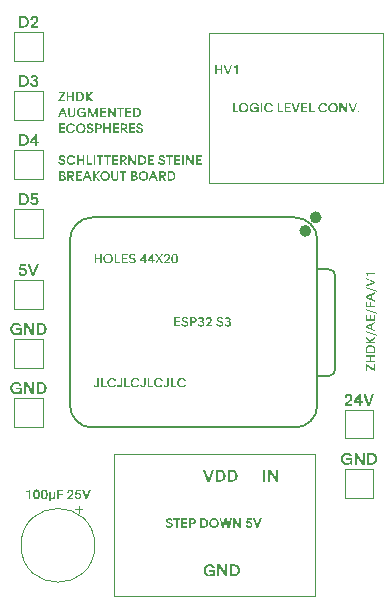
<source format=gbr>
%TF.GenerationSoftware,KiCad,Pcbnew,8.0.4*%
%TF.CreationDate,2026-02-03T00:17:50+01:00*%
%TF.ProjectId,bob,626f622e-6b69-4636-9164-5f7063625858,rev?*%
%TF.SameCoordinates,Original*%
%TF.FileFunction,Legend,Top*%
%TF.FilePolarity,Positive*%
%FSLAX46Y46*%
G04 Gerber Fmt 4.6, Leading zero omitted, Abs format (unit mm)*
G04 Created by KiCad (PCBNEW 8.0.4) date 2026-02-03 00:17:50*
%MOMM*%
%LPD*%
G01*
G04 APERTURE LIST*
%ADD10C,0.100000*%
%ADD11C,0.150000*%
%ADD12C,0.200000*%
%ADD13C,0.120000*%
%ADD14C,0.504000*%
%ADD15C,0.127000*%
G04 APERTURE END LIST*
D10*
G36*
X73526769Y-60664307D02*
G01*
X73531005Y-60713816D01*
X73541976Y-60756814D01*
X73559710Y-60793271D01*
X73591436Y-60829605D01*
X73624499Y-60851249D01*
X73664422Y-60866263D01*
X73711236Y-60874621D01*
X73750886Y-60876505D01*
X73795023Y-60873678D01*
X73833731Y-60865449D01*
X73877306Y-60846728D01*
X73912214Y-60819975D01*
X73939019Y-60786087D01*
X73958283Y-60745962D01*
X73970571Y-60700497D01*
X73976444Y-60650590D01*
X73977152Y-60624251D01*
X73977152Y-60063665D01*
X73834710Y-60063665D01*
X73834710Y-60584000D01*
X73833663Y-60626425D01*
X73828301Y-60672178D01*
X73816198Y-60710050D01*
X73790362Y-60741087D01*
X73748284Y-60754355D01*
X73740725Y-60754579D01*
X73701533Y-60746871D01*
X73671017Y-60717856D01*
X73657907Y-60679672D01*
X73655533Y-60664307D01*
X73526769Y-60664307D01*
G37*
G36*
X74160237Y-60864000D02*
G01*
X74623907Y-60864000D01*
X74623907Y-60739729D01*
X74302484Y-60739729D01*
X74302484Y-60063665D01*
X74160237Y-60063665D01*
X74160237Y-60864000D01*
G37*
G36*
X75284535Y-60630503D02*
G01*
X75260288Y-60667058D01*
X75230027Y-60699471D01*
X75193183Y-60725949D01*
X75157037Y-60742187D01*
X75115590Y-60752020D01*
X75078394Y-60754579D01*
X75035343Y-60751351D01*
X74995765Y-60741950D01*
X74948685Y-60720536D01*
X74908470Y-60689889D01*
X74875514Y-60651004D01*
X74855797Y-60617034D01*
X74840551Y-60579411D01*
X74829941Y-60538555D01*
X74824135Y-60494886D01*
X74823014Y-60464418D01*
X74825415Y-60419400D01*
X74832538Y-60376748D01*
X74844259Y-60336912D01*
X74860459Y-60300344D01*
X74888813Y-60257447D01*
X74924623Y-60222225D01*
X74967600Y-60195745D01*
X75004362Y-60182264D01*
X75044872Y-60174751D01*
X75073900Y-60173281D01*
X75118214Y-60176939D01*
X75158502Y-60187607D01*
X75194544Y-60204825D01*
X75226123Y-60228130D01*
X75253018Y-60257064D01*
X75275011Y-60291165D01*
X75282386Y-60306149D01*
X75437920Y-60306149D01*
X75423687Y-60265273D01*
X75405026Y-60227038D01*
X75382053Y-60191745D01*
X75354883Y-60159695D01*
X75323634Y-60131189D01*
X75288419Y-60106530D01*
X75249356Y-60086017D01*
X75206561Y-60069954D01*
X75160149Y-60058640D01*
X75110236Y-60052379D01*
X75075073Y-60051159D01*
X75030730Y-60053235D01*
X74988486Y-60059340D01*
X74948444Y-60069288D01*
X74910710Y-60082896D01*
X74875389Y-60099978D01*
X74827164Y-60131713D01*
X74784961Y-60170228D01*
X74749137Y-60214899D01*
X74720046Y-60265104D01*
X74704569Y-60301340D01*
X74692347Y-60339575D01*
X74683487Y-60379622D01*
X74678094Y-60421298D01*
X74676273Y-60464418D01*
X74678107Y-60507718D01*
X74683531Y-60549501D01*
X74692434Y-60589589D01*
X74704700Y-60627808D01*
X74720216Y-60663980D01*
X74749337Y-60714018D01*
X74785132Y-60758462D01*
X74827218Y-60796719D01*
X74875210Y-60828194D01*
X74928726Y-60852293D01*
X74967283Y-60863969D01*
X75008010Y-60871926D01*
X75050795Y-60875989D01*
X75072923Y-60876505D01*
X75125268Y-60873519D01*
X75173907Y-60864904D01*
X75218803Y-60851169D01*
X75259917Y-60832826D01*
X75297212Y-60810386D01*
X75330651Y-60784360D01*
X75360195Y-60755259D01*
X75385808Y-60723593D01*
X75407451Y-60689875D01*
X75425086Y-60654615D01*
X75434598Y-60630503D01*
X75284535Y-60630503D01*
G37*
G36*
X75497124Y-60664307D02*
G01*
X75501361Y-60713816D01*
X75512332Y-60756814D01*
X75530066Y-60793271D01*
X75561792Y-60829605D01*
X75594854Y-60851249D01*
X75634778Y-60866263D01*
X75681592Y-60874621D01*
X75721242Y-60876505D01*
X75765379Y-60873678D01*
X75804087Y-60865449D01*
X75847662Y-60846728D01*
X75882570Y-60819975D01*
X75909375Y-60786087D01*
X75928639Y-60745962D01*
X75940927Y-60700497D01*
X75946800Y-60650590D01*
X75947508Y-60624251D01*
X75947508Y-60063665D01*
X75805066Y-60063665D01*
X75805066Y-60584000D01*
X75804019Y-60626425D01*
X75798657Y-60672178D01*
X75786554Y-60710050D01*
X75760717Y-60741087D01*
X75718640Y-60754355D01*
X75711081Y-60754579D01*
X75671889Y-60746871D01*
X75641373Y-60717856D01*
X75628263Y-60679672D01*
X75625889Y-60664307D01*
X75497124Y-60664307D01*
G37*
G36*
X76130593Y-60864000D02*
G01*
X76594263Y-60864000D01*
X76594263Y-60739729D01*
X76272840Y-60739729D01*
X76272840Y-60063665D01*
X76130593Y-60063665D01*
X76130593Y-60864000D01*
G37*
G36*
X77254891Y-60630503D02*
G01*
X77230643Y-60667058D01*
X77200383Y-60699471D01*
X77163539Y-60725949D01*
X77127393Y-60742187D01*
X77085946Y-60752020D01*
X77048750Y-60754579D01*
X77005699Y-60751351D01*
X76966121Y-60741950D01*
X76919041Y-60720536D01*
X76878826Y-60689889D01*
X76845870Y-60651004D01*
X76826153Y-60617034D01*
X76810907Y-60579411D01*
X76800297Y-60538555D01*
X76794491Y-60494886D01*
X76793370Y-60464418D01*
X76795771Y-60419400D01*
X76802894Y-60376748D01*
X76814615Y-60336912D01*
X76830815Y-60300344D01*
X76859169Y-60257447D01*
X76894979Y-60222225D01*
X76937956Y-60195745D01*
X76974718Y-60182264D01*
X77015228Y-60174751D01*
X77044256Y-60173281D01*
X77088570Y-60176939D01*
X77128858Y-60187607D01*
X77164900Y-60204825D01*
X77196479Y-60228130D01*
X77223374Y-60257064D01*
X77245367Y-60291165D01*
X77252742Y-60306149D01*
X77408276Y-60306149D01*
X77394043Y-60265273D01*
X77375382Y-60227038D01*
X77352409Y-60191745D01*
X77325239Y-60159695D01*
X77293990Y-60131189D01*
X77258775Y-60106530D01*
X77219712Y-60086017D01*
X77176917Y-60069954D01*
X77130505Y-60058640D01*
X77080592Y-60052379D01*
X77045429Y-60051159D01*
X77001086Y-60053235D01*
X76958842Y-60059340D01*
X76918799Y-60069288D01*
X76881065Y-60082896D01*
X76845745Y-60099978D01*
X76797520Y-60131713D01*
X76755317Y-60170228D01*
X76719493Y-60214899D01*
X76690402Y-60265104D01*
X76674924Y-60301340D01*
X76662703Y-60339575D01*
X76653843Y-60379622D01*
X76648450Y-60421298D01*
X76646629Y-60464418D01*
X76648462Y-60507718D01*
X76653887Y-60549501D01*
X76662789Y-60589589D01*
X76675056Y-60627808D01*
X76690572Y-60663980D01*
X76719693Y-60714018D01*
X76755488Y-60758462D01*
X76797573Y-60796719D01*
X76845566Y-60828194D01*
X76899082Y-60852293D01*
X76937639Y-60863969D01*
X76978366Y-60871926D01*
X77021151Y-60875989D01*
X77043279Y-60876505D01*
X77095624Y-60873519D01*
X77144263Y-60864904D01*
X77189159Y-60851169D01*
X77230273Y-60832826D01*
X77267568Y-60810386D01*
X77301007Y-60784360D01*
X77330551Y-60755259D01*
X77356164Y-60723593D01*
X77377806Y-60689875D01*
X77395442Y-60654615D01*
X77404954Y-60630503D01*
X77254891Y-60630503D01*
G37*
G36*
X77467480Y-60664307D02*
G01*
X77471717Y-60713816D01*
X77482687Y-60756814D01*
X77500422Y-60793271D01*
X77532148Y-60829605D01*
X77565210Y-60851249D01*
X77605134Y-60866263D01*
X77651947Y-60874621D01*
X77691598Y-60876505D01*
X77735735Y-60873678D01*
X77774443Y-60865449D01*
X77818018Y-60846728D01*
X77852926Y-60819975D01*
X77879730Y-60786087D01*
X77898995Y-60745962D01*
X77911282Y-60700497D01*
X77917156Y-60650590D01*
X77917864Y-60624251D01*
X77917864Y-60063665D01*
X77775422Y-60063665D01*
X77775422Y-60584000D01*
X77774375Y-60626425D01*
X77769013Y-60672178D01*
X77756910Y-60710050D01*
X77731073Y-60741087D01*
X77688996Y-60754355D01*
X77681437Y-60754579D01*
X77642245Y-60746871D01*
X77611729Y-60717856D01*
X77598619Y-60679672D01*
X77596245Y-60664307D01*
X77467480Y-60664307D01*
G37*
G36*
X78100949Y-60864000D02*
G01*
X78564619Y-60864000D01*
X78564619Y-60739729D01*
X78243196Y-60739729D01*
X78243196Y-60063665D01*
X78100949Y-60063665D01*
X78100949Y-60864000D01*
G37*
G36*
X79225247Y-60630503D02*
G01*
X79200999Y-60667058D01*
X79170739Y-60699471D01*
X79133895Y-60725949D01*
X79097749Y-60742187D01*
X79056302Y-60752020D01*
X79019106Y-60754579D01*
X78976055Y-60751351D01*
X78936477Y-60741950D01*
X78889397Y-60720536D01*
X78849182Y-60689889D01*
X78816226Y-60651004D01*
X78796509Y-60617034D01*
X78781263Y-60579411D01*
X78770653Y-60538555D01*
X78764847Y-60494886D01*
X78763726Y-60464418D01*
X78766127Y-60419400D01*
X78773249Y-60376748D01*
X78784971Y-60336912D01*
X78801171Y-60300344D01*
X78829525Y-60257447D01*
X78865335Y-60222225D01*
X78908312Y-60195745D01*
X78945074Y-60182264D01*
X78985584Y-60174751D01*
X79014612Y-60173281D01*
X79058926Y-60176939D01*
X79099213Y-60187607D01*
X79135256Y-60204825D01*
X79166835Y-60228130D01*
X79193730Y-60257064D01*
X79215723Y-60291165D01*
X79223098Y-60306149D01*
X79378632Y-60306149D01*
X79364399Y-60265273D01*
X79345738Y-60227038D01*
X79322765Y-60191745D01*
X79295595Y-60159695D01*
X79264345Y-60131189D01*
X79229131Y-60106530D01*
X79190068Y-60086017D01*
X79147273Y-60069954D01*
X79100861Y-60058640D01*
X79050948Y-60052379D01*
X79015785Y-60051159D01*
X78971442Y-60053235D01*
X78929197Y-60059340D01*
X78889155Y-60069288D01*
X78851421Y-60082896D01*
X78816101Y-60099978D01*
X78767876Y-60131713D01*
X78725673Y-60170228D01*
X78689848Y-60214899D01*
X78660758Y-60265104D01*
X78645280Y-60301340D01*
X78633059Y-60339575D01*
X78624199Y-60379622D01*
X78618806Y-60421298D01*
X78616985Y-60464418D01*
X78618818Y-60507718D01*
X78624243Y-60549501D01*
X78633145Y-60589589D01*
X78645412Y-60627808D01*
X78660928Y-60663980D01*
X78690049Y-60714018D01*
X78725844Y-60758462D01*
X78767929Y-60796719D01*
X78815922Y-60828194D01*
X78869438Y-60852293D01*
X78907995Y-60863969D01*
X78948722Y-60871926D01*
X78991507Y-60875989D01*
X79013635Y-60876505D01*
X79065980Y-60873519D01*
X79114619Y-60864904D01*
X79159515Y-60851169D01*
X79200629Y-60832826D01*
X79237924Y-60810386D01*
X79271363Y-60784360D01*
X79300907Y-60755259D01*
X79326519Y-60723593D01*
X79348162Y-60689875D01*
X79365798Y-60654615D01*
X79375310Y-60630503D01*
X79225247Y-60630503D01*
G37*
G36*
X79437836Y-60664307D02*
G01*
X79442073Y-60713816D01*
X79453043Y-60756814D01*
X79470778Y-60793271D01*
X79502504Y-60829605D01*
X79535566Y-60851249D01*
X79575490Y-60866263D01*
X79622303Y-60874621D01*
X79661953Y-60876505D01*
X79706091Y-60873678D01*
X79744798Y-60865449D01*
X79788373Y-60846728D01*
X79823282Y-60819975D01*
X79850086Y-60786087D01*
X79869351Y-60745962D01*
X79881638Y-60700497D01*
X79887512Y-60650590D01*
X79888220Y-60624251D01*
X79888220Y-60063665D01*
X79745778Y-60063665D01*
X79745778Y-60584000D01*
X79744731Y-60626425D01*
X79739369Y-60672178D01*
X79727266Y-60710050D01*
X79701429Y-60741087D01*
X79659352Y-60754355D01*
X79651793Y-60754579D01*
X79612601Y-60746871D01*
X79582085Y-60717856D01*
X79568975Y-60679672D01*
X79566601Y-60664307D01*
X79437836Y-60664307D01*
G37*
G36*
X80071304Y-60864000D02*
G01*
X80534975Y-60864000D01*
X80534975Y-60739729D01*
X80213551Y-60739729D01*
X80213551Y-60063665D01*
X80071304Y-60063665D01*
X80071304Y-60864000D01*
G37*
G36*
X81195603Y-60630503D02*
G01*
X81171355Y-60667058D01*
X81141095Y-60699471D01*
X81104250Y-60725949D01*
X81068105Y-60742187D01*
X81026658Y-60752020D01*
X80989462Y-60754579D01*
X80946411Y-60751351D01*
X80906833Y-60741950D01*
X80859753Y-60720536D01*
X80819538Y-60689889D01*
X80786582Y-60651004D01*
X80766865Y-60617034D01*
X80751618Y-60579411D01*
X80741009Y-60538555D01*
X80735202Y-60494886D01*
X80734082Y-60464418D01*
X80736483Y-60419400D01*
X80743605Y-60376748D01*
X80755327Y-60336912D01*
X80771527Y-60300344D01*
X80799881Y-60257447D01*
X80835691Y-60222225D01*
X80878668Y-60195745D01*
X80915430Y-60182264D01*
X80955940Y-60174751D01*
X80984968Y-60173281D01*
X81029282Y-60176939D01*
X81069569Y-60187607D01*
X81105612Y-60204825D01*
X81137191Y-60228130D01*
X81164086Y-60257064D01*
X81186078Y-60291165D01*
X81193454Y-60306149D01*
X81348988Y-60306149D01*
X81334755Y-60265273D01*
X81316094Y-60227038D01*
X81293121Y-60191745D01*
X81265951Y-60159695D01*
X81234701Y-60131189D01*
X81199487Y-60106530D01*
X81160424Y-60086017D01*
X81117629Y-60069954D01*
X81071216Y-60058640D01*
X81021303Y-60052379D01*
X80986140Y-60051159D01*
X80941798Y-60053235D01*
X80899553Y-60059340D01*
X80859511Y-60069288D01*
X80821777Y-60082896D01*
X80786457Y-60099978D01*
X80738231Y-60131713D01*
X80696029Y-60170228D01*
X80660204Y-60214899D01*
X80631114Y-60265104D01*
X80615636Y-60301340D01*
X80603415Y-60339575D01*
X80594555Y-60379622D01*
X80589162Y-60421298D01*
X80587341Y-60464418D01*
X80589174Y-60507718D01*
X80594599Y-60549501D01*
X80603501Y-60589589D01*
X80615768Y-60627808D01*
X80631284Y-60663980D01*
X80660405Y-60714018D01*
X80696200Y-60758462D01*
X80738285Y-60796719D01*
X80786278Y-60828194D01*
X80839794Y-60852293D01*
X80878351Y-60863969D01*
X80919078Y-60871926D01*
X80961863Y-60875989D01*
X80983991Y-60876505D01*
X81036336Y-60873519D01*
X81084975Y-60864904D01*
X81129870Y-60851169D01*
X81170985Y-60832826D01*
X81208280Y-60810386D01*
X81241719Y-60784360D01*
X81271263Y-60755259D01*
X81296875Y-60723593D01*
X81318518Y-60689875D01*
X81336154Y-60654615D01*
X81345666Y-60630503D01*
X81195603Y-60630503D01*
G37*
G36*
X73714933Y-50364000D02*
G01*
X73714933Y-50001348D01*
X74086769Y-50001348D01*
X74086769Y-50364000D01*
X74203224Y-50364000D01*
X74203224Y-49563665D01*
X74086769Y-49563665D01*
X74086769Y-49901697D01*
X73714933Y-49901697D01*
X73714933Y-49563665D01*
X73597306Y-49563665D01*
X73597306Y-50364000D01*
X73714933Y-50364000D01*
G37*
G36*
X74794733Y-49553100D02*
G01*
X74837009Y-49558835D01*
X74877222Y-49568233D01*
X74915246Y-49581165D01*
X74950956Y-49597499D01*
X74999903Y-49628094D01*
X75042930Y-49665612D01*
X75079610Y-49709610D01*
X75109516Y-49759649D01*
X75125478Y-49796147D01*
X75138114Y-49835003D01*
X75147296Y-49876088D01*
X75152898Y-49919270D01*
X75154794Y-49964418D01*
X75152937Y-50009425D01*
X75147443Y-50052474D01*
X75138423Y-50093435D01*
X75125991Y-50132176D01*
X75110260Y-50168569D01*
X75080723Y-50218467D01*
X75044396Y-50262346D01*
X75001660Y-50299763D01*
X74952896Y-50330280D01*
X74917225Y-50346573D01*
X74879157Y-50359472D01*
X74838804Y-50368848D01*
X74796279Y-50374569D01*
X74751695Y-50376505D01*
X74707270Y-50374569D01*
X74664859Y-50368848D01*
X74624579Y-50359472D01*
X74586547Y-50346573D01*
X74550883Y-50330280D01*
X74502080Y-50299763D01*
X74459263Y-50262346D01*
X74422830Y-50218467D01*
X74393177Y-50168569D01*
X74377372Y-50132176D01*
X74364874Y-50093435D01*
X74355801Y-50052474D01*
X74350271Y-50009425D01*
X74348401Y-49964418D01*
X74348442Y-49963441D01*
X74475017Y-49963441D01*
X74476216Y-49996727D01*
X74482431Y-50044331D01*
X74493802Y-50088762D01*
X74510163Y-50129587D01*
X74531348Y-50166372D01*
X74557192Y-50198685D01*
X74587531Y-50226094D01*
X74622198Y-50248165D01*
X74661030Y-50264466D01*
X74703860Y-50274564D01*
X74750523Y-50278026D01*
X74781856Y-50276500D01*
X74825784Y-50268675D01*
X74865864Y-50254563D01*
X74901911Y-50234565D01*
X74933745Y-50209082D01*
X74961182Y-50178514D01*
X74984040Y-50143263D01*
X75002136Y-50103729D01*
X75015288Y-50060314D01*
X75023313Y-50013417D01*
X75026029Y-49963441D01*
X75024830Y-49929632D01*
X75018610Y-49881584D01*
X75007225Y-49837055D01*
X74990835Y-49796408D01*
X74969600Y-49760005D01*
X74943678Y-49728209D01*
X74913229Y-49701382D01*
X74878412Y-49679886D01*
X74839387Y-49664083D01*
X74796314Y-49654335D01*
X74749351Y-49651006D01*
X74717837Y-49652518D01*
X74673775Y-49660276D01*
X74633698Y-49674270D01*
X74597762Y-49694106D01*
X74566118Y-49719391D01*
X74538922Y-49749730D01*
X74516326Y-49784729D01*
X74498483Y-49823993D01*
X74485549Y-49867130D01*
X74477676Y-49913744D01*
X74475017Y-49963441D01*
X74348442Y-49963441D01*
X74350284Y-49919431D01*
X74355847Y-49876368D01*
X74364966Y-49835366D01*
X74377518Y-49796559D01*
X74393378Y-49760082D01*
X74423096Y-49710030D01*
X74459556Y-49665978D01*
X74502338Y-49628381D01*
X74551021Y-49597695D01*
X74586547Y-49581302D01*
X74624385Y-49568317D01*
X74664410Y-49558875D01*
X74706497Y-49553111D01*
X74750523Y-49551159D01*
X74794733Y-49553100D01*
G37*
G36*
X75300362Y-50364000D02*
G01*
X75770872Y-50364000D01*
X75770872Y-50262199D01*
X75419162Y-50262199D01*
X75419162Y-49563665D01*
X75300362Y-49563665D01*
X75300362Y-50364000D01*
G37*
G36*
X75898269Y-50364000D02*
G01*
X76407857Y-50364000D01*
X76407857Y-50262199D01*
X76017069Y-50262199D01*
X76017069Y-50003302D01*
X76373272Y-50003302D01*
X76373272Y-49901306D01*
X76017069Y-49901306D01*
X76017069Y-49666833D01*
X76400041Y-49666833D01*
X76400041Y-49563665D01*
X75898269Y-49563665D01*
X75898269Y-50364000D01*
G37*
G36*
X76498520Y-50135388D02*
G01*
X76504041Y-50176372D01*
X76514870Y-50213944D01*
X76537226Y-50258499D01*
X76568208Y-50296427D01*
X76607353Y-50327408D01*
X76641791Y-50345892D01*
X76680365Y-50360153D01*
X76722880Y-50370055D01*
X76769142Y-50375463D01*
X76801967Y-50376505D01*
X76849375Y-50374009D01*
X76893663Y-50366677D01*
X76934495Y-50354744D01*
X76971533Y-50338442D01*
X77014434Y-50310315D01*
X77049193Y-50275392D01*
X77075010Y-50234227D01*
X77091086Y-50187375D01*
X77096622Y-50135388D01*
X77092352Y-50089373D01*
X77079904Y-50050245D01*
X77053664Y-50009682D01*
X77024788Y-49982836D01*
X76989489Y-49960021D01*
X76948308Y-49940356D01*
X76901785Y-49922963D01*
X76863712Y-49910880D01*
X76807634Y-49894272D01*
X76768128Y-49882000D01*
X76725703Y-49865190D01*
X76690718Y-49844215D01*
X76662141Y-49811812D01*
X76649960Y-49767838D01*
X76649755Y-49760427D01*
X76657459Y-49720112D01*
X76679860Y-49687378D01*
X76715889Y-49663747D01*
X76756809Y-49651889D01*
X76797473Y-49648661D01*
X76839376Y-49652012D01*
X76881221Y-49664559D01*
X76914109Y-49685867D01*
X76941509Y-49721036D01*
X76955893Y-49759365D01*
X76958869Y-49773713D01*
X77079818Y-49773713D01*
X77070610Y-49725386D01*
X77054002Y-49681979D01*
X77030029Y-49643962D01*
X76998729Y-49611805D01*
X76960139Y-49585977D01*
X76914295Y-49566947D01*
X76875173Y-49557418D01*
X76832007Y-49552175D01*
X76800990Y-49551159D01*
X76755804Y-49553483D01*
X76713748Y-49560290D01*
X76675110Y-49571334D01*
X76629404Y-49592224D01*
X76590965Y-49619624D01*
X76560472Y-49652951D01*
X76538605Y-49691621D01*
X76526044Y-49735049D01*
X76523140Y-49770392D01*
X76527275Y-49814456D01*
X76539409Y-49852601D01*
X76565200Y-49893043D01*
X76593831Y-49920474D01*
X76629128Y-49944300D01*
X76670682Y-49965234D01*
X76718082Y-49983987D01*
X76757222Y-49997049D01*
X76809783Y-50013658D01*
X76851161Y-50026907D01*
X76888268Y-50040664D01*
X76925579Y-50060210D01*
X76956703Y-50090876D01*
X76971537Y-50134403D01*
X76972351Y-50149847D01*
X76965761Y-50191622D01*
X76946581Y-50226774D01*
X76915701Y-50254244D01*
X76874010Y-50272973D01*
X76831650Y-50281141D01*
X76803140Y-50282520D01*
X76762980Y-50279604D01*
X76720176Y-50268316D01*
X76685221Y-50249499D01*
X76653083Y-50218435D01*
X76631002Y-50179803D01*
X76618297Y-50135388D01*
X76498520Y-50135388D01*
G37*
G36*
X77927048Y-50096114D02*
G01*
X78039204Y-50096114D01*
X78039204Y-50188926D01*
X77927048Y-50188926D01*
X77927048Y-50364000D01*
X77815087Y-50364000D01*
X77815087Y-50188926D01*
X77440907Y-50188926D01*
X77440907Y-50102757D01*
X77445514Y-50096114D01*
X77563028Y-50096114D01*
X77815087Y-50096114D01*
X77815039Y-50091499D01*
X77814742Y-50051517D01*
X77814583Y-50006767D01*
X77814592Y-49961420D01*
X77814750Y-49921345D01*
X77815087Y-49879031D01*
X77815501Y-49835601D01*
X77816709Y-49791789D01*
X77818353Y-49750653D01*
X77819581Y-49709429D01*
X77817431Y-49709429D01*
X77708792Y-49882743D01*
X77630244Y-49996072D01*
X77608299Y-50027670D01*
X77585692Y-50060564D01*
X77563028Y-50096114D01*
X77445514Y-50096114D01*
X77688471Y-49745772D01*
X77711280Y-49712395D01*
X77736076Y-49675758D01*
X77760609Y-49639327D01*
X77786533Y-49600761D01*
X77811765Y-49563665D01*
X77927048Y-49563665D01*
X77927048Y-50096114D01*
G37*
G36*
X78571067Y-50096114D02*
G01*
X78683224Y-50096114D01*
X78683224Y-50188926D01*
X78571067Y-50188926D01*
X78571067Y-50364000D01*
X78459106Y-50364000D01*
X78459106Y-50188926D01*
X78084926Y-50188926D01*
X78084926Y-50102757D01*
X78089533Y-50096114D01*
X78207048Y-50096114D01*
X78459106Y-50096114D01*
X78459058Y-50091499D01*
X78458762Y-50051517D01*
X78458603Y-50006767D01*
X78458612Y-49961420D01*
X78458770Y-49921345D01*
X78459106Y-49879031D01*
X78459521Y-49835601D01*
X78460729Y-49791789D01*
X78462372Y-49750653D01*
X78463600Y-49709429D01*
X78461451Y-49709429D01*
X78352812Y-49882743D01*
X78274263Y-49996072D01*
X78252319Y-50027670D01*
X78229711Y-50060564D01*
X78207048Y-50096114D01*
X78089533Y-50096114D01*
X78332491Y-49745772D01*
X78355300Y-49712395D01*
X78380095Y-49675758D01*
X78404628Y-49639327D01*
X78430553Y-49600761D01*
X78455785Y-49563665D01*
X78571067Y-49563665D01*
X78571067Y-50096114D01*
G37*
G36*
X78709993Y-50364000D02*
G01*
X78837780Y-50364000D01*
X78864410Y-50325336D01*
X78888401Y-50290255D01*
X78914552Y-50251768D01*
X78942648Y-50210136D01*
X78964869Y-50177005D01*
X78987974Y-50142362D01*
X79011875Y-50106317D01*
X79036481Y-50068980D01*
X79061702Y-50030461D01*
X79085776Y-50070038D01*
X79112246Y-50111560D01*
X79134953Y-50146471D01*
X79159143Y-50183195D01*
X79183948Y-50220457D01*
X79208497Y-50256982D01*
X79231924Y-50291496D01*
X79259913Y-50332181D01*
X79282302Y-50364000D01*
X79422400Y-50364000D01*
X79130090Y-49945465D01*
X79153485Y-49911115D01*
X79177631Y-49876168D01*
X79202381Y-49840726D01*
X79227590Y-49804894D01*
X79253112Y-49768775D01*
X79278801Y-49732472D01*
X79304512Y-49696089D01*
X79330098Y-49659728D01*
X79355413Y-49623494D01*
X79380312Y-49587489D01*
X79396608Y-49563665D01*
X79267843Y-49563665D01*
X79242603Y-49601750D01*
X79216644Y-49640250D01*
X79190309Y-49678956D01*
X79163942Y-49717660D01*
X79137887Y-49756153D01*
X79112486Y-49794227D01*
X79088084Y-49831673D01*
X79065024Y-49868284D01*
X79038704Y-49828271D01*
X79015225Y-49793196D01*
X78987086Y-49751292D01*
X78963925Y-49716835D01*
X78939783Y-49680913D01*
X78915359Y-49644544D01*
X78891358Y-49608746D01*
X78868482Y-49574538D01*
X78861228Y-49563665D01*
X78728946Y-49563665D01*
X78752659Y-49598783D01*
X78777010Y-49634679D01*
X78801885Y-49671192D01*
X78827170Y-49708161D01*
X78852752Y-49745426D01*
X78878516Y-49782828D01*
X78904348Y-49820205D01*
X78930135Y-49857397D01*
X78955761Y-49894244D01*
X78981115Y-49930586D01*
X78997808Y-49954453D01*
X78972662Y-49990757D01*
X78946500Y-50028359D01*
X78919541Y-50066960D01*
X78892007Y-50106258D01*
X78864117Y-50145957D01*
X78836092Y-50185755D01*
X78808152Y-50225353D01*
X78780518Y-50264452D01*
X78753408Y-50302753D01*
X78727045Y-50339956D01*
X78709993Y-50364000D01*
G37*
G36*
X80001939Y-50364000D02*
G01*
X80001939Y-50263371D01*
X79619944Y-50263371D01*
X79651835Y-50235477D01*
X79682788Y-50210208D01*
X79713338Y-50185726D01*
X79733077Y-50169778D01*
X79795799Y-50117412D01*
X79835088Y-50083254D01*
X79872414Y-50047516D01*
X79906769Y-50010065D01*
X79937142Y-49970769D01*
X79962523Y-49929494D01*
X79981902Y-49886108D01*
X79994271Y-49840478D01*
X79998618Y-49792471D01*
X79994291Y-49742103D01*
X79981441Y-49695992D01*
X79960266Y-49654896D01*
X79930963Y-49619572D01*
X79893727Y-49590778D01*
X79848756Y-49569273D01*
X79810071Y-49558383D01*
X79767229Y-49552339D01*
X79736399Y-49551159D01*
X79690821Y-49554035D01*
X79649225Y-49562458D01*
X79611707Y-49576123D01*
X79568193Y-49601970D01*
X79532328Y-49635870D01*
X79504343Y-49677099D01*
X79484467Y-49724935D01*
X79475018Y-49764712D01*
X79470355Y-49807492D01*
X79469881Y-49822367D01*
X79588681Y-49822367D01*
X79593673Y-49775489D01*
X79605483Y-49736098D01*
X79628541Y-49698975D01*
X79661161Y-49673228D01*
X79703204Y-49659181D01*
X79736399Y-49656477D01*
X79780548Y-49662062D01*
X79816742Y-49678074D01*
X79848091Y-49708450D01*
X79866788Y-49749737D01*
X79872002Y-49792471D01*
X79868524Y-49831533D01*
X79854992Y-49876474D01*
X79835708Y-49913347D01*
X79808953Y-49950635D01*
X79782051Y-49981357D01*
X79750162Y-50013359D01*
X79722916Y-50038473D01*
X79537096Y-50205339D01*
X79508180Y-50231944D01*
X79480540Y-50260322D01*
X79478869Y-50263371D01*
X79478869Y-50364000D01*
X80001939Y-50364000D01*
G37*
G36*
X80403879Y-49551744D02*
G01*
X80461190Y-49560230D01*
X80509933Y-49578084D01*
X80550728Y-49604364D01*
X80584196Y-49638128D01*
X80610959Y-49678434D01*
X80631637Y-49724340D01*
X80646852Y-49774905D01*
X80657224Y-49829186D01*
X80663375Y-49886242D01*
X80665438Y-49925355D01*
X80666085Y-49965004D01*
X80665363Y-50008266D01*
X80663095Y-50050005D01*
X80659127Y-50090049D01*
X80649650Y-50146549D01*
X80635482Y-50198246D01*
X80616102Y-50244549D01*
X80590992Y-50284866D01*
X80559631Y-50318607D01*
X80521499Y-50345181D01*
X80476077Y-50363995D01*
X80422846Y-50374459D01*
X80382763Y-50376505D01*
X80342659Y-50374459D01*
X80289447Y-50363995D01*
X80244097Y-50345181D01*
X80206076Y-50318607D01*
X80174850Y-50284866D01*
X80149889Y-50244549D01*
X80130660Y-50198246D01*
X80116631Y-50146549D01*
X80107269Y-50090049D01*
X80103358Y-50050005D01*
X80101127Y-50008266D01*
X80100418Y-49965004D01*
X80227034Y-49965004D01*
X80227415Y-49999192D01*
X80229560Y-50047847D01*
X80233863Y-50093009D01*
X80240632Y-50134294D01*
X80254021Y-50182646D01*
X80273063Y-50222516D01*
X80298484Y-50252994D01*
X80340336Y-50276498D01*
X80382763Y-50282520D01*
X80415588Y-50279112D01*
X80452104Y-50264427D01*
X80487163Y-50231052D01*
X80507669Y-50193445D01*
X80522294Y-50147127D01*
X80529862Y-50107220D01*
X80534870Y-50063308D01*
X80537640Y-50015775D01*
X80538492Y-49965004D01*
X80537748Y-49917008D01*
X80535255Y-49871109D01*
X80530628Y-49827881D01*
X80523479Y-49787896D01*
X80509354Y-49740618D01*
X80489138Y-49701484D01*
X80461913Y-49671849D01*
X80426761Y-49653072D01*
X80382763Y-49646512D01*
X80339046Y-49653120D01*
X80304025Y-49672014D01*
X80276817Y-49701793D01*
X80256538Y-49741058D01*
X80242304Y-49788411D01*
X80235064Y-49828392D01*
X80230354Y-49871544D01*
X80227802Y-49917278D01*
X80227034Y-49965004D01*
X80100418Y-49965004D01*
X80100573Y-49945130D01*
X80101883Y-49905714D01*
X80106700Y-49847943D01*
X80115498Y-49792632D01*
X80128909Y-49740724D01*
X80147563Y-49693161D01*
X80172092Y-49650883D01*
X80203125Y-49614834D01*
X80241294Y-49585955D01*
X80287230Y-49565187D01*
X80341564Y-49553474D01*
X80382763Y-49551159D01*
X80403879Y-49551744D01*
G37*
G36*
X70541423Y-36536533D02*
G01*
X70541423Y-36644000D01*
X71096929Y-36644000D01*
X71096929Y-36519729D01*
X70710439Y-36519729D01*
X70732416Y-36486523D01*
X70756128Y-36451603D01*
X70773161Y-36425744D01*
X70999427Y-36076575D01*
X71023490Y-36039565D01*
X71047786Y-36002753D01*
X71070421Y-35968956D01*
X71080125Y-35954648D01*
X71080125Y-35843665D01*
X70555882Y-35843665D01*
X70555882Y-35969303D01*
X70908764Y-35969303D01*
X70886254Y-36005264D01*
X70863046Y-36040581D01*
X70850537Y-36059966D01*
X70636580Y-36391159D01*
X70613576Y-36426641D01*
X70590041Y-36462334D01*
X70568024Y-36495586D01*
X70545246Y-36530486D01*
X70541423Y-36536533D01*
G37*
G36*
X71715157Y-36294439D02*
G01*
X71715157Y-36644000D01*
X71857404Y-36644000D01*
X71857404Y-35843665D01*
X71715157Y-35843665D01*
X71715157Y-36168801D01*
X71373607Y-36168801D01*
X71373607Y-35843665D01*
X71231360Y-35843665D01*
X71231360Y-36644000D01*
X71373607Y-36644000D01*
X71373607Y-36294439D01*
X71715157Y-36294439D01*
G37*
G36*
X72265491Y-35843932D02*
G01*
X72309192Y-35845142D01*
X72352691Y-35847910D01*
X72395568Y-35852848D01*
X72437401Y-35860571D01*
X72477768Y-35871691D01*
X72516249Y-35886824D01*
X72552421Y-35906581D01*
X72571090Y-35919482D01*
X72605587Y-35949498D01*
X72636047Y-35984674D01*
X72662172Y-36024454D01*
X72683666Y-36068285D01*
X72700229Y-36115612D01*
X72711565Y-36165881D01*
X72716457Y-36205181D01*
X72718115Y-36245591D01*
X72715638Y-36294228D01*
X72708373Y-36340867D01*
X72696570Y-36385193D01*
X72680478Y-36426892D01*
X72660346Y-36465651D01*
X72636425Y-36501157D01*
X72608964Y-36533095D01*
X72578213Y-36561152D01*
X72569347Y-36568095D01*
X72533066Y-36592018D01*
X72495217Y-36610342D01*
X72455455Y-36623804D01*
X72413433Y-36633140D01*
X72368806Y-36639089D01*
X72321227Y-36642387D01*
X72270353Y-36643772D01*
X72229825Y-36644000D01*
X72047327Y-36644000D01*
X72047327Y-35970280D01*
X72189574Y-35970280D01*
X72189574Y-36520901D01*
X72267927Y-36520901D01*
X72319664Y-36519017D01*
X72367055Y-36513142D01*
X72409938Y-36502945D01*
X72448151Y-36488093D01*
X72491556Y-36460475D01*
X72525985Y-36423204D01*
X72545685Y-36388441D01*
X72559957Y-36347473D01*
X72568639Y-36299967D01*
X72571570Y-36245591D01*
X72568708Y-36196877D01*
X72560255Y-36152760D01*
X72546411Y-36113283D01*
X72527376Y-36078487D01*
X72494267Y-36039450D01*
X72452759Y-36008912D01*
X72416401Y-35991647D01*
X72375786Y-35979262D01*
X72331113Y-35971800D01*
X72282581Y-35969303D01*
X72269842Y-35969305D01*
X72228747Y-35969477D01*
X72189574Y-35970280D01*
X72047327Y-35970280D01*
X72047327Y-35843665D01*
X72222009Y-35843665D01*
X72265491Y-35843932D01*
G37*
G36*
X72860949Y-36644000D02*
G01*
X73003196Y-36644000D01*
X73003196Y-36243050D01*
X73087215Y-36352667D01*
X73311137Y-36644000D01*
X73484842Y-36644000D01*
X73150914Y-36215304D01*
X73474682Y-35843665D01*
X73302149Y-35843665D01*
X73276945Y-35874436D01*
X73251755Y-35904710D01*
X73226593Y-35934632D01*
X73195200Y-35971758D01*
X73163898Y-36008840D01*
X73132713Y-36046160D01*
X73107869Y-36076376D01*
X73101674Y-36084000D01*
X73003196Y-36206316D01*
X73003196Y-35843665D01*
X72860949Y-35843665D01*
X72860949Y-36644000D01*
G37*
G36*
X71303070Y-37988000D02*
G01*
X71155157Y-37988000D01*
X71149285Y-37973720D01*
X71131950Y-37930966D01*
X71114935Y-37888284D01*
X71098109Y-37845604D01*
X71081338Y-37802857D01*
X71064494Y-37759974D01*
X70728415Y-37759974D01*
X70638729Y-37988000D01*
X70493161Y-37988000D01*
X70510184Y-37947608D01*
X70527727Y-37905428D01*
X70546610Y-37859597D01*
X70567652Y-37808253D01*
X70583283Y-37770042D01*
X70600481Y-37728003D01*
X70619488Y-37681583D01*
X70637420Y-37637853D01*
X70775505Y-37637853D01*
X71017404Y-37637853D01*
X71010078Y-37619588D01*
X70996106Y-37582752D01*
X70989418Y-37564856D01*
X70975736Y-37528123D01*
X70961362Y-37489380D01*
X70945390Y-37446116D01*
X70929156Y-37401834D01*
X70913999Y-37360038D01*
X70898604Y-37316625D01*
X70896454Y-37316625D01*
X70890153Y-37333148D01*
X70874399Y-37374724D01*
X70858646Y-37416543D01*
X70842892Y-37458429D01*
X70827138Y-37500209D01*
X70811385Y-37541708D01*
X70795631Y-37582752D01*
X70775505Y-37637853D01*
X70637420Y-37637853D01*
X70640546Y-37630231D01*
X70663899Y-37573396D01*
X70689788Y-37510526D01*
X70718458Y-37441069D01*
X70733911Y-37403699D01*
X70750150Y-37364475D01*
X70767205Y-37323328D01*
X70785107Y-37280190D01*
X70803886Y-37234992D01*
X70823572Y-37187665D01*
X70978129Y-37187665D01*
X71303070Y-37988000D01*
G37*
G36*
X71667676Y-38000505D02*
G01*
X71714287Y-37997530D01*
X71759008Y-37988846D01*
X71800946Y-37974809D01*
X71839212Y-37955778D01*
X71872917Y-37932110D01*
X71901171Y-37904162D01*
X71910746Y-37891866D01*
X71931522Y-37858211D01*
X71946467Y-37821946D01*
X71956383Y-37782523D01*
X71962074Y-37739394D01*
X71964169Y-37700225D01*
X71964480Y-37675173D01*
X71964480Y-37187665D01*
X71822233Y-37187665D01*
X71822233Y-37667553D01*
X71821616Y-37707856D01*
X71818362Y-37746958D01*
X71808133Y-37787576D01*
X71802107Y-37800812D01*
X71776213Y-37834687D01*
X71744359Y-37857586D01*
X71705770Y-37871960D01*
X71667676Y-37876234D01*
X71624414Y-37870687D01*
X71586538Y-37855156D01*
X71552327Y-37827826D01*
X71533244Y-37800812D01*
X71519761Y-37762535D01*
X71514436Y-37721566D01*
X71513147Y-37678171D01*
X71513119Y-37667553D01*
X71513119Y-37187665D01*
X71370872Y-37187665D01*
X71370872Y-37675173D01*
X71371765Y-37716268D01*
X71375645Y-37761456D01*
X71383348Y-37802664D01*
X71395678Y-37840439D01*
X71413438Y-37875330D01*
X71424605Y-37891866D01*
X71450356Y-37921424D01*
X71481824Y-37946847D01*
X71518198Y-37967776D01*
X71558670Y-37983853D01*
X71602429Y-37994722D01*
X71648668Y-38000023D01*
X71667676Y-38000505D01*
G37*
G36*
X72468401Y-37562822D02*
G01*
X72468401Y-37675955D01*
X72745080Y-37675955D01*
X72738257Y-37717067D01*
X72725302Y-37755431D01*
X72706055Y-37790206D01*
X72680355Y-37820547D01*
X72648043Y-37845612D01*
X72608957Y-37864559D01*
X72562938Y-37876545D01*
X72523777Y-37880460D01*
X72509825Y-37880728D01*
X72464943Y-37877505D01*
X72423718Y-37868090D01*
X72386318Y-37852867D01*
X72352905Y-37832217D01*
X72314846Y-37796904D01*
X72291383Y-37765080D01*
X72272459Y-37729105D01*
X72258240Y-37689362D01*
X72248890Y-37646232D01*
X72244575Y-37600099D01*
X72244284Y-37584120D01*
X72246801Y-37538936D01*
X72254260Y-37496410D01*
X72266522Y-37456932D01*
X72283450Y-37420891D01*
X72313039Y-37378858D01*
X72350349Y-37344555D01*
X72395052Y-37318908D01*
X72433235Y-37305910D01*
X72475255Y-37298690D01*
X72505331Y-37297281D01*
X72549893Y-37300757D01*
X72590087Y-37310955D01*
X72625811Y-37327525D01*
X72662634Y-37355328D01*
X72692694Y-37391202D01*
X72712449Y-37426827D01*
X72873845Y-37426827D01*
X72858925Y-37387839D01*
X72839453Y-37350925D01*
X72815608Y-37316470D01*
X72787566Y-37284859D01*
X72755505Y-37256475D01*
X72719604Y-37231703D01*
X72680040Y-37210928D01*
X72636990Y-37194534D01*
X72590633Y-37182905D01*
X72541146Y-37176427D01*
X72506503Y-37175159D01*
X72461467Y-37177194D01*
X72418470Y-37183183D01*
X72377630Y-37192957D01*
X72339069Y-37206343D01*
X72302905Y-37223171D01*
X72269257Y-37243269D01*
X72223768Y-37279173D01*
X72184614Y-37321473D01*
X72152201Y-37369592D01*
X72134536Y-37404617D01*
X72120166Y-37441801D01*
X72109210Y-37480971D01*
X72101788Y-37521956D01*
X72098020Y-37564586D01*
X72097543Y-37586464D01*
X72099472Y-37631718D01*
X72105151Y-37674997D01*
X72114420Y-37716169D01*
X72127118Y-37755105D01*
X72143085Y-37791674D01*
X72172812Y-37841806D01*
X72208991Y-37885882D01*
X72251079Y-37923460D01*
X72298535Y-37954102D01*
X72350816Y-37977369D01*
X72407381Y-37992820D01*
X72447203Y-37998562D01*
X72488527Y-38000505D01*
X72533587Y-37998482D01*
X72574748Y-37992710D01*
X72620858Y-37980905D01*
X72661205Y-37964813D01*
X72695973Y-37945306D01*
X72730587Y-37918617D01*
X72745080Y-37904371D01*
X72745080Y-37988000D01*
X72873845Y-37988000D01*
X72873845Y-37562822D01*
X72468401Y-37562822D01*
G37*
G36*
X73032896Y-37988000D02*
G01*
X73171821Y-37988000D01*
X73171821Y-37569465D01*
X73171768Y-37528773D01*
X73171569Y-37480437D01*
X73171246Y-37435132D01*
X73170826Y-37393096D01*
X73170233Y-37347300D01*
X73169586Y-37306962D01*
X73169476Y-37300798D01*
X73170648Y-37300798D01*
X73182690Y-37341831D01*
X73193168Y-37379838D01*
X73204776Y-37421043D01*
X73216479Y-37459800D01*
X73225554Y-37487790D01*
X73393593Y-37988000D01*
X73533496Y-37988000D01*
X73673593Y-37571614D01*
X73687343Y-37529783D01*
X73700723Y-37488694D01*
X73713470Y-37449217D01*
X73728117Y-37403462D01*
X73740860Y-37363286D01*
X73752918Y-37324830D01*
X73758590Y-37306464D01*
X73759762Y-37306464D01*
X73759564Y-37348569D01*
X73759175Y-37390411D01*
X73758688Y-37435986D01*
X73758200Y-37483035D01*
X73757811Y-37529300D01*
X73757619Y-37572522D01*
X73757613Y-37580602D01*
X73757613Y-37988000D01*
X73898688Y-37988000D01*
X73898688Y-37187665D01*
X73681409Y-37187665D01*
X73539162Y-37605222D01*
X73525677Y-37645847D01*
X73512077Y-37686979D01*
X73497466Y-37730934D01*
X73482671Y-37774868D01*
X73468518Y-37815938D01*
X73466280Y-37822305D01*
X73465108Y-37822305D01*
X73452909Y-37782911D01*
X73440306Y-37741426D01*
X73427677Y-37699796D01*
X73415401Y-37659969D01*
X73402031Y-37618382D01*
X73400237Y-37613038D01*
X73256817Y-37187665D01*
X73032896Y-37187665D01*
X73032896Y-37988000D01*
G37*
G36*
X74088806Y-37988000D02*
G01*
X74588234Y-37988000D01*
X74588234Y-37863729D01*
X74229881Y-37863729D01*
X74229881Y-37638439D01*
X74553649Y-37638439D01*
X74553649Y-37512801D01*
X74229881Y-37512801D01*
X74229881Y-37314280D01*
X74580418Y-37314280D01*
X74580418Y-37187665D01*
X74088806Y-37187665D01*
X74088806Y-37988000D01*
G37*
G36*
X74735952Y-37988000D02*
G01*
X74874877Y-37988000D01*
X74874877Y-37641175D01*
X74874769Y-37594768D01*
X74874557Y-37549071D01*
X74874291Y-37501297D01*
X74874025Y-37455483D01*
X74873813Y-37415668D01*
X74873705Y-37381496D01*
X74874877Y-37381496D01*
X74896072Y-37418066D01*
X74917316Y-37453924D01*
X74939422Y-37491323D01*
X74960113Y-37526591D01*
X74973356Y-37549339D01*
X75230886Y-37988000D01*
X75400097Y-37988000D01*
X75400097Y-37187665D01*
X75264494Y-37187665D01*
X75264494Y-37582947D01*
X75264602Y-37627201D01*
X75264865Y-37671713D01*
X75265189Y-37714349D01*
X75265522Y-37758875D01*
X75265666Y-37794559D01*
X75264494Y-37795536D01*
X75243054Y-37758768D01*
X75223021Y-37724926D01*
X75202147Y-37689653D01*
X75182345Y-37655833D01*
X75177152Y-37646841D01*
X74910635Y-37187665D01*
X74735952Y-37187665D01*
X74735952Y-37988000D01*
G37*
G36*
X75734612Y-37988000D02*
G01*
X75876859Y-37988000D01*
X75876859Y-37314280D01*
X76077334Y-37314280D01*
X76077334Y-37187665D01*
X75534138Y-37187665D01*
X75534138Y-37314280D01*
X75734612Y-37314280D01*
X75734612Y-37988000D01*
G37*
G36*
X76211570Y-37988000D02*
G01*
X76710997Y-37988000D01*
X76710997Y-37863729D01*
X76352644Y-37863729D01*
X76352644Y-37638439D01*
X76676413Y-37638439D01*
X76676413Y-37512801D01*
X76352644Y-37512801D01*
X76352644Y-37314280D01*
X76703182Y-37314280D01*
X76703182Y-37187665D01*
X76211570Y-37187665D01*
X76211570Y-37988000D01*
G37*
G36*
X77076879Y-37187932D02*
G01*
X77120580Y-37189142D01*
X77164080Y-37191910D01*
X77206957Y-37196848D01*
X77248790Y-37204571D01*
X77289157Y-37215691D01*
X77327637Y-37230824D01*
X77363810Y-37250581D01*
X77382479Y-37263482D01*
X77416976Y-37293498D01*
X77447436Y-37328674D01*
X77473561Y-37368454D01*
X77495054Y-37412285D01*
X77511618Y-37459612D01*
X77522953Y-37509881D01*
X77527845Y-37549181D01*
X77529504Y-37589591D01*
X77527027Y-37638228D01*
X77519762Y-37684867D01*
X77507958Y-37729193D01*
X77491866Y-37770892D01*
X77471735Y-37809651D01*
X77447814Y-37845157D01*
X77420353Y-37877095D01*
X77389602Y-37905152D01*
X77380736Y-37912095D01*
X77344455Y-37936018D01*
X77306606Y-37954342D01*
X77266844Y-37967804D01*
X77224822Y-37977140D01*
X77180194Y-37983089D01*
X77132616Y-37986387D01*
X77081741Y-37987772D01*
X77041214Y-37988000D01*
X76858715Y-37988000D01*
X76858715Y-37314280D01*
X77000963Y-37314280D01*
X77000963Y-37864901D01*
X77079316Y-37864901D01*
X77131052Y-37863017D01*
X77178443Y-37857142D01*
X77221327Y-37846945D01*
X77259539Y-37832093D01*
X77302944Y-37804475D01*
X77337373Y-37767204D01*
X77357073Y-37732441D01*
X77371346Y-37691473D01*
X77380028Y-37643967D01*
X77382958Y-37589591D01*
X77380096Y-37540877D01*
X77371643Y-37496760D01*
X77357799Y-37457283D01*
X77338764Y-37422487D01*
X77305655Y-37383450D01*
X77264148Y-37352912D01*
X77227790Y-37335647D01*
X77187175Y-37323262D01*
X77142501Y-37315800D01*
X77093970Y-37313303D01*
X77081230Y-37313305D01*
X77040136Y-37313477D01*
X77000963Y-37314280D01*
X76858715Y-37314280D01*
X76858715Y-37187665D01*
X77033398Y-37187665D01*
X77076879Y-37187932D01*
G37*
G36*
X70595157Y-39332000D02*
G01*
X71094584Y-39332000D01*
X71094584Y-39207729D01*
X70736231Y-39207729D01*
X70736231Y-38982439D01*
X71060000Y-38982439D01*
X71060000Y-38856801D01*
X70736231Y-38856801D01*
X70736231Y-38658280D01*
X71086769Y-38658280D01*
X71086769Y-38531665D01*
X70595157Y-38531665D01*
X70595157Y-39332000D01*
G37*
G36*
X71794487Y-39098503D02*
G01*
X71770239Y-39135058D01*
X71739978Y-39167471D01*
X71703134Y-39193949D01*
X71666988Y-39210187D01*
X71625542Y-39220020D01*
X71588346Y-39222579D01*
X71545294Y-39219351D01*
X71505716Y-39209950D01*
X71458636Y-39188536D01*
X71418421Y-39157889D01*
X71385465Y-39119004D01*
X71365748Y-39085034D01*
X71350502Y-39047411D01*
X71339892Y-39006555D01*
X71334086Y-38962886D01*
X71332965Y-38932418D01*
X71335366Y-38887400D01*
X71342489Y-38844748D01*
X71354211Y-38804912D01*
X71370410Y-38768344D01*
X71398764Y-38725447D01*
X71434574Y-38690225D01*
X71477551Y-38663745D01*
X71514313Y-38650264D01*
X71554823Y-38642751D01*
X71583852Y-38641281D01*
X71628165Y-38644939D01*
X71668453Y-38655607D01*
X71704496Y-38672825D01*
X71736074Y-38696130D01*
X71762969Y-38725064D01*
X71784962Y-38759165D01*
X71792337Y-38774149D01*
X71947871Y-38774149D01*
X71933638Y-38733273D01*
X71914977Y-38695038D01*
X71892004Y-38659745D01*
X71864835Y-38627695D01*
X71833585Y-38599189D01*
X71798370Y-38574530D01*
X71759308Y-38554017D01*
X71716512Y-38537954D01*
X71670100Y-38526640D01*
X71620187Y-38520379D01*
X71585024Y-38519159D01*
X71540682Y-38521235D01*
X71498437Y-38527340D01*
X71458395Y-38537288D01*
X71420661Y-38550896D01*
X71385340Y-38567978D01*
X71337115Y-38599713D01*
X71294912Y-38638228D01*
X71259088Y-38682899D01*
X71229997Y-38733104D01*
X71214520Y-38769340D01*
X71202298Y-38807575D01*
X71193439Y-38847622D01*
X71188045Y-38889298D01*
X71186224Y-38932418D01*
X71188058Y-38975718D01*
X71193482Y-39017501D01*
X71202385Y-39057589D01*
X71214651Y-39095808D01*
X71230168Y-39131980D01*
X71259288Y-39182018D01*
X71295083Y-39226462D01*
X71337169Y-39264719D01*
X71385161Y-39296194D01*
X71438677Y-39320293D01*
X71477234Y-39331969D01*
X71517962Y-39339926D01*
X71560746Y-39343989D01*
X71582875Y-39344505D01*
X71635219Y-39341519D01*
X71683858Y-39332904D01*
X71728754Y-39319169D01*
X71769868Y-39300826D01*
X71807163Y-39278386D01*
X71840602Y-39252360D01*
X71870146Y-39223259D01*
X71895759Y-39191593D01*
X71917402Y-39157875D01*
X71935037Y-39122615D01*
X71944549Y-39098503D01*
X71794487Y-39098503D01*
G37*
G36*
X72473181Y-38521162D02*
G01*
X72515200Y-38527067D01*
X72555241Y-38536719D01*
X72593170Y-38549961D01*
X72645802Y-38576219D01*
X72692911Y-38609683D01*
X72734037Y-38649828D01*
X72768719Y-38696130D01*
X72788033Y-38730160D01*
X72804141Y-38766538D01*
X72816907Y-38805108D01*
X72826195Y-38845715D01*
X72831867Y-38888203D01*
X72833789Y-38932418D01*
X72831917Y-38976459D01*
X72826381Y-39018791D01*
X72817300Y-39059258D01*
X72804791Y-39097703D01*
X72788974Y-39133972D01*
X72759303Y-39183949D01*
X72722854Y-39228147D01*
X72680026Y-39266040D01*
X72631221Y-39297099D01*
X72595560Y-39313748D01*
X72557539Y-39326970D01*
X72517275Y-39336607D01*
X72474888Y-39342504D01*
X72430495Y-39344505D01*
X72386456Y-39342504D01*
X72344332Y-39336607D01*
X72304249Y-39326970D01*
X72266336Y-39313748D01*
X72230721Y-39297099D01*
X72181887Y-39266040D01*
X72138942Y-39228147D01*
X72102319Y-39183949D01*
X72072449Y-39133972D01*
X72056501Y-39097703D01*
X72043874Y-39059258D01*
X72034697Y-39018791D01*
X72029096Y-38976459D01*
X72027201Y-38932418D01*
X72027243Y-38931441D01*
X72173942Y-38931441D01*
X72175063Y-38962081D01*
X72180869Y-39005968D01*
X72191479Y-39046999D01*
X72206725Y-39084758D01*
X72226442Y-39118830D01*
X72259398Y-39157807D01*
X72299613Y-39188506D01*
X72346693Y-39209943D01*
X72386271Y-39219351D01*
X72429323Y-39222579D01*
X72458415Y-39221144D01*
X72499233Y-39213800D01*
X72536509Y-39200582D01*
X72580393Y-39174511D01*
X72617243Y-39139658D01*
X72646638Y-39096975D01*
X72663538Y-39060395D01*
X72675829Y-39020345D01*
X72683334Y-38977227D01*
X72685875Y-38931441D01*
X72684754Y-38900265D01*
X72678939Y-38855870D01*
X72668302Y-38814635D01*
X72652997Y-38776916D01*
X72625597Y-38732710D01*
X72590540Y-38696234D01*
X72548192Y-38668332D01*
X72511867Y-38653541D01*
X72471801Y-38644405D01*
X72428150Y-38641281D01*
X72399085Y-38642702D01*
X72358394Y-38649983D01*
X72321331Y-38663098D01*
X72277822Y-38688988D01*
X72241402Y-38723639D01*
X72212438Y-38766131D01*
X72195828Y-38802591D01*
X72183772Y-38842555D01*
X72176426Y-38885634D01*
X72173942Y-38931441D01*
X72027243Y-38931441D01*
X72029109Y-38888397D01*
X72034743Y-38846051D01*
X72043967Y-38805543D01*
X72056648Y-38767032D01*
X72072650Y-38730680D01*
X72102585Y-38680548D01*
X72139235Y-38636176D01*
X72182145Y-38598105D01*
X72230860Y-38566876D01*
X72266336Y-38550126D01*
X72304056Y-38536819D01*
X72343883Y-38527115D01*
X72385684Y-38521175D01*
X72429323Y-38519159D01*
X72473181Y-38521162D01*
G37*
G36*
X72918590Y-39100262D02*
G01*
X72924320Y-39140511D01*
X72940542Y-39189535D01*
X72965937Y-39232781D01*
X72999810Y-39269731D01*
X73041467Y-39299868D01*
X73077402Y-39317688D01*
X73117033Y-39331166D01*
X73160066Y-39340085D01*
X73206211Y-39344224D01*
X73222233Y-39344505D01*
X73269619Y-39341894D01*
X73313946Y-39334236D01*
X73354863Y-39321786D01*
X73392022Y-39304803D01*
X73425072Y-39283546D01*
X73462142Y-39248999D01*
X73490458Y-39207922D01*
X73509190Y-39160927D01*
X73516450Y-39122164D01*
X73517864Y-39094791D01*
X73513934Y-39045803D01*
X73502361Y-39004885D01*
X73477641Y-38963284D01*
X73442122Y-38930138D01*
X73406358Y-38908157D01*
X73364413Y-38888929D01*
X73316614Y-38871271D01*
X73290621Y-38862662D01*
X73234542Y-38845859D01*
X73197248Y-38833841D01*
X73158678Y-38818531D01*
X73123710Y-38797014D01*
X73099287Y-38763859D01*
X73093468Y-38730381D01*
X73101885Y-38690893D01*
X73126367Y-38659648D01*
X73165761Y-38639101D01*
X73204397Y-38632188D01*
X73218911Y-38631706D01*
X73261661Y-38635662D01*
X73302042Y-38649817D01*
X73336181Y-38677597D01*
X73358107Y-38716613D01*
X73363307Y-38733898D01*
X73498911Y-38733898D01*
X73490284Y-38685901D01*
X73473787Y-38642395D01*
X73449647Y-38603968D01*
X73418091Y-38571207D01*
X73379344Y-38544703D01*
X73333635Y-38525043D01*
X73294919Y-38515143D01*
X73252510Y-38509672D01*
X73222233Y-38508608D01*
X73177858Y-38511099D01*
X73136296Y-38518377D01*
X73097885Y-38530150D01*
X73052158Y-38552333D01*
X73013439Y-38581291D01*
X72982532Y-38616332D01*
X72960241Y-38656761D01*
X72947370Y-38701885D01*
X72944382Y-38738392D01*
X72948368Y-38783536D01*
X72960081Y-38823382D01*
X72979148Y-38858310D01*
X73005198Y-38888699D01*
X73037862Y-38914930D01*
X73076768Y-38937382D01*
X73121544Y-38956437D01*
X73158756Y-38968727D01*
X73171821Y-38972474D01*
X73224382Y-38987129D01*
X73263939Y-38998422D01*
X73304311Y-39012710D01*
X73340406Y-39033531D01*
X73365266Y-39067624D01*
X73371123Y-39103779D01*
X73363958Y-39147333D01*
X73342748Y-39182753D01*
X73307924Y-39208360D01*
X73267564Y-39221224D01*
X73226727Y-39224728D01*
X73185488Y-39221271D01*
X73142544Y-39208445D01*
X73107270Y-39186912D01*
X73080230Y-39157476D01*
X73061988Y-39120941D01*
X73056343Y-39100262D01*
X72918590Y-39100262D01*
G37*
G36*
X73938979Y-38532088D02*
G01*
X73983952Y-38534258D01*
X74028609Y-38540312D01*
X74068817Y-38551633D01*
X74108736Y-38569766D01*
X74133370Y-38585371D01*
X74164942Y-38614725D01*
X74189654Y-38650513D01*
X74207050Y-38691948D01*
X74215630Y-38730222D01*
X74218548Y-38771413D01*
X74218166Y-38786802D01*
X74212436Y-38831421D01*
X74199843Y-38873061D01*
X74180404Y-38910882D01*
X74154133Y-38944040D01*
X74121046Y-38971692D01*
X74097329Y-38985559D01*
X74059322Y-39000698D01*
X74018318Y-39010185D01*
X73974222Y-39015304D01*
X73935047Y-39017157D01*
X73893607Y-39017610D01*
X73799623Y-39017610D01*
X73799623Y-39332000D01*
X73657376Y-39332000D01*
X73657376Y-38894316D01*
X73799623Y-38894316D01*
X73919399Y-38894316D01*
X73927640Y-38894218D01*
X73966838Y-38890649D01*
X74008251Y-38879077D01*
X74046301Y-38854439D01*
X74070293Y-38816511D01*
X74077278Y-38772390D01*
X74076647Y-38758011D01*
X74064453Y-38715396D01*
X74036563Y-38684512D01*
X74000006Y-38667117D01*
X73960522Y-38658856D01*
X73912756Y-38656131D01*
X73799623Y-38656131D01*
X73799623Y-38894316D01*
X73657376Y-38894316D01*
X73657376Y-38531665D01*
X73894780Y-38531665D01*
X73938979Y-38532088D01*
G37*
G36*
X74834431Y-38982439D02*
G01*
X74834431Y-39332000D01*
X74976678Y-39332000D01*
X74976678Y-38531665D01*
X74834431Y-38531665D01*
X74834431Y-38856801D01*
X74492882Y-38856801D01*
X74492882Y-38531665D01*
X74350635Y-38531665D01*
X74350635Y-39332000D01*
X74492882Y-39332000D01*
X74492882Y-38982439D01*
X74834431Y-38982439D01*
G37*
G36*
X75166601Y-39332000D02*
G01*
X75666029Y-39332000D01*
X75666029Y-39207729D01*
X75307676Y-39207729D01*
X75307676Y-38982439D01*
X75631444Y-38982439D01*
X75631444Y-38856801D01*
X75307676Y-38856801D01*
X75307676Y-38658280D01*
X75658213Y-38658280D01*
X75658213Y-38531665D01*
X75166601Y-38531665D01*
X75166601Y-39332000D01*
G37*
G36*
X76086631Y-38531685D02*
G01*
X76130713Y-38532914D01*
X76172691Y-38536767D01*
X76212389Y-38544255D01*
X76249627Y-38556392D01*
X76289727Y-38577778D01*
X76300939Y-38585828D01*
X76330562Y-38613281D01*
X76353992Y-38645402D01*
X76371005Y-38681827D01*
X76381377Y-38722193D01*
X76384884Y-38766138D01*
X76384618Y-38779175D01*
X76378479Y-38827268D01*
X76364961Y-38869079D01*
X76345048Y-38904888D01*
X76319727Y-38934973D01*
X76281967Y-38964957D01*
X76239216Y-38986980D01*
X76193398Y-39001588D01*
X76393872Y-39332000D01*
X76231500Y-39332000D01*
X76046657Y-39019369D01*
X75955994Y-39019369D01*
X75955994Y-39332000D01*
X75813747Y-39332000D01*
X75813747Y-38898420D01*
X75955994Y-38898420D01*
X76072449Y-38898420D01*
X76091523Y-38897999D01*
X76135032Y-38893141D01*
X76178638Y-38879699D01*
X76211812Y-38857332D01*
X76235856Y-38819082D01*
X76242637Y-38775126D01*
X76240919Y-38751320D01*
X76227587Y-38712467D01*
X76196598Y-38680677D01*
X76158070Y-38663786D01*
X76118370Y-38656181D01*
X76072449Y-38653786D01*
X75955994Y-38653786D01*
X75955994Y-38898420D01*
X75813747Y-38898420D01*
X75813747Y-38531665D01*
X76079092Y-38531665D01*
X76086631Y-38531685D01*
G37*
G36*
X76525764Y-39332000D02*
G01*
X77025191Y-39332000D01*
X77025191Y-39207729D01*
X76666838Y-39207729D01*
X76666838Y-38982439D01*
X76990607Y-38982439D01*
X76990607Y-38856801D01*
X76666838Y-38856801D01*
X76666838Y-38658280D01*
X77017376Y-38658280D01*
X77017376Y-38531665D01*
X76525764Y-38531665D01*
X76525764Y-39332000D01*
G37*
G36*
X77115659Y-39100262D02*
G01*
X77121389Y-39140511D01*
X77137611Y-39189535D01*
X77163006Y-39232781D01*
X77196879Y-39269731D01*
X77238537Y-39299868D01*
X77274471Y-39317688D01*
X77314102Y-39331166D01*
X77357135Y-39340085D01*
X77403280Y-39344224D01*
X77419302Y-39344505D01*
X77466688Y-39341894D01*
X77511015Y-39334236D01*
X77551932Y-39321786D01*
X77589091Y-39304803D01*
X77622141Y-39283546D01*
X77659211Y-39248999D01*
X77687527Y-39207922D01*
X77706259Y-39160927D01*
X77713519Y-39122164D01*
X77714933Y-39094791D01*
X77711003Y-39045803D01*
X77699430Y-39004885D01*
X77674710Y-38963284D01*
X77639191Y-38930138D01*
X77603427Y-38908157D01*
X77561483Y-38888929D01*
X77513683Y-38871271D01*
X77487690Y-38862662D01*
X77431612Y-38845859D01*
X77394317Y-38833841D01*
X77355747Y-38818531D01*
X77320779Y-38797014D01*
X77296356Y-38763859D01*
X77290537Y-38730381D01*
X77298954Y-38690893D01*
X77323436Y-38659648D01*
X77362830Y-38639101D01*
X77401466Y-38632188D01*
X77415980Y-38631706D01*
X77458730Y-38635662D01*
X77499111Y-38649817D01*
X77533250Y-38677597D01*
X77555176Y-38716613D01*
X77560376Y-38733898D01*
X77695980Y-38733898D01*
X77687353Y-38685901D01*
X77670857Y-38642395D01*
X77646717Y-38603968D01*
X77615160Y-38571207D01*
X77576414Y-38544703D01*
X77530704Y-38525043D01*
X77491988Y-38515143D01*
X77449579Y-38509672D01*
X77419302Y-38508608D01*
X77374927Y-38511099D01*
X77333365Y-38518377D01*
X77294954Y-38530150D01*
X77249227Y-38552333D01*
X77210508Y-38581291D01*
X77179601Y-38616332D01*
X77157311Y-38656761D01*
X77144439Y-38701885D01*
X77141451Y-38738392D01*
X77145438Y-38783536D01*
X77157150Y-38823382D01*
X77176217Y-38858310D01*
X77202267Y-38888699D01*
X77234931Y-38914930D01*
X77273837Y-38937382D01*
X77318613Y-38956437D01*
X77355825Y-38968727D01*
X77368890Y-38972474D01*
X77421451Y-38987129D01*
X77461008Y-38998422D01*
X77501380Y-39012710D01*
X77537475Y-39033531D01*
X77562336Y-39067624D01*
X77568192Y-39103779D01*
X77561027Y-39147333D01*
X77539817Y-39182753D01*
X77504993Y-39208360D01*
X77464634Y-39221224D01*
X77423796Y-39224728D01*
X77382557Y-39221271D01*
X77339613Y-39208445D01*
X77304339Y-39186912D01*
X77277299Y-39157476D01*
X77259057Y-39120941D01*
X77253412Y-39100262D01*
X77115659Y-39100262D01*
G37*
G36*
X70537906Y-41788262D02*
G01*
X70543636Y-41828511D01*
X70559858Y-41877535D01*
X70585253Y-41920781D01*
X70619126Y-41957731D01*
X70660784Y-41987868D01*
X70696718Y-42005688D01*
X70736349Y-42019166D01*
X70779382Y-42028085D01*
X70825527Y-42032224D01*
X70841549Y-42032505D01*
X70888935Y-42029894D01*
X70933262Y-42022236D01*
X70974179Y-42009786D01*
X71011338Y-41992803D01*
X71044388Y-41971546D01*
X71081458Y-41936999D01*
X71109774Y-41895922D01*
X71128506Y-41848927D01*
X71135766Y-41810164D01*
X71137180Y-41782791D01*
X71133250Y-41733803D01*
X71121677Y-41692885D01*
X71096957Y-41651284D01*
X71061438Y-41618138D01*
X71025674Y-41596157D01*
X70983730Y-41576929D01*
X70935930Y-41559271D01*
X70909937Y-41550662D01*
X70853859Y-41533859D01*
X70816564Y-41521841D01*
X70777994Y-41506531D01*
X70743026Y-41485014D01*
X70718603Y-41451859D01*
X70712784Y-41418381D01*
X70721201Y-41378893D01*
X70745683Y-41347648D01*
X70785077Y-41327101D01*
X70823713Y-41320188D01*
X70838227Y-41319706D01*
X70880977Y-41323662D01*
X70921358Y-41337817D01*
X70955497Y-41365597D01*
X70977423Y-41404613D01*
X70982623Y-41421898D01*
X71118227Y-41421898D01*
X71109600Y-41373901D01*
X71093104Y-41330395D01*
X71068964Y-41291968D01*
X71037407Y-41259207D01*
X70998661Y-41232703D01*
X70952951Y-41213043D01*
X70914235Y-41203143D01*
X70871826Y-41197672D01*
X70841549Y-41196608D01*
X70797174Y-41199099D01*
X70755612Y-41206377D01*
X70717201Y-41218150D01*
X70671474Y-41240333D01*
X70632755Y-41269291D01*
X70601848Y-41304332D01*
X70579558Y-41344761D01*
X70566686Y-41389885D01*
X70563698Y-41426392D01*
X70567685Y-41471536D01*
X70579397Y-41511382D01*
X70598464Y-41546310D01*
X70624515Y-41576699D01*
X70657178Y-41602930D01*
X70696084Y-41625382D01*
X70740860Y-41644437D01*
X70778072Y-41656727D01*
X70791137Y-41660474D01*
X70843698Y-41675129D01*
X70883255Y-41686422D01*
X70923627Y-41700710D01*
X70959722Y-41721531D01*
X70984583Y-41755624D01*
X70990439Y-41791779D01*
X70983274Y-41835333D01*
X70962064Y-41870753D01*
X70927240Y-41896360D01*
X70886881Y-41909224D01*
X70846043Y-41912728D01*
X70804804Y-41909271D01*
X70761860Y-41896445D01*
X70726586Y-41874912D01*
X70699546Y-41845476D01*
X70681304Y-41808941D01*
X70675659Y-41788262D01*
X70537906Y-41788262D01*
G37*
G36*
X71836692Y-41786503D02*
G01*
X71812444Y-41823058D01*
X71782184Y-41855471D01*
X71745339Y-41881949D01*
X71709193Y-41898187D01*
X71667747Y-41908020D01*
X71630551Y-41910579D01*
X71587499Y-41907351D01*
X71547921Y-41897950D01*
X71500842Y-41876536D01*
X71460627Y-41845889D01*
X71427670Y-41807004D01*
X71407953Y-41773034D01*
X71392707Y-41735411D01*
X71382098Y-41694555D01*
X71376291Y-41650886D01*
X71375170Y-41620418D01*
X71377572Y-41575400D01*
X71384694Y-41532748D01*
X71396416Y-41492912D01*
X71412615Y-41456344D01*
X71440969Y-41413447D01*
X71476779Y-41378225D01*
X71519756Y-41351745D01*
X71556519Y-41338264D01*
X71597028Y-41330751D01*
X71626057Y-41329281D01*
X71670370Y-41332939D01*
X71710658Y-41343607D01*
X71746701Y-41360825D01*
X71778279Y-41384130D01*
X71805174Y-41413064D01*
X71827167Y-41447165D01*
X71834542Y-41462149D01*
X71990076Y-41462149D01*
X71975843Y-41421273D01*
X71957182Y-41383038D01*
X71934209Y-41347745D01*
X71907040Y-41315695D01*
X71875790Y-41287189D01*
X71840576Y-41262530D01*
X71801513Y-41242017D01*
X71758717Y-41225954D01*
X71712305Y-41214640D01*
X71662392Y-41208379D01*
X71627229Y-41207159D01*
X71582887Y-41209235D01*
X71540642Y-41215340D01*
X71500600Y-41225288D01*
X71462866Y-41238896D01*
X71427545Y-41255978D01*
X71379320Y-41287713D01*
X71337117Y-41326228D01*
X71301293Y-41370899D01*
X71272202Y-41421104D01*
X71256725Y-41457340D01*
X71244504Y-41495575D01*
X71235644Y-41535622D01*
X71230251Y-41577298D01*
X71228429Y-41620418D01*
X71230263Y-41663718D01*
X71235688Y-41705501D01*
X71244590Y-41745589D01*
X71256856Y-41783808D01*
X71272373Y-41819980D01*
X71301494Y-41870018D01*
X71337288Y-41914462D01*
X71379374Y-41952719D01*
X71427366Y-41984194D01*
X71480882Y-42008293D01*
X71519439Y-42019969D01*
X71560167Y-42027926D01*
X71602951Y-42031989D01*
X71625080Y-42032505D01*
X71677425Y-42029519D01*
X71726064Y-42020904D01*
X71770959Y-42007169D01*
X71812073Y-41988826D01*
X71849368Y-41966386D01*
X71882807Y-41940360D01*
X71912352Y-41911259D01*
X71937964Y-41879593D01*
X71959607Y-41845875D01*
X71977242Y-41810615D01*
X71986755Y-41786503D01*
X71836692Y-41786503D01*
G37*
G36*
X72601465Y-41670439D02*
G01*
X72601465Y-42020000D01*
X72743712Y-42020000D01*
X72743712Y-41219665D01*
X72601465Y-41219665D01*
X72601465Y-41544801D01*
X72259916Y-41544801D01*
X72259916Y-41219665D01*
X72117669Y-41219665D01*
X72117669Y-42020000D01*
X72259916Y-42020000D01*
X72259916Y-41670439D01*
X72601465Y-41670439D01*
G37*
G36*
X72933635Y-42020000D02*
G01*
X73397306Y-42020000D01*
X73397306Y-41895729D01*
X73075882Y-41895729D01*
X73075882Y-41219665D01*
X72933635Y-41219665D01*
X72933635Y-42020000D01*
G37*
G36*
X73522163Y-42020000D02*
G01*
X73664410Y-42020000D01*
X73664410Y-41219665D01*
X73522163Y-41219665D01*
X73522163Y-42020000D01*
G37*
G36*
X73998729Y-42020000D02*
G01*
X74140976Y-42020000D01*
X74140976Y-41346280D01*
X74341451Y-41346280D01*
X74341451Y-41219665D01*
X73798255Y-41219665D01*
X73798255Y-41346280D01*
X73998729Y-41346280D01*
X73998729Y-42020000D01*
G37*
G36*
X74620083Y-42020000D02*
G01*
X74762330Y-42020000D01*
X74762330Y-41346280D01*
X74962805Y-41346280D01*
X74962805Y-41219665D01*
X74419609Y-41219665D01*
X74419609Y-41346280D01*
X74620083Y-41346280D01*
X74620083Y-42020000D01*
G37*
G36*
X75097041Y-42020000D02*
G01*
X75596468Y-42020000D01*
X75596468Y-41895729D01*
X75238115Y-41895729D01*
X75238115Y-41670439D01*
X75561884Y-41670439D01*
X75561884Y-41544801D01*
X75238115Y-41544801D01*
X75238115Y-41346280D01*
X75588653Y-41346280D01*
X75588653Y-41219665D01*
X75097041Y-41219665D01*
X75097041Y-42020000D01*
G37*
G36*
X76017071Y-41219685D02*
G01*
X76061153Y-41220914D01*
X76103131Y-41224767D01*
X76142828Y-41232255D01*
X76180067Y-41244392D01*
X76220167Y-41265778D01*
X76231379Y-41273828D01*
X76261001Y-41301281D01*
X76284431Y-41333402D01*
X76301445Y-41369827D01*
X76311817Y-41410193D01*
X76315324Y-41454138D01*
X76315058Y-41467175D01*
X76308918Y-41515268D01*
X76295400Y-41557079D01*
X76275488Y-41592888D01*
X76250166Y-41622973D01*
X76212407Y-41652957D01*
X76169656Y-41674980D01*
X76123838Y-41689588D01*
X76324312Y-42020000D01*
X76161939Y-42020000D01*
X75977096Y-41707369D01*
X75886434Y-41707369D01*
X75886434Y-42020000D01*
X75744187Y-42020000D01*
X75744187Y-41586420D01*
X75886434Y-41586420D01*
X76002889Y-41586420D01*
X76021962Y-41585999D01*
X76065472Y-41581141D01*
X76109077Y-41567699D01*
X76142251Y-41545332D01*
X76166296Y-41507082D01*
X76173077Y-41463126D01*
X76171359Y-41439320D01*
X76158026Y-41400467D01*
X76127037Y-41368677D01*
X76088509Y-41351786D01*
X76048809Y-41344181D01*
X76002889Y-41341786D01*
X75886434Y-41341786D01*
X75886434Y-41586420D01*
X75744187Y-41586420D01*
X75744187Y-41219665D01*
X76009532Y-41219665D01*
X76017071Y-41219685D01*
G37*
G36*
X76456203Y-42020000D02*
G01*
X76595129Y-42020000D01*
X76595129Y-41673175D01*
X76595020Y-41626768D01*
X76594808Y-41581071D01*
X76594542Y-41533297D01*
X76594277Y-41487483D01*
X76594064Y-41447668D01*
X76593956Y-41413496D01*
X76595129Y-41413496D01*
X76616323Y-41450066D01*
X76637567Y-41485924D01*
X76659673Y-41523323D01*
X76680364Y-41558591D01*
X76693607Y-41581339D01*
X76951137Y-42020000D01*
X77120348Y-42020000D01*
X77120348Y-41219665D01*
X76984745Y-41219665D01*
X76984745Y-41614947D01*
X76984853Y-41659201D01*
X76985116Y-41703713D01*
X76985440Y-41746349D01*
X76985773Y-41790875D01*
X76985917Y-41826559D01*
X76984745Y-41827536D01*
X76963305Y-41790768D01*
X76943272Y-41756926D01*
X76922398Y-41721653D01*
X76902596Y-41687833D01*
X76897404Y-41678841D01*
X76630886Y-41219665D01*
X76456203Y-41219665D01*
X76456203Y-42020000D01*
G37*
G36*
X77528631Y-41219932D02*
G01*
X77572332Y-41221142D01*
X77615832Y-41223910D01*
X77658709Y-41228848D01*
X77700541Y-41236571D01*
X77740908Y-41247691D01*
X77779389Y-41262824D01*
X77815561Y-41282581D01*
X77834230Y-41295482D01*
X77868727Y-41325498D01*
X77899187Y-41360674D01*
X77925313Y-41400454D01*
X77946806Y-41444285D01*
X77963369Y-41491612D01*
X77974705Y-41541881D01*
X77979597Y-41581181D01*
X77981256Y-41621591D01*
X77978778Y-41670228D01*
X77971513Y-41716867D01*
X77959710Y-41761193D01*
X77943618Y-41802892D01*
X77923486Y-41841651D01*
X77899566Y-41877157D01*
X77872105Y-41909095D01*
X77841353Y-41937152D01*
X77832488Y-41944095D01*
X77796207Y-41968018D01*
X77758358Y-41986342D01*
X77718595Y-41999804D01*
X77676573Y-42009140D01*
X77631946Y-42015089D01*
X77584368Y-42018387D01*
X77533493Y-42019772D01*
X77492965Y-42020000D01*
X77310467Y-42020000D01*
X77310467Y-41346280D01*
X77452714Y-41346280D01*
X77452714Y-41896901D01*
X77531067Y-41896901D01*
X77582804Y-41895017D01*
X77630195Y-41889142D01*
X77673078Y-41878945D01*
X77711291Y-41864093D01*
X77754696Y-41836475D01*
X77789125Y-41799204D01*
X77808825Y-41764441D01*
X77823097Y-41723473D01*
X77831780Y-41675967D01*
X77834710Y-41621591D01*
X77831848Y-41572877D01*
X77823395Y-41528760D01*
X77809551Y-41489283D01*
X77790516Y-41454487D01*
X77757407Y-41415450D01*
X77715899Y-41384912D01*
X77679542Y-41367647D01*
X77638926Y-41355262D01*
X77594253Y-41347800D01*
X77545722Y-41345303D01*
X77532982Y-41345305D01*
X77491887Y-41345477D01*
X77452714Y-41346280D01*
X77310467Y-41346280D01*
X77310467Y-41219665D01*
X77485150Y-41219665D01*
X77528631Y-41219932D01*
G37*
G36*
X78124089Y-42020000D02*
G01*
X78623517Y-42020000D01*
X78623517Y-41895729D01*
X78265163Y-41895729D01*
X78265163Y-41670439D01*
X78588932Y-41670439D01*
X78588932Y-41544801D01*
X78265163Y-41544801D01*
X78265163Y-41346280D01*
X78615701Y-41346280D01*
X78615701Y-41219665D01*
X78124089Y-41219665D01*
X78124089Y-42020000D01*
G37*
G36*
X78990662Y-41788262D02*
G01*
X78996392Y-41828511D01*
X79012615Y-41877535D01*
X79038009Y-41920781D01*
X79071882Y-41957731D01*
X79113540Y-41987868D01*
X79149475Y-42005688D01*
X79189105Y-42019166D01*
X79232139Y-42028085D01*
X79278283Y-42032224D01*
X79294305Y-42032505D01*
X79341692Y-42029894D01*
X79386018Y-42022236D01*
X79426936Y-42009786D01*
X79464094Y-41992803D01*
X79497144Y-41971546D01*
X79534215Y-41936999D01*
X79562530Y-41895922D01*
X79581262Y-41848927D01*
X79588523Y-41810164D01*
X79589937Y-41782791D01*
X79586007Y-41733803D01*
X79574433Y-41692885D01*
X79549714Y-41651284D01*
X79514195Y-41618138D01*
X79478430Y-41596157D01*
X79436486Y-41576929D01*
X79388687Y-41559271D01*
X79362693Y-41550662D01*
X79306615Y-41533859D01*
X79269321Y-41521841D01*
X79230751Y-41506531D01*
X79195783Y-41485014D01*
X79171360Y-41451859D01*
X79165540Y-41418381D01*
X79173958Y-41378893D01*
X79198440Y-41347648D01*
X79237833Y-41327101D01*
X79276469Y-41320188D01*
X79290983Y-41319706D01*
X79333734Y-41323662D01*
X79374114Y-41337817D01*
X79408254Y-41365597D01*
X79430179Y-41404613D01*
X79435380Y-41421898D01*
X79570983Y-41421898D01*
X79562357Y-41373901D01*
X79545860Y-41330395D01*
X79521720Y-41291968D01*
X79490163Y-41259207D01*
X79451417Y-41232703D01*
X79405707Y-41213043D01*
X79366992Y-41203143D01*
X79324583Y-41197672D01*
X79294305Y-41196608D01*
X79249931Y-41199099D01*
X79208369Y-41206377D01*
X79169957Y-41218150D01*
X79124230Y-41240333D01*
X79085511Y-41269291D01*
X79054605Y-41304332D01*
X79032314Y-41344761D01*
X79019443Y-41389885D01*
X79016454Y-41426392D01*
X79020441Y-41471536D01*
X79032153Y-41511382D01*
X79051220Y-41546310D01*
X79077271Y-41576699D01*
X79109935Y-41602930D01*
X79148840Y-41625382D01*
X79193617Y-41644437D01*
X79230829Y-41656727D01*
X79243893Y-41660474D01*
X79296454Y-41675129D01*
X79336012Y-41686422D01*
X79376384Y-41700710D01*
X79412479Y-41721531D01*
X79437339Y-41755624D01*
X79443196Y-41791779D01*
X79436030Y-41835333D01*
X79414821Y-41870753D01*
X79379997Y-41896360D01*
X79339637Y-41909224D01*
X79298799Y-41912728D01*
X79257560Y-41909271D01*
X79214616Y-41896445D01*
X79179342Y-41874912D01*
X79152302Y-41845476D01*
X79134061Y-41808941D01*
X79128415Y-41788262D01*
X78990662Y-41788262D01*
G37*
G36*
X79866029Y-42020000D02*
G01*
X80008276Y-42020000D01*
X80008276Y-41346280D01*
X80208750Y-41346280D01*
X80208750Y-41219665D01*
X79665554Y-41219665D01*
X79665554Y-41346280D01*
X79866029Y-41346280D01*
X79866029Y-42020000D01*
G37*
G36*
X80342986Y-42020000D02*
G01*
X80842414Y-42020000D01*
X80842414Y-41895729D01*
X80484061Y-41895729D01*
X80484061Y-41670439D01*
X80807829Y-41670439D01*
X80807829Y-41544801D01*
X80484061Y-41544801D01*
X80484061Y-41346280D01*
X80834598Y-41346280D01*
X80834598Y-41219665D01*
X80342986Y-41219665D01*
X80342986Y-42020000D01*
G37*
G36*
X80990132Y-42020000D02*
G01*
X81132379Y-42020000D01*
X81132379Y-41219665D01*
X80990132Y-41219665D01*
X80990132Y-42020000D01*
G37*
G36*
X81322302Y-42020000D02*
G01*
X81461228Y-42020000D01*
X81461228Y-41673175D01*
X81461120Y-41626768D01*
X81460907Y-41581071D01*
X81460642Y-41533297D01*
X81460376Y-41487483D01*
X81460164Y-41447668D01*
X81460055Y-41413496D01*
X81461228Y-41413496D01*
X81482422Y-41450066D01*
X81503666Y-41485924D01*
X81525772Y-41523323D01*
X81546463Y-41558591D01*
X81559706Y-41581339D01*
X81817236Y-42020000D01*
X81986448Y-42020000D01*
X81986448Y-41219665D01*
X81850844Y-41219665D01*
X81850844Y-41614947D01*
X81850952Y-41659201D01*
X81851215Y-41703713D01*
X81851539Y-41746349D01*
X81851872Y-41790875D01*
X81852016Y-41826559D01*
X81850844Y-41827536D01*
X81829404Y-41790768D01*
X81809371Y-41756926D01*
X81788497Y-41721653D01*
X81768695Y-41687833D01*
X81763503Y-41678841D01*
X81496985Y-41219665D01*
X81322302Y-41219665D01*
X81322302Y-42020000D01*
G37*
G36*
X82176566Y-42020000D02*
G01*
X82675994Y-42020000D01*
X82675994Y-41895729D01*
X82317641Y-41895729D01*
X82317641Y-41670439D01*
X82641409Y-41670439D01*
X82641409Y-41544801D01*
X82317641Y-41544801D01*
X82317641Y-41346280D01*
X82668178Y-41346280D01*
X82668178Y-41219665D01*
X82176566Y-41219665D01*
X82176566Y-42020000D01*
G37*
G36*
X70806574Y-42563789D02*
G01*
X70865934Y-42565761D01*
X70919351Y-42570418D01*
X70966804Y-42578129D01*
X71008272Y-42589262D01*
X71054215Y-42610064D01*
X71089429Y-42638476D01*
X71113864Y-42675369D01*
X71127470Y-42721617D01*
X71130537Y-42762967D01*
X71129855Y-42780414D01*
X71122609Y-42820250D01*
X71104965Y-42860872D01*
X71079698Y-42893594D01*
X71049072Y-42918348D01*
X71009588Y-42937063D01*
X71022599Y-42941289D01*
X71063025Y-42959680D01*
X71095885Y-42982080D01*
X71125277Y-43011504D01*
X71148657Y-43048506D01*
X71163479Y-43093639D01*
X71167466Y-43135974D01*
X71166967Y-43153648D01*
X71159760Y-43201311D01*
X71144740Y-43241416D01*
X71122871Y-43274577D01*
X71084724Y-43309053D01*
X71050623Y-43328402D01*
X71012887Y-43342856D01*
X70972480Y-43353028D01*
X70930365Y-43359533D01*
X70887507Y-43362985D01*
X70844870Y-43364000D01*
X70595157Y-43364000D01*
X70595157Y-43240901D01*
X70735059Y-43240901D01*
X70819078Y-43240901D01*
X70829830Y-43240857D01*
X70871140Y-43239565D01*
X70918059Y-43234447D01*
X70958330Y-43223883D01*
X70995755Y-43201677D01*
X71018830Y-43166359D01*
X71025219Y-43124837D01*
X71024391Y-43109357D01*
X71012546Y-43070685D01*
X70983041Y-43039013D01*
X70946542Y-43022004D01*
X70901760Y-43013071D01*
X70859525Y-43010922D01*
X70735059Y-43010922D01*
X70735059Y-43240901D01*
X70595157Y-43240901D01*
X70595157Y-42888801D01*
X70735059Y-42888801D01*
X70852686Y-42888801D01*
X70876484Y-42887028D01*
X70917413Y-42879888D01*
X70957833Y-42860804D01*
X70981589Y-42827664D01*
X70988290Y-42784460D01*
X70981788Y-42744806D01*
X70954611Y-42710874D01*
X70915900Y-42695180D01*
X70873425Y-42689331D01*
X70832561Y-42688131D01*
X70735059Y-42688131D01*
X70735059Y-42888801D01*
X70595157Y-42888801D01*
X70595157Y-42563665D01*
X70785471Y-42563665D01*
X70806574Y-42563789D01*
G37*
G36*
X71582402Y-42563685D02*
G01*
X71626484Y-42564914D01*
X71668462Y-42568767D01*
X71708160Y-42576255D01*
X71745398Y-42588392D01*
X71785498Y-42609778D01*
X71796710Y-42617828D01*
X71826333Y-42645281D01*
X71849763Y-42677402D01*
X71866776Y-42713827D01*
X71877148Y-42754193D01*
X71880655Y-42798138D01*
X71880389Y-42811175D01*
X71874250Y-42859268D01*
X71860732Y-42901079D01*
X71840819Y-42936888D01*
X71815498Y-42966973D01*
X71777738Y-42996957D01*
X71734988Y-43018980D01*
X71689169Y-43033588D01*
X71889644Y-43364000D01*
X71727271Y-43364000D01*
X71542428Y-43051369D01*
X71451765Y-43051369D01*
X71451765Y-43364000D01*
X71309518Y-43364000D01*
X71309518Y-42930420D01*
X71451765Y-42930420D01*
X71568220Y-42930420D01*
X71587294Y-42929999D01*
X71630803Y-42925141D01*
X71674409Y-42911699D01*
X71707583Y-42889332D01*
X71731627Y-42851082D01*
X71738408Y-42807126D01*
X71736690Y-42783320D01*
X71723358Y-42744467D01*
X71692369Y-42712677D01*
X71653841Y-42695786D01*
X71614141Y-42688181D01*
X71568220Y-42685786D01*
X71451765Y-42685786D01*
X71451765Y-42930420D01*
X71309518Y-42930420D01*
X71309518Y-42563665D01*
X71574863Y-42563665D01*
X71582402Y-42563685D01*
G37*
G36*
X72021535Y-43364000D02*
G01*
X72520963Y-43364000D01*
X72520963Y-43239729D01*
X72162609Y-43239729D01*
X72162609Y-43014439D01*
X72486378Y-43014439D01*
X72486378Y-42888801D01*
X72162609Y-42888801D01*
X72162609Y-42690280D01*
X72513147Y-42690280D01*
X72513147Y-42563665D01*
X72021535Y-42563665D01*
X72021535Y-43364000D01*
G37*
G36*
X73376594Y-43364000D02*
G01*
X73228681Y-43364000D01*
X73222809Y-43349720D01*
X73205474Y-43306966D01*
X73188460Y-43264284D01*
X73171633Y-43221604D01*
X73154863Y-43178857D01*
X73138018Y-43135974D01*
X72801939Y-43135974D01*
X72712254Y-43364000D01*
X72566685Y-43364000D01*
X72583708Y-43323608D01*
X72601251Y-43281428D01*
X72620134Y-43235597D01*
X72641176Y-43184253D01*
X72656807Y-43146042D01*
X72674005Y-43104003D01*
X72693012Y-43057583D01*
X72710944Y-43013853D01*
X72849030Y-43013853D01*
X73090928Y-43013853D01*
X73083602Y-42995588D01*
X73069630Y-42958752D01*
X73062942Y-42940856D01*
X73049260Y-42904123D01*
X73034886Y-42865380D01*
X73018914Y-42822116D01*
X73002681Y-42777834D01*
X72987524Y-42736038D01*
X72972128Y-42692625D01*
X72969979Y-42692625D01*
X72963677Y-42709148D01*
X72947923Y-42750724D01*
X72932170Y-42792543D01*
X72916416Y-42834429D01*
X72900662Y-42876209D01*
X72884909Y-42917708D01*
X72869155Y-42958752D01*
X72849030Y-43013853D01*
X72710944Y-43013853D01*
X72714070Y-43006231D01*
X72737423Y-42949396D01*
X72763312Y-42886526D01*
X72791982Y-42817069D01*
X72807435Y-42779699D01*
X72823674Y-42740475D01*
X72840729Y-42699328D01*
X72858631Y-42656190D01*
X72877410Y-42610992D01*
X72897096Y-42563665D01*
X73051653Y-42563665D01*
X73376594Y-43364000D01*
G37*
G36*
X73466671Y-43364000D02*
G01*
X73608918Y-43364000D01*
X73608918Y-42963050D01*
X73692937Y-43072667D01*
X73916859Y-43364000D01*
X74090565Y-43364000D01*
X73756636Y-42935304D01*
X74080404Y-42563665D01*
X73907871Y-42563665D01*
X73882668Y-42594436D01*
X73857478Y-42624710D01*
X73832315Y-42654632D01*
X73800922Y-42691758D01*
X73769620Y-42728840D01*
X73738436Y-42766160D01*
X73713592Y-42796376D01*
X73707397Y-42804000D01*
X73608918Y-42926316D01*
X73608918Y-42563665D01*
X73466671Y-42563665D01*
X73466671Y-43364000D01*
G37*
G36*
X74534982Y-42553162D02*
G01*
X74577000Y-42559067D01*
X74617042Y-42568719D01*
X74654970Y-42581961D01*
X74707602Y-42608219D01*
X74754712Y-42641683D01*
X74795838Y-42681828D01*
X74830519Y-42728130D01*
X74849833Y-42762160D01*
X74865941Y-42798538D01*
X74878707Y-42837108D01*
X74887995Y-42877715D01*
X74893668Y-42920203D01*
X74895589Y-42964418D01*
X74893718Y-43008459D01*
X74888182Y-43050791D01*
X74879100Y-43091258D01*
X74866591Y-43129703D01*
X74850774Y-43165972D01*
X74821103Y-43215949D01*
X74784654Y-43260147D01*
X74741827Y-43298040D01*
X74693022Y-43329099D01*
X74657361Y-43345748D01*
X74619339Y-43358970D01*
X74579076Y-43368607D01*
X74536688Y-43374504D01*
X74492295Y-43376505D01*
X74448257Y-43374504D01*
X74406132Y-43368607D01*
X74366050Y-43358970D01*
X74328137Y-43345748D01*
X74292522Y-43329099D01*
X74243687Y-43298040D01*
X74200743Y-43260147D01*
X74164120Y-43215949D01*
X74134250Y-43165972D01*
X74118302Y-43129703D01*
X74105675Y-43091258D01*
X74096497Y-43050791D01*
X74090897Y-43008459D01*
X74089002Y-42964418D01*
X74089044Y-42963441D01*
X74235743Y-42963441D01*
X74236863Y-42994081D01*
X74242670Y-43037968D01*
X74253279Y-43078999D01*
X74268526Y-43116758D01*
X74288243Y-43150830D01*
X74321199Y-43189807D01*
X74361414Y-43220506D01*
X74408494Y-43241943D01*
X74448071Y-43251351D01*
X74491123Y-43254579D01*
X74520215Y-43253144D01*
X74561033Y-43245800D01*
X74598309Y-43232582D01*
X74642193Y-43206511D01*
X74679043Y-43171658D01*
X74708438Y-43128975D01*
X74725338Y-43092395D01*
X74737629Y-43052345D01*
X74745134Y-43009227D01*
X74747676Y-42963441D01*
X74746554Y-42932265D01*
X74740740Y-42887870D01*
X74730102Y-42846635D01*
X74714798Y-42808916D01*
X74687397Y-42764710D01*
X74652340Y-42728234D01*
X74609992Y-42700332D01*
X74573667Y-42685541D01*
X74533602Y-42676405D01*
X74489951Y-42673281D01*
X74460885Y-42674702D01*
X74420195Y-42681983D01*
X74383131Y-42695098D01*
X74339622Y-42720988D01*
X74303203Y-42755639D01*
X74274238Y-42798131D01*
X74257628Y-42834591D01*
X74245573Y-42874555D01*
X74238226Y-42917634D01*
X74235743Y-42963441D01*
X74089044Y-42963441D01*
X74090909Y-42920397D01*
X74096543Y-42878051D01*
X74105767Y-42837543D01*
X74118448Y-42799032D01*
X74134450Y-42762680D01*
X74164386Y-42712548D01*
X74201036Y-42668176D01*
X74243946Y-42630105D01*
X74292660Y-42598876D01*
X74328137Y-42582126D01*
X74365856Y-42568819D01*
X74405683Y-42559115D01*
X74447484Y-42553175D01*
X74491123Y-42551159D01*
X74534982Y-42553162D01*
G37*
G36*
X75325457Y-43376505D02*
G01*
X75372068Y-43373530D01*
X75416788Y-43364846D01*
X75458727Y-43350809D01*
X75496993Y-43331778D01*
X75530698Y-43308110D01*
X75558952Y-43280162D01*
X75568527Y-43267866D01*
X75589303Y-43234211D01*
X75604248Y-43197946D01*
X75614163Y-43158523D01*
X75619855Y-43115394D01*
X75621950Y-43076225D01*
X75622260Y-43051173D01*
X75622260Y-42563665D01*
X75480013Y-42563665D01*
X75480013Y-43043553D01*
X75479397Y-43083856D01*
X75476143Y-43122958D01*
X75465914Y-43163576D01*
X75459888Y-43176812D01*
X75433994Y-43210687D01*
X75402140Y-43233586D01*
X75363551Y-43247960D01*
X75325457Y-43252234D01*
X75282195Y-43246687D01*
X75244319Y-43231156D01*
X75210108Y-43203826D01*
X75191025Y-43176812D01*
X75177542Y-43138535D01*
X75172217Y-43097566D01*
X75170928Y-43054171D01*
X75170900Y-43043553D01*
X75170900Y-42563665D01*
X75028653Y-42563665D01*
X75028653Y-43051173D01*
X75029546Y-43092268D01*
X75033426Y-43137456D01*
X75041129Y-43178664D01*
X75053459Y-43216439D01*
X75071219Y-43251330D01*
X75082386Y-43267866D01*
X75108137Y-43297424D01*
X75139605Y-43322847D01*
X75175979Y-43343776D01*
X75216451Y-43359853D01*
X75260210Y-43370722D01*
X75306449Y-43376023D01*
X75325457Y-43376505D01*
G37*
G36*
X75947983Y-43364000D02*
G01*
X76090230Y-43364000D01*
X76090230Y-42690280D01*
X76290704Y-42690280D01*
X76290704Y-42563665D01*
X75747508Y-42563665D01*
X75747508Y-42690280D01*
X75947983Y-42690280D01*
X75947983Y-43364000D01*
G37*
G36*
X76884899Y-42563789D02*
G01*
X76944259Y-42565761D01*
X76997676Y-42570418D01*
X77045129Y-42578129D01*
X77086597Y-42589262D01*
X77132540Y-42610064D01*
X77167754Y-42638476D01*
X77192189Y-42675369D01*
X77205795Y-42721617D01*
X77208862Y-42762967D01*
X77208180Y-42780414D01*
X77200934Y-42820250D01*
X77183291Y-42860872D01*
X77158023Y-42893594D01*
X77127397Y-42918348D01*
X77087913Y-42937063D01*
X77100924Y-42941289D01*
X77141350Y-42959680D01*
X77174210Y-42982080D01*
X77203602Y-43011504D01*
X77226982Y-43048506D01*
X77241805Y-43093639D01*
X77245792Y-43135974D01*
X77245292Y-43153648D01*
X77238085Y-43201311D01*
X77223065Y-43241416D01*
X77201196Y-43274577D01*
X77163049Y-43309053D01*
X77128949Y-43328402D01*
X77091213Y-43342856D01*
X77050805Y-43353028D01*
X77008690Y-43359533D01*
X76965833Y-43362985D01*
X76923196Y-43364000D01*
X76673482Y-43364000D01*
X76673482Y-43240901D01*
X76813384Y-43240901D01*
X76897404Y-43240901D01*
X76908155Y-43240857D01*
X76949465Y-43239565D01*
X76996385Y-43234447D01*
X77036655Y-43223883D01*
X77074080Y-43201677D01*
X77097155Y-43166359D01*
X77103545Y-43124837D01*
X77102716Y-43109357D01*
X77090871Y-43070685D01*
X77061367Y-43039013D01*
X77024868Y-43022004D01*
X76980085Y-43013071D01*
X76937850Y-43010922D01*
X76813384Y-43010922D01*
X76813384Y-43240901D01*
X76673482Y-43240901D01*
X76673482Y-42888801D01*
X76813384Y-42888801D01*
X76931011Y-42888801D01*
X76954809Y-42887028D01*
X76995739Y-42879888D01*
X77036158Y-42860804D01*
X77059914Y-42827664D01*
X77066615Y-42784460D01*
X77060113Y-42744806D01*
X77032937Y-42710874D01*
X76994226Y-42695180D01*
X76951750Y-42689331D01*
X76910886Y-42688131D01*
X76813384Y-42688131D01*
X76813384Y-42888801D01*
X76673482Y-42888801D01*
X76673482Y-42563665D01*
X76863796Y-42563665D01*
X76884899Y-42563789D01*
G37*
G36*
X77785561Y-42553162D02*
G01*
X77827579Y-42559067D01*
X77867621Y-42568719D01*
X77905549Y-42581961D01*
X77958181Y-42608219D01*
X78005291Y-42641683D01*
X78046417Y-42681828D01*
X78081099Y-42728130D01*
X78100412Y-42762160D01*
X78116520Y-42798538D01*
X78129287Y-42837108D01*
X78138574Y-42877715D01*
X78144247Y-42920203D01*
X78146168Y-42964418D01*
X78144297Y-43008459D01*
X78138761Y-43050791D01*
X78129679Y-43091258D01*
X78117171Y-43129703D01*
X78101353Y-43165972D01*
X78071682Y-43215949D01*
X78035233Y-43260147D01*
X77992406Y-43298040D01*
X77943601Y-43329099D01*
X77907940Y-43345748D01*
X77869919Y-43358970D01*
X77829655Y-43368607D01*
X77787267Y-43374504D01*
X77742875Y-43376505D01*
X77698836Y-43374504D01*
X77656711Y-43368607D01*
X77616629Y-43358970D01*
X77578716Y-43345748D01*
X77543101Y-43329099D01*
X77494267Y-43298040D01*
X77451322Y-43260147D01*
X77414699Y-43215949D01*
X77384829Y-43165972D01*
X77368881Y-43129703D01*
X77356254Y-43091258D01*
X77347076Y-43050791D01*
X77341476Y-43008459D01*
X77339581Y-42964418D01*
X77339623Y-42963441D01*
X77486322Y-42963441D01*
X77487443Y-42994081D01*
X77493249Y-43037968D01*
X77503859Y-43078999D01*
X77519105Y-43116758D01*
X77538822Y-43150830D01*
X77571778Y-43189807D01*
X77611993Y-43220506D01*
X77659073Y-43241943D01*
X77698651Y-43251351D01*
X77741702Y-43254579D01*
X77770794Y-43253144D01*
X77811612Y-43245800D01*
X77848888Y-43232582D01*
X77892773Y-43206511D01*
X77929623Y-43171658D01*
X77959017Y-43128975D01*
X77975917Y-43092395D01*
X77988209Y-43052345D01*
X77995714Y-43009227D01*
X77998255Y-42963441D01*
X77997134Y-42932265D01*
X77991319Y-42887870D01*
X77980682Y-42846635D01*
X77965377Y-42808916D01*
X77937977Y-42764710D01*
X77902919Y-42728234D01*
X77860571Y-42700332D01*
X77824246Y-42685541D01*
X77784181Y-42676405D01*
X77740530Y-42673281D01*
X77711464Y-42674702D01*
X77670774Y-42681983D01*
X77633710Y-42695098D01*
X77590201Y-42720988D01*
X77553782Y-42755639D01*
X77524818Y-42798131D01*
X77508208Y-42834591D01*
X77496152Y-42874555D01*
X77488805Y-42917634D01*
X77486322Y-42963441D01*
X77339623Y-42963441D01*
X77341489Y-42920397D01*
X77347122Y-42878051D01*
X77356347Y-42837543D01*
X77369027Y-42799032D01*
X77385029Y-42762680D01*
X77414965Y-42712548D01*
X77451615Y-42668176D01*
X77494525Y-42630105D01*
X77543239Y-42598876D01*
X77578716Y-42582126D01*
X77616435Y-42568819D01*
X77656263Y-42559115D01*
X77698063Y-42553175D01*
X77741702Y-42551159D01*
X77785561Y-42553162D01*
G37*
G36*
X78977376Y-43364000D02*
G01*
X78829462Y-43364000D01*
X78823590Y-43349720D01*
X78806256Y-43306966D01*
X78789241Y-43264284D01*
X78772414Y-43221604D01*
X78755644Y-43178857D01*
X78738799Y-43135974D01*
X78402721Y-43135974D01*
X78313035Y-43364000D01*
X78167466Y-43364000D01*
X78184489Y-43323608D01*
X78202033Y-43281428D01*
X78220916Y-43235597D01*
X78241957Y-43184253D01*
X78257589Y-43146042D01*
X78274787Y-43104003D01*
X78293793Y-43057583D01*
X78311726Y-43013853D01*
X78449811Y-43013853D01*
X78691709Y-43013853D01*
X78684384Y-42995588D01*
X78670411Y-42958752D01*
X78663724Y-42940856D01*
X78650041Y-42904123D01*
X78635667Y-42865380D01*
X78619695Y-42822116D01*
X78603462Y-42777834D01*
X78588305Y-42736038D01*
X78572909Y-42692625D01*
X78570760Y-42692625D01*
X78564459Y-42709148D01*
X78548705Y-42750724D01*
X78532951Y-42792543D01*
X78517198Y-42834429D01*
X78501444Y-42876209D01*
X78485690Y-42917708D01*
X78469937Y-42958752D01*
X78449811Y-43013853D01*
X78311726Y-43013853D01*
X78314852Y-43006231D01*
X78338204Y-42949396D01*
X78364094Y-42886526D01*
X78392764Y-42817069D01*
X78408217Y-42779699D01*
X78424456Y-42740475D01*
X78441511Y-42699328D01*
X78459413Y-42656190D01*
X78478192Y-42610992D01*
X78497878Y-42563665D01*
X78652435Y-42563665D01*
X78977376Y-43364000D01*
G37*
G36*
X79340337Y-42563685D02*
G01*
X79384418Y-42564914D01*
X79426397Y-42568767D01*
X79466094Y-42576255D01*
X79503333Y-42588392D01*
X79543433Y-42609778D01*
X79554645Y-42617828D01*
X79584267Y-42645281D01*
X79607697Y-42677402D01*
X79624710Y-42713827D01*
X79635083Y-42754193D01*
X79638590Y-42798138D01*
X79638323Y-42811175D01*
X79632184Y-42859268D01*
X79618666Y-42901079D01*
X79598754Y-42936888D01*
X79573432Y-42966973D01*
X79535673Y-42996957D01*
X79492922Y-43018980D01*
X79447103Y-43033588D01*
X79647578Y-43364000D01*
X79485205Y-43364000D01*
X79300362Y-43051369D01*
X79209699Y-43051369D01*
X79209699Y-43364000D01*
X79067452Y-43364000D01*
X79067452Y-42930420D01*
X79209699Y-42930420D01*
X79326154Y-42930420D01*
X79345228Y-42929999D01*
X79388737Y-42925141D01*
X79432343Y-42911699D01*
X79465517Y-42889332D01*
X79489562Y-42851082D01*
X79496343Y-42807126D01*
X79494624Y-42783320D01*
X79481292Y-42744467D01*
X79450303Y-42712677D01*
X79411775Y-42695786D01*
X79372075Y-42688181D01*
X79326154Y-42685786D01*
X79209699Y-42685786D01*
X79209699Y-42930420D01*
X79067452Y-42930420D01*
X79067452Y-42563665D01*
X79332798Y-42563665D01*
X79340337Y-42563685D01*
G37*
G36*
X79997633Y-42563932D02*
G01*
X80041334Y-42565142D01*
X80084834Y-42567910D01*
X80127711Y-42572848D01*
X80169543Y-42580571D01*
X80209911Y-42591691D01*
X80248391Y-42606824D01*
X80284563Y-42626581D01*
X80303233Y-42639482D01*
X80337729Y-42669498D01*
X80368189Y-42704674D01*
X80394315Y-42744454D01*
X80415808Y-42788285D01*
X80432371Y-42835612D01*
X80443707Y-42885881D01*
X80448599Y-42925181D01*
X80450258Y-42965591D01*
X80447781Y-43014228D01*
X80440515Y-43060867D01*
X80428712Y-43105193D01*
X80412620Y-43146892D01*
X80392489Y-43185651D01*
X80368568Y-43221157D01*
X80341107Y-43253095D01*
X80310355Y-43281152D01*
X80301490Y-43288095D01*
X80265209Y-43312018D01*
X80227360Y-43330342D01*
X80187597Y-43343804D01*
X80145575Y-43353140D01*
X80100948Y-43359089D01*
X80053370Y-43362387D01*
X80002495Y-43363772D01*
X79961967Y-43364000D01*
X79779469Y-43364000D01*
X79779469Y-42690280D01*
X79921716Y-42690280D01*
X79921716Y-43240901D01*
X80000069Y-43240901D01*
X80051806Y-43239017D01*
X80099197Y-43233142D01*
X80142080Y-43222945D01*
X80180293Y-43208093D01*
X80223698Y-43180475D01*
X80258127Y-43143204D01*
X80277827Y-43108441D01*
X80292099Y-43067473D01*
X80300782Y-43019967D01*
X80303712Y-42965591D01*
X80300850Y-42916877D01*
X80292397Y-42872760D01*
X80278553Y-42833283D01*
X80259518Y-42798487D01*
X80226409Y-42759450D01*
X80184901Y-42728912D01*
X80148544Y-42711647D01*
X80107928Y-42699262D01*
X80063255Y-42691800D01*
X80014724Y-42689303D01*
X80001984Y-42689305D01*
X79960889Y-42689477D01*
X79921716Y-42690280D01*
X79779469Y-42690280D01*
X79779469Y-42563665D01*
X79954152Y-42563665D01*
X79997633Y-42563932D01*
G37*
D11*
G36*
X97364000Y-59460921D02*
G01*
X97364000Y-58894082D01*
X97262199Y-58894082D01*
X97262199Y-59319846D01*
X97228953Y-59296198D01*
X97196575Y-59273345D01*
X97167042Y-59252630D01*
X96786609Y-58987090D01*
X96749965Y-58962285D01*
X96717009Y-58940327D01*
X96682333Y-58917547D01*
X96659994Y-58903070D01*
X96563665Y-58903070D01*
X96563665Y-59446266D01*
X96666833Y-59446266D01*
X96666833Y-59041995D01*
X96699915Y-59064063D01*
X96732402Y-59085971D01*
X96757496Y-59103545D01*
X97123469Y-59362247D01*
X97158046Y-59386489D01*
X97193831Y-59410811D01*
X97227768Y-59433383D01*
X97263769Y-59456891D01*
X97270015Y-59460921D01*
X97364000Y-59460921D01*
G37*
G36*
X97364000Y-58637920D02*
G01*
X97001348Y-58637920D01*
X97001348Y-58266085D01*
X97364000Y-58266085D01*
X97364000Y-58149630D01*
X96563665Y-58149630D01*
X96563665Y-58266085D01*
X96901697Y-58266085D01*
X96901697Y-58637920D01*
X96563665Y-58637920D01*
X96563665Y-58755547D01*
X97364000Y-58755547D01*
X97364000Y-58637920D01*
G37*
G36*
X96986228Y-57292398D02*
G01*
X97026620Y-57295262D01*
X97065674Y-57301082D01*
X97121320Y-57315568D01*
X97172865Y-57337248D01*
X97219656Y-57366448D01*
X97261040Y-57403495D01*
X97296364Y-57448713D01*
X97316224Y-57483558D01*
X97332907Y-57522277D01*
X97346220Y-57564964D01*
X97355968Y-57611718D01*
X97361959Y-57662634D01*
X97364000Y-57717808D01*
X97364000Y-57955212D01*
X96563665Y-57955212D01*
X96563665Y-57736762D01*
X96563701Y-57734417D01*
X96664488Y-57734417D01*
X96664565Y-57754215D01*
X96665019Y-57796227D01*
X96665660Y-57836413D01*
X97264348Y-57836413D01*
X97264348Y-57745750D01*
X97262230Y-57689310D01*
X97255665Y-57637891D01*
X97244338Y-57591608D01*
X97227934Y-57550578D01*
X97206139Y-57514917D01*
X97178637Y-57484739D01*
X97145114Y-57460162D01*
X97105255Y-57441301D01*
X97058744Y-57428272D01*
X97005267Y-57421191D01*
X96965591Y-57419832D01*
X96929751Y-57421152D01*
X96880108Y-57428023D01*
X96835452Y-57440657D01*
X96795840Y-57458929D01*
X96761328Y-57482717D01*
X96731971Y-57511899D01*
X96707827Y-57546352D01*
X96688950Y-57585952D01*
X96675397Y-57630579D01*
X96667225Y-57680108D01*
X96664488Y-57734417D01*
X96563701Y-57734417D01*
X96564084Y-57709372D01*
X96567423Y-57657210D01*
X96574061Y-57608536D01*
X96583956Y-57563348D01*
X96597068Y-57521644D01*
X96613355Y-57483423D01*
X96632774Y-57448684D01*
X96667688Y-57403101D01*
X96709417Y-57365344D01*
X96757822Y-57335408D01*
X96793732Y-57319793D01*
X96832505Y-57307651D01*
X96874101Y-57298980D01*
X96918476Y-57293778D01*
X96965591Y-57292044D01*
X96986228Y-57292398D01*
G37*
G36*
X97364000Y-57144717D02*
G01*
X97364000Y-57028262D01*
X96956602Y-57028262D01*
X96994906Y-56997849D01*
X97033028Y-56967212D01*
X97071024Y-56936419D01*
X97108947Y-56905534D01*
X97146854Y-56874624D01*
X97184799Y-56843753D01*
X97222837Y-56812988D01*
X97261024Y-56782395D01*
X97299414Y-56752038D01*
X97338063Y-56721984D01*
X97364000Y-56702149D01*
X97364000Y-56553258D01*
X97323877Y-56585081D01*
X97283457Y-56617482D01*
X97242799Y-56650329D01*
X97201966Y-56683491D01*
X97161019Y-56716834D01*
X97120022Y-56750226D01*
X97079034Y-56783535D01*
X97038118Y-56816629D01*
X96997337Y-56849374D01*
X96956751Y-56881640D01*
X96929833Y-56902819D01*
X96563665Y-56563419D01*
X96563665Y-56707815D01*
X96927489Y-57028262D01*
X96563665Y-57028262D01*
X96563665Y-57144717D01*
X97364000Y-57144717D01*
G37*
G36*
X97482213Y-56536454D02*
G01*
X97482213Y-56428988D01*
X96563665Y-56106392D01*
X96563665Y-56211709D01*
X97482213Y-56536454D01*
G37*
G36*
X97364000Y-55461591D02*
G01*
X97123860Y-55557920D01*
X97123860Y-55908457D01*
X97364000Y-56002442D01*
X97364000Y-56123391D01*
X97314330Y-56103215D01*
X97264607Y-56082990D01*
X97214832Y-56062724D01*
X97165006Y-56042424D01*
X97115131Y-56022097D01*
X97065208Y-56001749D01*
X97015238Y-55981387D01*
X96965224Y-55961018D01*
X96915166Y-55940650D01*
X96865067Y-55920288D01*
X96814926Y-55899940D01*
X96764747Y-55879612D01*
X96714529Y-55859312D01*
X96664275Y-55839047D01*
X96613987Y-55818822D01*
X96563665Y-55798646D01*
X96563665Y-55730258D01*
X96671327Y-55730258D01*
X96671327Y-55732602D01*
X96715201Y-55750110D01*
X96759196Y-55767370D01*
X96803324Y-55784466D01*
X96847597Y-55801479D01*
X96892025Y-55818492D01*
X96936620Y-55835587D01*
X96981394Y-55852848D01*
X97026358Y-55870355D01*
X97026358Y-55595826D01*
X96999076Y-55606361D01*
X96962004Y-55620359D01*
X96922082Y-55635333D01*
X96881219Y-55650791D01*
X96837245Y-55667553D01*
X96795988Y-55683363D01*
X96791470Y-55685034D01*
X96751789Y-55700111D01*
X96711354Y-55715729D01*
X96671327Y-55730258D01*
X96563665Y-55730258D01*
X96563665Y-55656399D01*
X97364000Y-55337124D01*
X97364000Y-55461591D01*
G37*
G36*
X97364000Y-55241577D02*
G01*
X97364000Y-54731988D01*
X97262199Y-54731988D01*
X97262199Y-55122777D01*
X97003302Y-55122777D01*
X97003302Y-54766573D01*
X96901306Y-54766573D01*
X96901306Y-55122777D01*
X96666833Y-55122777D01*
X96666833Y-54739804D01*
X96563665Y-54739804D01*
X96563665Y-55241577D01*
X97364000Y-55241577D01*
G37*
G36*
X97482213Y-54653635D02*
G01*
X97482213Y-54546168D01*
X96563665Y-54223572D01*
X96563665Y-54328890D01*
X97482213Y-54653635D01*
G37*
G36*
X97364000Y-54099692D02*
G01*
X97364000Y-53980893D01*
X97004474Y-53980893D01*
X97004474Y-53636022D01*
X96901306Y-53636022D01*
X96901306Y-53980893D01*
X96666833Y-53980893D01*
X96666833Y-53609057D01*
X96563665Y-53609057D01*
X96563665Y-54099692D01*
X97364000Y-54099692D01*
G37*
G36*
X97364000Y-52962107D02*
G01*
X97123860Y-53058436D01*
X97123860Y-53408974D01*
X97364000Y-53502958D01*
X97364000Y-53623907D01*
X97314330Y-53603731D01*
X97264607Y-53583507D01*
X97214832Y-53563241D01*
X97165006Y-53542941D01*
X97115131Y-53522613D01*
X97065208Y-53502265D01*
X97015238Y-53481903D01*
X96965224Y-53461535D01*
X96915166Y-53441166D01*
X96865067Y-53420804D01*
X96814926Y-53400456D01*
X96764747Y-53380129D01*
X96714529Y-53359829D01*
X96664275Y-53339563D01*
X96613987Y-53319338D01*
X96563665Y-53299162D01*
X96563665Y-53230774D01*
X96671327Y-53230774D01*
X96671327Y-53233119D01*
X96715201Y-53250626D01*
X96759196Y-53267887D01*
X96803324Y-53284982D01*
X96847597Y-53301995D01*
X96892025Y-53319008D01*
X96936620Y-53336104D01*
X96981394Y-53353364D01*
X97026358Y-53370872D01*
X97026358Y-53096343D01*
X96999076Y-53106878D01*
X96962004Y-53120876D01*
X96922082Y-53135849D01*
X96881219Y-53151307D01*
X96837245Y-53168070D01*
X96795988Y-53183879D01*
X96791470Y-53185550D01*
X96751789Y-53200628D01*
X96711354Y-53216245D01*
X96671327Y-53230774D01*
X96563665Y-53230774D01*
X96563665Y-53156915D01*
X97364000Y-52837641D01*
X97364000Y-52962107D01*
G37*
G36*
X97482213Y-52811458D02*
G01*
X97482213Y-52703991D01*
X96563665Y-52381395D01*
X96563665Y-52486713D01*
X97482213Y-52811458D01*
G37*
G36*
X97364000Y-52052547D02*
G01*
X97364000Y-51910300D01*
X96563665Y-51613496D01*
X96563665Y-51737766D01*
X97008187Y-51894473D01*
X97045224Y-51907712D01*
X97082000Y-51920970D01*
X97125863Y-51936727D01*
X97169519Y-51952112D01*
X97213062Y-51966910D01*
X97242073Y-51976343D01*
X97242073Y-51978492D01*
X97204040Y-51990841D01*
X97161164Y-52005111D01*
X97119953Y-52019156D01*
X97078978Y-52033369D01*
X97036809Y-52048146D01*
X97014830Y-52055868D01*
X96563665Y-52212575D01*
X96563665Y-52343684D01*
X96612049Y-52326298D01*
X96651762Y-52312089D01*
X96696529Y-52296092D01*
X96745568Y-52278570D01*
X96798100Y-52259786D01*
X96853342Y-52240004D01*
X96910513Y-52219486D01*
X96968834Y-52198495D01*
X97027521Y-52177294D01*
X97085795Y-52156147D01*
X97142874Y-52135317D01*
X97197977Y-52115065D01*
X97250323Y-52095656D01*
X97299130Y-52077353D01*
X97343619Y-52060419D01*
X97364000Y-52052547D01*
G37*
G36*
X97364000Y-51287773D02*
G01*
X97364000Y-51171318D01*
X96563665Y-51171318D01*
X96563665Y-51269797D01*
X96601695Y-51279136D01*
X96637502Y-51300455D01*
X96663454Y-51333973D01*
X96678217Y-51372117D01*
X96687307Y-51420308D01*
X96690853Y-51466574D01*
X96691257Y-51479260D01*
X96776254Y-51479260D01*
X96776254Y-51379609D01*
X96776172Y-51339290D01*
X96775599Y-51299405D01*
X96775277Y-51287773D01*
X96816554Y-51288140D01*
X96856951Y-51287773D01*
X97364000Y-51287773D01*
G37*
G36*
X66925332Y-60885527D02*
G01*
X66925332Y-61026944D01*
X67271180Y-61026944D01*
X67262651Y-61078334D01*
X67246458Y-61126289D01*
X67222399Y-61169757D01*
X67190274Y-61207683D01*
X67149883Y-61239015D01*
X67101026Y-61262699D01*
X67043502Y-61277682D01*
X66994551Y-61282575D01*
X66977111Y-61282910D01*
X66921008Y-61278881D01*
X66869478Y-61267113D01*
X66822727Y-61248083D01*
X66780962Y-61222271D01*
X66733387Y-61178130D01*
X66704059Y-61138350D01*
X66680404Y-61093382D01*
X66662630Y-61043702D01*
X66650943Y-60989790D01*
X66645549Y-60932123D01*
X66645185Y-60912150D01*
X66648331Y-60855670D01*
X66657655Y-60802513D01*
X66672982Y-60753165D01*
X66694142Y-60708113D01*
X66731128Y-60655572D01*
X66777766Y-60612694D01*
X66833645Y-60580636D01*
X66881374Y-60564387D01*
X66933898Y-60555363D01*
X66971494Y-60553601D01*
X67027196Y-60557947D01*
X67077439Y-60570694D01*
X67122094Y-60591406D01*
X67168123Y-60626160D01*
X67205697Y-60671003D01*
X67230391Y-60715534D01*
X67432136Y-60715534D01*
X67413486Y-60666799D01*
X67389146Y-60620657D01*
X67359339Y-60577588D01*
X67324287Y-60538073D01*
X67284212Y-60502594D01*
X67239335Y-60471629D01*
X67189880Y-60445660D01*
X67136067Y-60425167D01*
X67078121Y-60410632D01*
X67016262Y-60402534D01*
X66972959Y-60400949D01*
X66916664Y-60403492D01*
X66862917Y-60410979D01*
X66811868Y-60423196D01*
X66763666Y-60439929D01*
X66718461Y-60460963D01*
X66676401Y-60486086D01*
X66619539Y-60530967D01*
X66570598Y-60583842D01*
X66530081Y-60643990D01*
X66508000Y-60687771D01*
X66490037Y-60734251D01*
X66476342Y-60783213D01*
X66467065Y-60834445D01*
X66462355Y-60887733D01*
X66461759Y-60915080D01*
X66464170Y-60971648D01*
X66471269Y-61025746D01*
X66482855Y-61077211D01*
X66498727Y-61125881D01*
X66518686Y-61171593D01*
X66555845Y-61234258D01*
X66601069Y-61289352D01*
X66653679Y-61336325D01*
X66712999Y-61374628D01*
X66778350Y-61403711D01*
X66849056Y-61423025D01*
X66898833Y-61430202D01*
X66950489Y-61432631D01*
X67006814Y-61430102D01*
X67058265Y-61422888D01*
X67115902Y-61408132D01*
X67166336Y-61388016D01*
X67209796Y-61363632D01*
X67253064Y-61330272D01*
X67271180Y-61312464D01*
X67271180Y-61417000D01*
X67432136Y-61417000D01*
X67432136Y-60885527D01*
X66925332Y-60885527D01*
G37*
G36*
X67630949Y-61417000D02*
G01*
X67804606Y-61417000D01*
X67804606Y-60983468D01*
X67804471Y-60925460D01*
X67804206Y-60868339D01*
X67803873Y-60808621D01*
X67803541Y-60751354D01*
X67803276Y-60701586D01*
X67803141Y-60658870D01*
X67804606Y-60658870D01*
X67831099Y-60704583D01*
X67857654Y-60749405D01*
X67885286Y-60796153D01*
X67911151Y-60840238D01*
X67927704Y-60868674D01*
X68249616Y-61417000D01*
X68461131Y-61417000D01*
X68461131Y-60416581D01*
X68291626Y-60416581D01*
X68291626Y-60910684D01*
X68291761Y-60966002D01*
X68292090Y-61021641D01*
X68292496Y-61074936D01*
X68292912Y-61130594D01*
X68293092Y-61175199D01*
X68291626Y-61176420D01*
X68264827Y-61130460D01*
X68239786Y-61088157D01*
X68213692Y-61044066D01*
X68188940Y-61001792D01*
X68182450Y-60990551D01*
X67849302Y-60416581D01*
X67630949Y-60416581D01*
X67630949Y-61417000D01*
G37*
G36*
X68971484Y-60416915D02*
G01*
X69026110Y-60418428D01*
X69080485Y-60421887D01*
X69134081Y-60428060D01*
X69186372Y-60437714D01*
X69236831Y-60451614D01*
X69284931Y-60470530D01*
X69330147Y-60495227D01*
X69353483Y-60511353D01*
X69396604Y-60548873D01*
X69434679Y-60592842D01*
X69467336Y-60642568D01*
X69494202Y-60697356D01*
X69514907Y-60756515D01*
X69529076Y-60819352D01*
X69535191Y-60868477D01*
X69537265Y-60918988D01*
X69534168Y-60979785D01*
X69525087Y-61038083D01*
X69510333Y-61093491D01*
X69490217Y-61145615D01*
X69465053Y-61194064D01*
X69435152Y-61238447D01*
X69400826Y-61278369D01*
X69362387Y-61313441D01*
X69351305Y-61322118D01*
X69305953Y-61352023D01*
X69258642Y-61374928D01*
X69208939Y-61391755D01*
X69156412Y-61403425D01*
X69100628Y-61410861D01*
X69041155Y-61414984D01*
X68977561Y-61416716D01*
X68926902Y-61417000D01*
X68698779Y-61417000D01*
X68698779Y-60574850D01*
X68876588Y-60574850D01*
X68876588Y-61263127D01*
X68974529Y-61263127D01*
X69039200Y-61260771D01*
X69098439Y-61253428D01*
X69152043Y-61240682D01*
X69199809Y-61222117D01*
X69254065Y-61187594D01*
X69297101Y-61141005D01*
X69321726Y-61097552D01*
X69339567Y-61046341D01*
X69350420Y-60986959D01*
X69354083Y-60918988D01*
X69350505Y-60858096D01*
X69339939Y-60802950D01*
X69322634Y-60753604D01*
X69298840Y-60710109D01*
X69257454Y-60661312D01*
X69205569Y-60623140D01*
X69160122Y-60601558D01*
X69109353Y-60586077D01*
X69053511Y-60576750D01*
X68992847Y-60573629D01*
X68976922Y-60573631D01*
X68925554Y-60573846D01*
X68876588Y-60574850D01*
X68698779Y-60574850D01*
X68698779Y-60416581D01*
X68917132Y-60416581D01*
X68971484Y-60416915D01*
G37*
G36*
X66925332Y-55885527D02*
G01*
X66925332Y-56026944D01*
X67271180Y-56026944D01*
X67262651Y-56078334D01*
X67246458Y-56126289D01*
X67222399Y-56169757D01*
X67190274Y-56207683D01*
X67149883Y-56239015D01*
X67101026Y-56262699D01*
X67043502Y-56277682D01*
X66994551Y-56282575D01*
X66977111Y-56282910D01*
X66921008Y-56278881D01*
X66869478Y-56267113D01*
X66822727Y-56248083D01*
X66780962Y-56222271D01*
X66733387Y-56178130D01*
X66704059Y-56138350D01*
X66680404Y-56093382D01*
X66662630Y-56043702D01*
X66650943Y-55989790D01*
X66645549Y-55932123D01*
X66645185Y-55912150D01*
X66648331Y-55855670D01*
X66657655Y-55802513D01*
X66672982Y-55753165D01*
X66694142Y-55708113D01*
X66731128Y-55655572D01*
X66777766Y-55612694D01*
X66833645Y-55580636D01*
X66881374Y-55564387D01*
X66933898Y-55555363D01*
X66971494Y-55553601D01*
X67027196Y-55557947D01*
X67077439Y-55570694D01*
X67122094Y-55591406D01*
X67168123Y-55626160D01*
X67205697Y-55671003D01*
X67230391Y-55715534D01*
X67432136Y-55715534D01*
X67413486Y-55666799D01*
X67389146Y-55620657D01*
X67359339Y-55577588D01*
X67324287Y-55538073D01*
X67284212Y-55502594D01*
X67239335Y-55471629D01*
X67189880Y-55445660D01*
X67136067Y-55425167D01*
X67078121Y-55410632D01*
X67016262Y-55402534D01*
X66972959Y-55400949D01*
X66916664Y-55403492D01*
X66862917Y-55410979D01*
X66811868Y-55423196D01*
X66763666Y-55439929D01*
X66718461Y-55460963D01*
X66676401Y-55486086D01*
X66619539Y-55530967D01*
X66570598Y-55583842D01*
X66530081Y-55643990D01*
X66508000Y-55687771D01*
X66490037Y-55734251D01*
X66476342Y-55783213D01*
X66467065Y-55834445D01*
X66462355Y-55887733D01*
X66461759Y-55915080D01*
X66464170Y-55971648D01*
X66471269Y-56025746D01*
X66482855Y-56077211D01*
X66498727Y-56125881D01*
X66518686Y-56171593D01*
X66555845Y-56234258D01*
X66601069Y-56289352D01*
X66653679Y-56336325D01*
X66712999Y-56374628D01*
X66778350Y-56403711D01*
X66849056Y-56423025D01*
X66898833Y-56430202D01*
X66950489Y-56432631D01*
X67006814Y-56430102D01*
X67058265Y-56422888D01*
X67115902Y-56408132D01*
X67166336Y-56388016D01*
X67209796Y-56363632D01*
X67253064Y-56330272D01*
X67271180Y-56312464D01*
X67271180Y-56417000D01*
X67432136Y-56417000D01*
X67432136Y-55885527D01*
X66925332Y-55885527D01*
G37*
G36*
X67630949Y-56417000D02*
G01*
X67804606Y-56417000D01*
X67804606Y-55983468D01*
X67804471Y-55925460D01*
X67804206Y-55868339D01*
X67803873Y-55808621D01*
X67803541Y-55751354D01*
X67803276Y-55701586D01*
X67803141Y-55658870D01*
X67804606Y-55658870D01*
X67831099Y-55704583D01*
X67857654Y-55749405D01*
X67885286Y-55796153D01*
X67911151Y-55840238D01*
X67927704Y-55868674D01*
X68249616Y-56417000D01*
X68461131Y-56417000D01*
X68461131Y-55416581D01*
X68291626Y-55416581D01*
X68291626Y-55910684D01*
X68291761Y-55966002D01*
X68292090Y-56021641D01*
X68292496Y-56074936D01*
X68292912Y-56130594D01*
X68293092Y-56175199D01*
X68291626Y-56176420D01*
X68264827Y-56130460D01*
X68239786Y-56088157D01*
X68213692Y-56044066D01*
X68188940Y-56001792D01*
X68182450Y-55990551D01*
X67849302Y-55416581D01*
X67630949Y-55416581D01*
X67630949Y-56417000D01*
G37*
G36*
X68971484Y-55416915D02*
G01*
X69026110Y-55418428D01*
X69080485Y-55421887D01*
X69134081Y-55428060D01*
X69186372Y-55437714D01*
X69236831Y-55451614D01*
X69284931Y-55470530D01*
X69330147Y-55495227D01*
X69353483Y-55511353D01*
X69396604Y-55548873D01*
X69434679Y-55592842D01*
X69467336Y-55642568D01*
X69494202Y-55697356D01*
X69514907Y-55756515D01*
X69529076Y-55819352D01*
X69535191Y-55868477D01*
X69537265Y-55918988D01*
X69534168Y-55979785D01*
X69525087Y-56038083D01*
X69510333Y-56093491D01*
X69490217Y-56145615D01*
X69465053Y-56194064D01*
X69435152Y-56238447D01*
X69400826Y-56278369D01*
X69362387Y-56313441D01*
X69351305Y-56322118D01*
X69305953Y-56352023D01*
X69258642Y-56374928D01*
X69208939Y-56391755D01*
X69156412Y-56403425D01*
X69100628Y-56410861D01*
X69041155Y-56414984D01*
X68977561Y-56416716D01*
X68926902Y-56417000D01*
X68698779Y-56417000D01*
X68698779Y-55574850D01*
X68876588Y-55574850D01*
X68876588Y-56263127D01*
X68974529Y-56263127D01*
X69039200Y-56260771D01*
X69098439Y-56253428D01*
X69152043Y-56240682D01*
X69199809Y-56222117D01*
X69254065Y-56187594D01*
X69297101Y-56141005D01*
X69321726Y-56097552D01*
X69339567Y-56046341D01*
X69350420Y-55986959D01*
X69354083Y-55918988D01*
X69350505Y-55858096D01*
X69339939Y-55802950D01*
X69322634Y-55753604D01*
X69298840Y-55710109D01*
X69257454Y-55661312D01*
X69205569Y-55623140D01*
X69160122Y-55601558D01*
X69109353Y-55586077D01*
X69053511Y-55576750D01*
X68992847Y-55573629D01*
X68976922Y-55573631D01*
X68925554Y-55573846D01*
X68876588Y-55574850D01*
X68698779Y-55574850D01*
X68698779Y-55416581D01*
X68917132Y-55416581D01*
X68971484Y-55416915D01*
G37*
G36*
X94925332Y-66885527D02*
G01*
X94925332Y-67026944D01*
X95271180Y-67026944D01*
X95262651Y-67078334D01*
X95246458Y-67126289D01*
X95222399Y-67169757D01*
X95190274Y-67207683D01*
X95149883Y-67239015D01*
X95101026Y-67262699D01*
X95043502Y-67277682D01*
X94994551Y-67282575D01*
X94977111Y-67282910D01*
X94921008Y-67278881D01*
X94869478Y-67267113D01*
X94822727Y-67248083D01*
X94780962Y-67222271D01*
X94733387Y-67178130D01*
X94704059Y-67138350D01*
X94680404Y-67093382D01*
X94662630Y-67043702D01*
X94650943Y-66989790D01*
X94645549Y-66932123D01*
X94645185Y-66912150D01*
X94648331Y-66855670D01*
X94657655Y-66802513D01*
X94672982Y-66753165D01*
X94694142Y-66708113D01*
X94731128Y-66655572D01*
X94777766Y-66612694D01*
X94833645Y-66580636D01*
X94881374Y-66564387D01*
X94933898Y-66555363D01*
X94971494Y-66553601D01*
X95027196Y-66557947D01*
X95077439Y-66570694D01*
X95122094Y-66591406D01*
X95168123Y-66626160D01*
X95205697Y-66671003D01*
X95230391Y-66715534D01*
X95432136Y-66715534D01*
X95413486Y-66666799D01*
X95389146Y-66620657D01*
X95359339Y-66577588D01*
X95324287Y-66538073D01*
X95284212Y-66502594D01*
X95239335Y-66471629D01*
X95189880Y-66445660D01*
X95136067Y-66425167D01*
X95078121Y-66410632D01*
X95016262Y-66402534D01*
X94972959Y-66400949D01*
X94916664Y-66403492D01*
X94862917Y-66410979D01*
X94811868Y-66423196D01*
X94763666Y-66439929D01*
X94718461Y-66460963D01*
X94676401Y-66486086D01*
X94619539Y-66530967D01*
X94570598Y-66583842D01*
X94530081Y-66643990D01*
X94508000Y-66687771D01*
X94490037Y-66734251D01*
X94476342Y-66783213D01*
X94467065Y-66834445D01*
X94462355Y-66887733D01*
X94461759Y-66915080D01*
X94464170Y-66971648D01*
X94471269Y-67025746D01*
X94482855Y-67077211D01*
X94498727Y-67125881D01*
X94518686Y-67171593D01*
X94555845Y-67234258D01*
X94601069Y-67289352D01*
X94653679Y-67336325D01*
X94712999Y-67374628D01*
X94778350Y-67403711D01*
X94849056Y-67423025D01*
X94898833Y-67430202D01*
X94950489Y-67432631D01*
X95006814Y-67430102D01*
X95058265Y-67422888D01*
X95115902Y-67408132D01*
X95166336Y-67388016D01*
X95209796Y-67363632D01*
X95253064Y-67330272D01*
X95271180Y-67312464D01*
X95271180Y-67417000D01*
X95432136Y-67417000D01*
X95432136Y-66885527D01*
X94925332Y-66885527D01*
G37*
G36*
X95630949Y-67417000D02*
G01*
X95804606Y-67417000D01*
X95804606Y-66983468D01*
X95804471Y-66925460D01*
X95804206Y-66868339D01*
X95803873Y-66808621D01*
X95803541Y-66751354D01*
X95803276Y-66701586D01*
X95803141Y-66658870D01*
X95804606Y-66658870D01*
X95831099Y-66704583D01*
X95857654Y-66749405D01*
X95885286Y-66796153D01*
X95911151Y-66840238D01*
X95927704Y-66868674D01*
X96249616Y-67417000D01*
X96461131Y-67417000D01*
X96461131Y-66416581D01*
X96291626Y-66416581D01*
X96291626Y-66910684D01*
X96291761Y-66966002D01*
X96292090Y-67021641D01*
X96292496Y-67074936D01*
X96292912Y-67130594D01*
X96293092Y-67175199D01*
X96291626Y-67176420D01*
X96264827Y-67130460D01*
X96239786Y-67088157D01*
X96213692Y-67044066D01*
X96188940Y-67001792D01*
X96182450Y-66990551D01*
X95849302Y-66416581D01*
X95630949Y-66416581D01*
X95630949Y-67417000D01*
G37*
G36*
X96971484Y-66416915D02*
G01*
X97026110Y-66418428D01*
X97080485Y-66421887D01*
X97134081Y-66428060D01*
X97186372Y-66437714D01*
X97236831Y-66451614D01*
X97284931Y-66470530D01*
X97330147Y-66495227D01*
X97353483Y-66511353D01*
X97396604Y-66548873D01*
X97434679Y-66592842D01*
X97467336Y-66642568D01*
X97494202Y-66697356D01*
X97514907Y-66756515D01*
X97529076Y-66819352D01*
X97535191Y-66868477D01*
X97537265Y-66918988D01*
X97534168Y-66979785D01*
X97525087Y-67038083D01*
X97510333Y-67093491D01*
X97490217Y-67145615D01*
X97465053Y-67194064D01*
X97435152Y-67238447D01*
X97400826Y-67278369D01*
X97362387Y-67313441D01*
X97351305Y-67322118D01*
X97305953Y-67352023D01*
X97258642Y-67374928D01*
X97208939Y-67391755D01*
X97156412Y-67403425D01*
X97100628Y-67410861D01*
X97041155Y-67414984D01*
X96977561Y-67416716D01*
X96926902Y-67417000D01*
X96698779Y-67417000D01*
X96698779Y-66574850D01*
X96876588Y-66574850D01*
X96876588Y-67263127D01*
X96974529Y-67263127D01*
X97039200Y-67260771D01*
X97098439Y-67253428D01*
X97152043Y-67240682D01*
X97199809Y-67222117D01*
X97254065Y-67187594D01*
X97297101Y-67141005D01*
X97321726Y-67097552D01*
X97339567Y-67046341D01*
X97350420Y-66986959D01*
X97354083Y-66918988D01*
X97350505Y-66858096D01*
X97339939Y-66802950D01*
X97322634Y-66753604D01*
X97298840Y-66710109D01*
X97257454Y-66661312D01*
X97205569Y-66623140D01*
X97160122Y-66601558D01*
X97109353Y-66586077D01*
X97053511Y-66576750D01*
X96992847Y-66573629D01*
X96976922Y-66573631D01*
X96925554Y-66573846D01*
X96876588Y-66574850D01*
X96698779Y-66574850D01*
X96698779Y-66416581D01*
X96917132Y-66416581D01*
X96971484Y-66416915D01*
G37*
G36*
X95438730Y-62417000D02*
G01*
X95438730Y-62267279D01*
X95007641Y-62267279D01*
X95053840Y-62226691D01*
X95104563Y-62184538D01*
X95157830Y-62140506D01*
X95211660Y-62094279D01*
X95264074Y-62045542D01*
X95313090Y-61993980D01*
X95356729Y-61939277D01*
X95393011Y-61881119D01*
X95419954Y-61819191D01*
X95435579Y-61753176D01*
X95438730Y-61706741D01*
X95432973Y-61643603D01*
X95416031Y-61585494D01*
X95388395Y-61533458D01*
X95350558Y-61488541D01*
X95303013Y-61451787D01*
X95246251Y-61424240D01*
X95197928Y-61410251D01*
X95144905Y-61402470D01*
X95107048Y-61400949D01*
X95049027Y-61404769D01*
X94996331Y-61415847D01*
X94949044Y-61433608D01*
X94894553Y-61466695D01*
X94850022Y-61509286D01*
X94815651Y-61560021D01*
X94791635Y-61617540D01*
X94778174Y-61680483D01*
X94775122Y-61730433D01*
X94776588Y-61740203D01*
X94943161Y-61740203D01*
X94949223Y-61683846D01*
X94966100Y-61635149D01*
X95000144Y-61590815D01*
X95042213Y-61565907D01*
X95096719Y-61555297D01*
X95107048Y-61555066D01*
X95157073Y-61561452D01*
X95204051Y-61583895D01*
X95237673Y-61620587D01*
X95256787Y-61669534D01*
X95260921Y-61710893D01*
X95255064Y-61762937D01*
X95237042Y-61813998D01*
X95212242Y-61857171D01*
X95178134Y-61902086D01*
X95143882Y-61940011D01*
X95103222Y-61980319D01*
X95080426Y-62001542D01*
X95033874Y-62044695D01*
X94996884Y-62078659D01*
X94959432Y-62112841D01*
X94922709Y-62146202D01*
X94876930Y-62187610D01*
X94837373Y-62223251D01*
X94800968Y-62255943D01*
X94783671Y-62271431D01*
X94783671Y-62417000D01*
X95438730Y-62417000D01*
G37*
G36*
X96161933Y-62067000D02*
G01*
X96293580Y-62067000D01*
X96293580Y-62213789D01*
X96161933Y-62213789D01*
X96161933Y-62417000D01*
X96003664Y-62417000D01*
X96003664Y-62213789D01*
X95550105Y-62213789D01*
X95550105Y-62076769D01*
X95556889Y-62067000D01*
X95723761Y-62067000D01*
X96003664Y-62067000D01*
X96003664Y-61820314D01*
X96003729Y-61798856D01*
X96004291Y-61746070D01*
X96005265Y-61692625D01*
X96006595Y-61640796D01*
X96003664Y-61640796D01*
X95979239Y-61681510D01*
X95953826Y-61723365D01*
X95924517Y-61770299D01*
X95894487Y-61816162D01*
X95828786Y-61912638D01*
X95810599Y-61939046D01*
X95778935Y-61985408D01*
X95751095Y-62026462D01*
X95723761Y-62067000D01*
X95556889Y-62067000D01*
X95849791Y-61645192D01*
X95878956Y-61602833D01*
X95910662Y-61556366D01*
X95941941Y-61510267D01*
X95974733Y-61461741D01*
X96005129Y-61416581D01*
X96161933Y-61416581D01*
X96161933Y-62067000D01*
G37*
G36*
X96823343Y-62229421D02*
G01*
X96806187Y-62175955D01*
X96789070Y-62123521D01*
X96772898Y-62075355D01*
X96755385Y-62024690D01*
X96740789Y-61983224D01*
X96546127Y-61416581D01*
X96350244Y-61416581D01*
X96371458Y-61474898D01*
X96389109Y-61523684D01*
X96409155Y-61579186D01*
X96431239Y-61640368D01*
X96455008Y-61706195D01*
X96480107Y-61775628D01*
X96506182Y-61847633D01*
X96532877Y-61921172D01*
X96559839Y-61995208D01*
X96586713Y-62068706D01*
X96613144Y-62140629D01*
X96638777Y-62209941D01*
X96663259Y-62275604D01*
X96686234Y-62336582D01*
X96707348Y-62391840D01*
X96717097Y-62417000D01*
X96924215Y-62417000D01*
X97293754Y-61416581D01*
X97107641Y-61416581D01*
X96912980Y-61974920D01*
X96894973Y-62026090D01*
X96878461Y-62072791D01*
X96860261Y-62125080D01*
X96842270Y-62178921D01*
X96826274Y-62229421D01*
X96823343Y-62229421D01*
G37*
G36*
X67207432Y-50951961D02*
G01*
X67257319Y-50959262D01*
X67305650Y-50967377D01*
X67354302Y-50975545D01*
X67364236Y-50977118D01*
X67394908Y-50936352D01*
X67440052Y-50906354D01*
X67493424Y-50892852D01*
X67513957Y-50891877D01*
X67563716Y-50897976D01*
X67613785Y-50919935D01*
X67652560Y-50955402D01*
X67679220Y-51001769D01*
X67692943Y-51056427D01*
X67694697Y-51086050D01*
X67689927Y-51137875D01*
X67671965Y-51192169D01*
X67641242Y-51235926D01*
X67598389Y-51267107D01*
X67544032Y-51283675D01*
X67512736Y-51285841D01*
X67460819Y-51279361D01*
X67412195Y-51257034D01*
X67376027Y-51221477D01*
X67351885Y-51175498D01*
X67341766Y-51137830D01*
X67169575Y-51137830D01*
X67181663Y-51200215D01*
X67203818Y-51256948D01*
X67235482Y-51307206D01*
X67276095Y-51350169D01*
X67325101Y-51385014D01*
X67381940Y-51410920D01*
X67429375Y-51423990D01*
X67480667Y-51431223D01*
X67516888Y-51432631D01*
X67574095Y-51428728D01*
X67627322Y-51417354D01*
X67676211Y-51399009D01*
X67720401Y-51374195D01*
X67759532Y-51343412D01*
X67793244Y-51307162D01*
X67821179Y-51265946D01*
X67842975Y-51220266D01*
X67858274Y-51170621D01*
X67866714Y-51117514D01*
X67868354Y-51080433D01*
X67865010Y-51026327D01*
X67855206Y-50975817D01*
X67839283Y-50929281D01*
X67809121Y-50874065D01*
X67769492Y-50827476D01*
X67721204Y-50790407D01*
X67665063Y-50763750D01*
X67601877Y-50748400D01*
X67550349Y-50744843D01*
X67500482Y-50748610D01*
X67449966Y-50760980D01*
X67404640Y-50780547D01*
X67376937Y-50796867D01*
X67388172Y-50717732D01*
X67394216Y-50667172D01*
X67399752Y-50616666D01*
X67406246Y-50570698D01*
X67798256Y-50570698D01*
X67798256Y-50416581D01*
X67268982Y-50416581D01*
X67263145Y-50467603D01*
X67257427Y-50518006D01*
X67251791Y-50567946D01*
X67246201Y-50617577D01*
X67240621Y-50667054D01*
X67235014Y-50716530D01*
X67229344Y-50766161D01*
X67223575Y-50816101D01*
X67217671Y-50866505D01*
X67211596Y-50917527D01*
X67207432Y-50951961D01*
G37*
G36*
X68413504Y-51229421D02*
G01*
X68396348Y-51175955D01*
X68379231Y-51123521D01*
X68363059Y-51075355D01*
X68345546Y-51024690D01*
X68330950Y-50983224D01*
X68136288Y-50416581D01*
X67940405Y-50416581D01*
X67961619Y-50474898D01*
X67979270Y-50523684D01*
X67999316Y-50579186D01*
X68021400Y-50640368D01*
X68045169Y-50706195D01*
X68070268Y-50775628D01*
X68096343Y-50847633D01*
X68123038Y-50921172D01*
X68150000Y-50995208D01*
X68176874Y-51068706D01*
X68203305Y-51140629D01*
X68228938Y-51209941D01*
X68253420Y-51275604D01*
X68276395Y-51336582D01*
X68297509Y-51391840D01*
X68307258Y-51417000D01*
X68514376Y-51417000D01*
X68883915Y-50416581D01*
X68697802Y-50416581D01*
X68503141Y-50974920D01*
X68485134Y-51026090D01*
X68468622Y-51072791D01*
X68450422Y-51125080D01*
X68432431Y-51178921D01*
X68416435Y-51229421D01*
X68413504Y-51229421D01*
G37*
D10*
G36*
X79608454Y-72525262D02*
G01*
X79614184Y-72565511D01*
X79630406Y-72614535D01*
X79655801Y-72657781D01*
X79689674Y-72694731D01*
X79731332Y-72724868D01*
X79767266Y-72742688D01*
X79806897Y-72756166D01*
X79849930Y-72765085D01*
X79896075Y-72769224D01*
X79912097Y-72769505D01*
X79959483Y-72766894D01*
X80003810Y-72759236D01*
X80044727Y-72746786D01*
X80081886Y-72729803D01*
X80114936Y-72708546D01*
X80152006Y-72673999D01*
X80180322Y-72632922D01*
X80199054Y-72585927D01*
X80206314Y-72547164D01*
X80207728Y-72519791D01*
X80203798Y-72470803D01*
X80192225Y-72429885D01*
X80167505Y-72388284D01*
X80131986Y-72355138D01*
X80096222Y-72333157D01*
X80054278Y-72313929D01*
X80006478Y-72296271D01*
X79980485Y-72287662D01*
X79924407Y-72270859D01*
X79887112Y-72258841D01*
X79848542Y-72243531D01*
X79813574Y-72222014D01*
X79789151Y-72188859D01*
X79783332Y-72155381D01*
X79791749Y-72115893D01*
X79816231Y-72084648D01*
X79855625Y-72064101D01*
X79894261Y-72057188D01*
X79908775Y-72056706D01*
X79951525Y-72060662D01*
X79991906Y-72074817D01*
X80026045Y-72102597D01*
X80047971Y-72141613D01*
X80053171Y-72158898D01*
X80188775Y-72158898D01*
X80180148Y-72110901D01*
X80163652Y-72067395D01*
X80139512Y-72028968D01*
X80107955Y-71996207D01*
X80069209Y-71969703D01*
X80023499Y-71950043D01*
X79984783Y-71940143D01*
X79942374Y-71934672D01*
X79912097Y-71933608D01*
X79867722Y-71936099D01*
X79826160Y-71943377D01*
X79787749Y-71955150D01*
X79742022Y-71977333D01*
X79703303Y-72006291D01*
X79672396Y-72041332D01*
X79650106Y-72081761D01*
X79637234Y-72126885D01*
X79634246Y-72163392D01*
X79638233Y-72208536D01*
X79649945Y-72248382D01*
X79669012Y-72283310D01*
X79695063Y-72313699D01*
X79727726Y-72339930D01*
X79766632Y-72362382D01*
X79811408Y-72381437D01*
X79848620Y-72393727D01*
X79861685Y-72397474D01*
X79914246Y-72412129D01*
X79953803Y-72423422D01*
X79994175Y-72437710D01*
X80030270Y-72458531D01*
X80055131Y-72492624D01*
X80060987Y-72528779D01*
X80053822Y-72572333D01*
X80032612Y-72607753D01*
X79997788Y-72633360D01*
X79957429Y-72646224D01*
X79916591Y-72649728D01*
X79875352Y-72646271D01*
X79832408Y-72633445D01*
X79797134Y-72611912D01*
X79770094Y-72582476D01*
X79751852Y-72545941D01*
X79746207Y-72525262D01*
X79608454Y-72525262D01*
G37*
G36*
X80483820Y-72757000D02*
G01*
X80626067Y-72757000D01*
X80626067Y-72083280D01*
X80826542Y-72083280D01*
X80826542Y-71956665D01*
X80283346Y-71956665D01*
X80283346Y-72083280D01*
X80483820Y-72083280D01*
X80483820Y-72757000D01*
G37*
G36*
X80960778Y-72757000D02*
G01*
X81460206Y-72757000D01*
X81460206Y-72632729D01*
X81101852Y-72632729D01*
X81101852Y-72407439D01*
X81425621Y-72407439D01*
X81425621Y-72281801D01*
X81101852Y-72281801D01*
X81101852Y-72083280D01*
X81452390Y-72083280D01*
X81452390Y-71956665D01*
X80960778Y-71956665D01*
X80960778Y-72757000D01*
G37*
G36*
X81889527Y-71957088D02*
G01*
X81934500Y-71959258D01*
X81979157Y-71965312D01*
X82019365Y-71976633D01*
X82059284Y-71994766D01*
X82083918Y-72010371D01*
X82115490Y-72039725D01*
X82140202Y-72075513D01*
X82157598Y-72116948D01*
X82166178Y-72155222D01*
X82169096Y-72196413D01*
X82168714Y-72211802D01*
X82162984Y-72256421D01*
X82150391Y-72298061D01*
X82130952Y-72335882D01*
X82104681Y-72369040D01*
X82071594Y-72396692D01*
X82047877Y-72410559D01*
X82009870Y-72425698D01*
X81968866Y-72435185D01*
X81924770Y-72440304D01*
X81885595Y-72442157D01*
X81844155Y-72442610D01*
X81750171Y-72442610D01*
X81750171Y-72757000D01*
X81607924Y-72757000D01*
X81607924Y-72319316D01*
X81750171Y-72319316D01*
X81869947Y-72319316D01*
X81878188Y-72319218D01*
X81917386Y-72315649D01*
X81958799Y-72304077D01*
X81996849Y-72279439D01*
X82020841Y-72241511D01*
X82027826Y-72197390D01*
X82027195Y-72183011D01*
X82015001Y-72140396D01*
X81987111Y-72109512D01*
X81950554Y-72092117D01*
X81911070Y-72083856D01*
X81863304Y-72081131D01*
X81750171Y-72081131D01*
X81750171Y-72319316D01*
X81607924Y-72319316D01*
X81607924Y-71956665D01*
X81845328Y-71956665D01*
X81889527Y-71957088D01*
G37*
G36*
X82767888Y-71956932D02*
G01*
X82811589Y-71958142D01*
X82855089Y-71960910D01*
X82897966Y-71965848D01*
X82939798Y-71973571D01*
X82980165Y-71984691D01*
X83018646Y-71999824D01*
X83054818Y-72019581D01*
X83073487Y-72032482D01*
X83107984Y-72062498D01*
X83138444Y-72097674D01*
X83164570Y-72137454D01*
X83186063Y-72181285D01*
X83202626Y-72228612D01*
X83213962Y-72278881D01*
X83218854Y-72318181D01*
X83220513Y-72358591D01*
X83218035Y-72407228D01*
X83210770Y-72453867D01*
X83198967Y-72498193D01*
X83182875Y-72539892D01*
X83162743Y-72578651D01*
X83138823Y-72614157D01*
X83111362Y-72646095D01*
X83080610Y-72674152D01*
X83071745Y-72681095D01*
X83035464Y-72705018D01*
X82997615Y-72723342D01*
X82957852Y-72736804D01*
X82915830Y-72746140D01*
X82871203Y-72752089D01*
X82823625Y-72755387D01*
X82772750Y-72756772D01*
X82732222Y-72757000D01*
X82549724Y-72757000D01*
X82549724Y-72083280D01*
X82691971Y-72083280D01*
X82691971Y-72633901D01*
X82770324Y-72633901D01*
X82822061Y-72632017D01*
X82869452Y-72626142D01*
X82912335Y-72615945D01*
X82950548Y-72601093D01*
X82993953Y-72573475D01*
X83028382Y-72536204D01*
X83048082Y-72501441D01*
X83062354Y-72460473D01*
X83071037Y-72412967D01*
X83073967Y-72358591D01*
X83071105Y-72309877D01*
X83062652Y-72265760D01*
X83048808Y-72226283D01*
X83029773Y-72191487D01*
X82996664Y-72152450D01*
X82955156Y-72121912D01*
X82918799Y-72104647D01*
X82878183Y-72092262D01*
X82833510Y-72084800D01*
X82784979Y-72082303D01*
X82772239Y-72082305D01*
X82731144Y-72082477D01*
X82691971Y-72083280D01*
X82549724Y-72083280D01*
X82549724Y-71956665D01*
X82724407Y-71956665D01*
X82767888Y-71956932D01*
G37*
G36*
X83761063Y-71946162D02*
G01*
X83803082Y-71952067D01*
X83843124Y-71961719D01*
X83881052Y-71974961D01*
X83933684Y-72001219D01*
X83980794Y-72034683D01*
X84021919Y-72074828D01*
X84056601Y-72121130D01*
X84075915Y-72155160D01*
X84092023Y-72191538D01*
X84104789Y-72230108D01*
X84114077Y-72270715D01*
X84119750Y-72313203D01*
X84121671Y-72357418D01*
X84119799Y-72401459D01*
X84114264Y-72443791D01*
X84105182Y-72484258D01*
X84092673Y-72522703D01*
X84076856Y-72558972D01*
X84047185Y-72608949D01*
X84010736Y-72653147D01*
X83967909Y-72691040D01*
X83919103Y-72722099D01*
X83883443Y-72738748D01*
X83845421Y-72751970D01*
X83805157Y-72761607D01*
X83762770Y-72767504D01*
X83718377Y-72769505D01*
X83674339Y-72767504D01*
X83632214Y-72761607D01*
X83592131Y-72751970D01*
X83554219Y-72738748D01*
X83518604Y-72722099D01*
X83469769Y-72691040D01*
X83426825Y-72653147D01*
X83390201Y-72608949D01*
X83360332Y-72558972D01*
X83344383Y-72522703D01*
X83331757Y-72484258D01*
X83322579Y-72443791D01*
X83316979Y-72401459D01*
X83315083Y-72357418D01*
X83315125Y-72356441D01*
X83461825Y-72356441D01*
X83462945Y-72387081D01*
X83468752Y-72430968D01*
X83479361Y-72471999D01*
X83494607Y-72509758D01*
X83514324Y-72543830D01*
X83547281Y-72582807D01*
X83587496Y-72613506D01*
X83634575Y-72634943D01*
X83674153Y-72644351D01*
X83717205Y-72647579D01*
X83746297Y-72646144D01*
X83787115Y-72638800D01*
X83824391Y-72625582D01*
X83868275Y-72599511D01*
X83905125Y-72564658D01*
X83934520Y-72521975D01*
X83951420Y-72485395D01*
X83963711Y-72445345D01*
X83971216Y-72402227D01*
X83973758Y-72356441D01*
X83972636Y-72325265D01*
X83966821Y-72280870D01*
X83956184Y-72239635D01*
X83940879Y-72201916D01*
X83913479Y-72157710D01*
X83878422Y-72121234D01*
X83836074Y-72093332D01*
X83799749Y-72078541D01*
X83759684Y-72069405D01*
X83716032Y-72066281D01*
X83686967Y-72067702D01*
X83646276Y-72074983D01*
X83609213Y-72088098D01*
X83565704Y-72113988D01*
X83529284Y-72148639D01*
X83500320Y-72191131D01*
X83483710Y-72227591D01*
X83471655Y-72267555D01*
X83464308Y-72310634D01*
X83461825Y-72356441D01*
X83315125Y-72356441D01*
X83316991Y-72313397D01*
X83322625Y-72271051D01*
X83331849Y-72230543D01*
X83344530Y-72192032D01*
X83360532Y-72155680D01*
X83390467Y-72105548D01*
X83427118Y-72061176D01*
X83470027Y-72023105D01*
X83518742Y-71991876D01*
X83554219Y-71975126D01*
X83591938Y-71961819D01*
X83631765Y-71952115D01*
X83673566Y-71946175D01*
X83717205Y-71944159D01*
X83761063Y-71946162D01*
G37*
G36*
X85200834Y-71956665D02*
G01*
X85061908Y-71956665D01*
X84973590Y-72413496D01*
X84965783Y-72453466D01*
X84957826Y-72493099D01*
X84949978Y-72533390D01*
X84943071Y-72573901D01*
X84937415Y-72614075D01*
X84936465Y-72621591D01*
X84934316Y-72621591D01*
X84927953Y-72580018D01*
X84921188Y-72538722D01*
X84913868Y-72498829D01*
X84904669Y-72453662D01*
X84896214Y-72414473D01*
X84795390Y-71956665D01*
X84607226Y-71956665D01*
X84503081Y-72420140D01*
X84494298Y-72458256D01*
X84485107Y-72499714D01*
X84476819Y-72541193D01*
X84469371Y-72583011D01*
X84462829Y-72621591D01*
X84459312Y-72621591D01*
X84453974Y-72582681D01*
X84447391Y-72540701D01*
X84439809Y-72499170D01*
X84431844Y-72457492D01*
X84424728Y-72418967D01*
X84339536Y-71956665D01*
X84189473Y-71956665D01*
X84358489Y-72757000D01*
X84554665Y-72757000D01*
X84656465Y-72285904D01*
X84665397Y-72244990D01*
X84673880Y-72206396D01*
X84682982Y-72162940D01*
X84690522Y-72122241D01*
X84697889Y-72077809D01*
X84700233Y-72077809D01*
X84707394Y-72122425D01*
X84714285Y-72163571D01*
X84722349Y-72207350D01*
X84730013Y-72245707D01*
X84738335Y-72285904D01*
X84840136Y-72757000D01*
X85027323Y-72757000D01*
X85200834Y-71956665D01*
G37*
G36*
X85321196Y-72757000D02*
G01*
X85460122Y-72757000D01*
X85460122Y-72410175D01*
X85460014Y-72363768D01*
X85459801Y-72318071D01*
X85459536Y-72270297D01*
X85459270Y-72224483D01*
X85459058Y-72184668D01*
X85458949Y-72150496D01*
X85460122Y-72150496D01*
X85481317Y-72187066D01*
X85502560Y-72222924D01*
X85524666Y-72260323D01*
X85545357Y-72295591D01*
X85558601Y-72318339D01*
X85816130Y-72757000D01*
X85985342Y-72757000D01*
X85985342Y-71956665D01*
X85849738Y-71956665D01*
X85849738Y-72351947D01*
X85849846Y-72396201D01*
X85850109Y-72440713D01*
X85850434Y-72483349D01*
X85850767Y-72527875D01*
X85850910Y-72563559D01*
X85849738Y-72564536D01*
X85828299Y-72527768D01*
X85808266Y-72493926D01*
X85787391Y-72458653D01*
X85767589Y-72424833D01*
X85762397Y-72415841D01*
X85495879Y-71956665D01*
X85321196Y-71956665D01*
X85321196Y-72757000D01*
G37*
G36*
X86434162Y-72384969D02*
G01*
X86474072Y-72390809D01*
X86512736Y-72397301D01*
X86551658Y-72403836D01*
X86559605Y-72405094D01*
X86584143Y-72372481D01*
X86620258Y-72348483D01*
X86662956Y-72337682D01*
X86679382Y-72336902D01*
X86719189Y-72341781D01*
X86759245Y-72359348D01*
X86790265Y-72387722D01*
X86811592Y-72424815D01*
X86822571Y-72468542D01*
X86823974Y-72492240D01*
X86820158Y-72533700D01*
X86805788Y-72577135D01*
X86781210Y-72612141D01*
X86746928Y-72637086D01*
X86703442Y-72650340D01*
X86678405Y-72652073D01*
X86636871Y-72646889D01*
X86597972Y-72629027D01*
X86569038Y-72600581D01*
X86549724Y-72563798D01*
X86541629Y-72533664D01*
X86403876Y-72533664D01*
X86413547Y-72583572D01*
X86431271Y-72628958D01*
X86456602Y-72669165D01*
X86489093Y-72703535D01*
X86528297Y-72731411D01*
X86573768Y-72752136D01*
X86611716Y-72762592D01*
X86652750Y-72768378D01*
X86681727Y-72769505D01*
X86727492Y-72766382D01*
X86770074Y-72757283D01*
X86809185Y-72742607D01*
X86844537Y-72722756D01*
X86875842Y-72698129D01*
X86902812Y-72669130D01*
X86925159Y-72636157D01*
X86942597Y-72599612D01*
X86954835Y-72559897D01*
X86961588Y-72517411D01*
X86962899Y-72487746D01*
X86960224Y-72444461D01*
X86952381Y-72404054D01*
X86939643Y-72366825D01*
X86915513Y-72322652D01*
X86883810Y-72285381D01*
X86845180Y-72255726D01*
X86800267Y-72234400D01*
X86749718Y-72222120D01*
X86708496Y-72219274D01*
X86668602Y-72222288D01*
X86628189Y-72232184D01*
X86591929Y-72247838D01*
X86569766Y-72260893D01*
X86578754Y-72197586D01*
X86583589Y-72157138D01*
X86588018Y-72116733D01*
X86593213Y-72079958D01*
X86906821Y-72079958D01*
X86906821Y-71956665D01*
X86483402Y-71956665D01*
X86478733Y-71997482D01*
X86474158Y-72037805D01*
X86469649Y-72077757D01*
X86465177Y-72117462D01*
X86460713Y-72157043D01*
X86456227Y-72196624D01*
X86451692Y-72236329D01*
X86447077Y-72276281D01*
X86442353Y-72316604D01*
X86437493Y-72357421D01*
X86434162Y-72384969D01*
G37*
G36*
X87399019Y-72606937D02*
G01*
X87385295Y-72564164D01*
X87371601Y-72522217D01*
X87358664Y-72483684D01*
X87344653Y-72443152D01*
X87332976Y-72409979D01*
X87177247Y-71956665D01*
X87020541Y-71956665D01*
X87037511Y-72003318D01*
X87051633Y-72042347D01*
X87067669Y-72086749D01*
X87085336Y-72135695D01*
X87104352Y-72188356D01*
X87124431Y-72243903D01*
X87145291Y-72301506D01*
X87166647Y-72360337D01*
X87188216Y-72419567D01*
X87209715Y-72478365D01*
X87230860Y-72535903D01*
X87251367Y-72591352D01*
X87270952Y-72643883D01*
X87289332Y-72692666D01*
X87306224Y-72736872D01*
X87314023Y-72757000D01*
X87479717Y-72757000D01*
X87775349Y-71956665D01*
X87626458Y-71956665D01*
X87470729Y-72403336D01*
X87456324Y-72444272D01*
X87443114Y-72481632D01*
X87428554Y-72523464D01*
X87414162Y-72566536D01*
X87401364Y-72606937D01*
X87399019Y-72606937D01*
G37*
G36*
X83257868Y-68667421D02*
G01*
X83240712Y-68613955D01*
X83223595Y-68561521D01*
X83207423Y-68513355D01*
X83189910Y-68462690D01*
X83175314Y-68421224D01*
X82980652Y-67854581D01*
X82784769Y-67854581D01*
X82805983Y-67912898D01*
X82823634Y-67961684D01*
X82843680Y-68017186D01*
X82865764Y-68078368D01*
X82889533Y-68144195D01*
X82914632Y-68213628D01*
X82940707Y-68285633D01*
X82967402Y-68359172D01*
X82994364Y-68433208D01*
X83021238Y-68506706D01*
X83047669Y-68578629D01*
X83073302Y-68647941D01*
X83097784Y-68713604D01*
X83120759Y-68774582D01*
X83141873Y-68829840D01*
X83151622Y-68855000D01*
X83358740Y-68855000D01*
X83728279Y-67854581D01*
X83542166Y-67854581D01*
X83347505Y-68412920D01*
X83329499Y-68464090D01*
X83312986Y-68510791D01*
X83294786Y-68563080D01*
X83276795Y-68616921D01*
X83260799Y-68667421D01*
X83257868Y-68667421D01*
G37*
G36*
X84125059Y-67854915D02*
G01*
X84179686Y-67856428D01*
X84234060Y-67859887D01*
X84287657Y-67866060D01*
X84339947Y-67875714D01*
X84390406Y-67889614D01*
X84438507Y-67908530D01*
X84483722Y-67933227D01*
X84507059Y-67949353D01*
X84550180Y-67986873D01*
X84588255Y-68030842D01*
X84620912Y-68080568D01*
X84647778Y-68135356D01*
X84668482Y-68194515D01*
X84682652Y-68257352D01*
X84688767Y-68306477D01*
X84690840Y-68356988D01*
X84687744Y-68417785D01*
X84678663Y-68476083D01*
X84663908Y-68531491D01*
X84643793Y-68583615D01*
X84618629Y-68632064D01*
X84588728Y-68676447D01*
X84554402Y-68716369D01*
X84515963Y-68751441D01*
X84504880Y-68760118D01*
X84459529Y-68790023D01*
X84412218Y-68812928D01*
X84362515Y-68829755D01*
X84309987Y-68841425D01*
X84254203Y-68848861D01*
X84194731Y-68852984D01*
X84131137Y-68854716D01*
X84080478Y-68855000D01*
X83852355Y-68855000D01*
X83852355Y-68012850D01*
X84030163Y-68012850D01*
X84030163Y-68701127D01*
X84128105Y-68701127D01*
X84192776Y-68698771D01*
X84252015Y-68691428D01*
X84305619Y-68678682D01*
X84353385Y-68660117D01*
X84407641Y-68625594D01*
X84450677Y-68579005D01*
X84475302Y-68535552D01*
X84493143Y-68484341D01*
X84503996Y-68424959D01*
X84507658Y-68356988D01*
X84504081Y-68296096D01*
X84493514Y-68240950D01*
X84476210Y-68191604D01*
X84452416Y-68148109D01*
X84411030Y-68099312D01*
X84359145Y-68061140D01*
X84313698Y-68039558D01*
X84262929Y-68024077D01*
X84207087Y-68014750D01*
X84146423Y-68011629D01*
X84130498Y-68011631D01*
X84079130Y-68011846D01*
X84030163Y-68012850D01*
X83852355Y-68012850D01*
X83852355Y-67854581D01*
X84070708Y-67854581D01*
X84125059Y-67854915D01*
G37*
G36*
X85142087Y-67854915D02*
G01*
X85196713Y-67856428D01*
X85251088Y-67859887D01*
X85304684Y-67866060D01*
X85356975Y-67875714D01*
X85407434Y-67889614D01*
X85455534Y-67908530D01*
X85500750Y-67933227D01*
X85524086Y-67949353D01*
X85567207Y-67986873D01*
X85605282Y-68030842D01*
X85637939Y-68080568D01*
X85664805Y-68135356D01*
X85685509Y-68194515D01*
X85699679Y-68257352D01*
X85705794Y-68306477D01*
X85707868Y-68356988D01*
X85704771Y-68417785D01*
X85695690Y-68476083D01*
X85680936Y-68531491D01*
X85660820Y-68583615D01*
X85635656Y-68632064D01*
X85605755Y-68676447D01*
X85571429Y-68716369D01*
X85532990Y-68751441D01*
X85521908Y-68760118D01*
X85476556Y-68790023D01*
X85429245Y-68812928D01*
X85379542Y-68829755D01*
X85327014Y-68841425D01*
X85271230Y-68848861D01*
X85211758Y-68852984D01*
X85148164Y-68854716D01*
X85097505Y-68855000D01*
X84869382Y-68855000D01*
X84869382Y-68012850D01*
X85047191Y-68012850D01*
X85047191Y-68701127D01*
X85145132Y-68701127D01*
X85209803Y-68698771D01*
X85269042Y-68691428D01*
X85322646Y-68678682D01*
X85370412Y-68660117D01*
X85424668Y-68625594D01*
X85467704Y-68579005D01*
X85492329Y-68535552D01*
X85510170Y-68484341D01*
X85521023Y-68424959D01*
X85524685Y-68356988D01*
X85521108Y-68296096D01*
X85510542Y-68240950D01*
X85493237Y-68191604D01*
X85469443Y-68148109D01*
X85428057Y-68099312D01*
X85376172Y-68061140D01*
X85330725Y-68039558D01*
X85279956Y-68024077D01*
X85224114Y-68014750D01*
X85163450Y-68011629D01*
X85147525Y-68011631D01*
X85096157Y-68011846D01*
X85047191Y-68012850D01*
X84869382Y-68012850D01*
X84869382Y-67854581D01*
X85087735Y-67854581D01*
X85142087Y-67854915D01*
G37*
G36*
X87893946Y-68855000D02*
G01*
X88071755Y-68855000D01*
X88071755Y-67854581D01*
X87893946Y-67854581D01*
X87893946Y-68855000D01*
G37*
G36*
X88309159Y-68855000D02*
G01*
X88482815Y-68855000D01*
X88482815Y-68421468D01*
X88482680Y-68363460D01*
X88482415Y-68306339D01*
X88482083Y-68246621D01*
X88481750Y-68189354D01*
X88481485Y-68139586D01*
X88481350Y-68096870D01*
X88482815Y-68096870D01*
X88509309Y-68142583D01*
X88535863Y-68187405D01*
X88563496Y-68234153D01*
X88589360Y-68278238D01*
X88605914Y-68306674D01*
X88927826Y-68855000D01*
X89139340Y-68855000D01*
X89139340Y-67854581D01*
X88969836Y-67854581D01*
X88969836Y-68348684D01*
X88969971Y-68404002D01*
X88970299Y-68459641D01*
X88970705Y-68512936D01*
X88971121Y-68568594D01*
X88971301Y-68613199D01*
X88969836Y-68614420D01*
X88943036Y-68568460D01*
X88917995Y-68526157D01*
X88891902Y-68482066D01*
X88867150Y-68439792D01*
X88860659Y-68428551D01*
X88527512Y-67854581D01*
X88309159Y-67854581D01*
X88309159Y-68855000D01*
G37*
G36*
X83297191Y-76323527D02*
G01*
X83297191Y-76464944D01*
X83643039Y-76464944D01*
X83634510Y-76516334D01*
X83618317Y-76564289D01*
X83594258Y-76607757D01*
X83562133Y-76645683D01*
X83521742Y-76677015D01*
X83472885Y-76700699D01*
X83415361Y-76715682D01*
X83366410Y-76720575D01*
X83348970Y-76720910D01*
X83292867Y-76716881D01*
X83241337Y-76705113D01*
X83194586Y-76686083D01*
X83152821Y-76660271D01*
X83105246Y-76616130D01*
X83075918Y-76576350D01*
X83052263Y-76531382D01*
X83034489Y-76481702D01*
X83022802Y-76427790D01*
X83017408Y-76370123D01*
X83017044Y-76350150D01*
X83020190Y-76293670D01*
X83029514Y-76240513D01*
X83044841Y-76191165D01*
X83066001Y-76146113D01*
X83102987Y-76093572D01*
X83149625Y-76050694D01*
X83205504Y-76018636D01*
X83253233Y-76002387D01*
X83305757Y-75993363D01*
X83343353Y-75991601D01*
X83399055Y-75995947D01*
X83449298Y-76008694D01*
X83493953Y-76029406D01*
X83539982Y-76064160D01*
X83577556Y-76109003D01*
X83602250Y-76153534D01*
X83803995Y-76153534D01*
X83785345Y-76104799D01*
X83761005Y-76058657D01*
X83731198Y-76015588D01*
X83696146Y-75976073D01*
X83656071Y-75940594D01*
X83611194Y-75909629D01*
X83561739Y-75883660D01*
X83507926Y-75863167D01*
X83449980Y-75848632D01*
X83388121Y-75840534D01*
X83344818Y-75838949D01*
X83288523Y-75841492D01*
X83234776Y-75848979D01*
X83183727Y-75861196D01*
X83135525Y-75877929D01*
X83090320Y-75898963D01*
X83048260Y-75924086D01*
X82991398Y-75968967D01*
X82942457Y-76021842D01*
X82901940Y-76081990D01*
X82879859Y-76125771D01*
X82861896Y-76172251D01*
X82848201Y-76221213D01*
X82838924Y-76272445D01*
X82834214Y-76325733D01*
X82833618Y-76353080D01*
X82836029Y-76409648D01*
X82843128Y-76463746D01*
X82854714Y-76515211D01*
X82870586Y-76563881D01*
X82890545Y-76609593D01*
X82927704Y-76672258D01*
X82972928Y-76727352D01*
X83025538Y-76774325D01*
X83084858Y-76812628D01*
X83150209Y-76841711D01*
X83220915Y-76861025D01*
X83270692Y-76868202D01*
X83322348Y-76870631D01*
X83378673Y-76868102D01*
X83430124Y-76860888D01*
X83487761Y-76846132D01*
X83538195Y-76826016D01*
X83581655Y-76801632D01*
X83624923Y-76768272D01*
X83643039Y-76750464D01*
X83643039Y-76855000D01*
X83803995Y-76855000D01*
X83803995Y-76323527D01*
X83297191Y-76323527D01*
G37*
G36*
X84002808Y-76855000D02*
G01*
X84176465Y-76855000D01*
X84176465Y-76421468D01*
X84176330Y-76363460D01*
X84176065Y-76306339D01*
X84175732Y-76246621D01*
X84175400Y-76189354D01*
X84175135Y-76139586D01*
X84175000Y-76096870D01*
X84176465Y-76096870D01*
X84202958Y-76142583D01*
X84229513Y-76187405D01*
X84257145Y-76234153D01*
X84283010Y-76278238D01*
X84299563Y-76306674D01*
X84621475Y-76855000D01*
X84832990Y-76855000D01*
X84832990Y-75854581D01*
X84663485Y-75854581D01*
X84663485Y-76348684D01*
X84663620Y-76404002D01*
X84663949Y-76459641D01*
X84664355Y-76512936D01*
X84664771Y-76568594D01*
X84664951Y-76613199D01*
X84663485Y-76614420D01*
X84636686Y-76568460D01*
X84611645Y-76526157D01*
X84585551Y-76482066D01*
X84560799Y-76439792D01*
X84554309Y-76428551D01*
X84221161Y-75854581D01*
X84002808Y-75854581D01*
X84002808Y-76855000D01*
G37*
G36*
X85343343Y-75854915D02*
G01*
X85397969Y-75856428D01*
X85452344Y-75859887D01*
X85505940Y-75866060D01*
X85558231Y-75875714D01*
X85608690Y-75889614D01*
X85656790Y-75908530D01*
X85702006Y-75933227D01*
X85725342Y-75949353D01*
X85768463Y-75986873D01*
X85806538Y-76030842D01*
X85839195Y-76080568D01*
X85866061Y-76135356D01*
X85886766Y-76194515D01*
X85900935Y-76257352D01*
X85907050Y-76306477D01*
X85909124Y-76356988D01*
X85906027Y-76417785D01*
X85896946Y-76476083D01*
X85882192Y-76531491D01*
X85862076Y-76583615D01*
X85836912Y-76632064D01*
X85807011Y-76676447D01*
X85772685Y-76716369D01*
X85734246Y-76751441D01*
X85723164Y-76760118D01*
X85677812Y-76790023D01*
X85630501Y-76812928D01*
X85580798Y-76829755D01*
X85528271Y-76841425D01*
X85472487Y-76848861D01*
X85413014Y-76852984D01*
X85349420Y-76854716D01*
X85298761Y-76855000D01*
X85070638Y-76855000D01*
X85070638Y-76012850D01*
X85248447Y-76012850D01*
X85248447Y-76701127D01*
X85346388Y-76701127D01*
X85411059Y-76698771D01*
X85470298Y-76691428D01*
X85523902Y-76678682D01*
X85571668Y-76660117D01*
X85625924Y-76625594D01*
X85668960Y-76579005D01*
X85693585Y-76535552D01*
X85711426Y-76484341D01*
X85722279Y-76424959D01*
X85725942Y-76356988D01*
X85722364Y-76296096D01*
X85711798Y-76240950D01*
X85694493Y-76191604D01*
X85670699Y-76148109D01*
X85629313Y-76099312D01*
X85577428Y-76061140D01*
X85531981Y-76039558D01*
X85481212Y-76024077D01*
X85425370Y-76014750D01*
X85364706Y-76011629D01*
X85348781Y-76011631D01*
X85297413Y-76011846D01*
X85248447Y-76012850D01*
X85070638Y-76012850D01*
X85070638Y-75854581D01*
X85288991Y-75854581D01*
X85343343Y-75854915D01*
G37*
G36*
X85310070Y-37582000D02*
G01*
X85773740Y-37582000D01*
X85773740Y-37457729D01*
X85452317Y-37457729D01*
X85452317Y-36781665D01*
X85310070Y-36781665D01*
X85310070Y-37582000D01*
G37*
G36*
X86272086Y-36771162D02*
G01*
X86314104Y-36777067D01*
X86354146Y-36786719D01*
X86392074Y-36799961D01*
X86444706Y-36826219D01*
X86491816Y-36859683D01*
X86532942Y-36899828D01*
X86567624Y-36946130D01*
X86586937Y-36980160D01*
X86603045Y-37016538D01*
X86615812Y-37055108D01*
X86625099Y-37095715D01*
X86630772Y-37138203D01*
X86632693Y-37182418D01*
X86630822Y-37226459D01*
X86625286Y-37268791D01*
X86616204Y-37309258D01*
X86603696Y-37347703D01*
X86587878Y-37383972D01*
X86558207Y-37433949D01*
X86521758Y-37478147D01*
X86478931Y-37516040D01*
X86430126Y-37547099D01*
X86394465Y-37563748D01*
X86356444Y-37576970D01*
X86316180Y-37586607D01*
X86273792Y-37592504D01*
X86229400Y-37594505D01*
X86185361Y-37592504D01*
X86143236Y-37586607D01*
X86103154Y-37576970D01*
X86065241Y-37563748D01*
X86029626Y-37547099D01*
X85980792Y-37516040D01*
X85937847Y-37478147D01*
X85901224Y-37433949D01*
X85871354Y-37383972D01*
X85855406Y-37347703D01*
X85842779Y-37309258D01*
X85833601Y-37268791D01*
X85828001Y-37226459D01*
X85826106Y-37182418D01*
X85826148Y-37181441D01*
X85972847Y-37181441D01*
X85973968Y-37212081D01*
X85979774Y-37255968D01*
X85990384Y-37296999D01*
X86005630Y-37334758D01*
X86025347Y-37368830D01*
X86058303Y-37407807D01*
X86098518Y-37438506D01*
X86145598Y-37459943D01*
X86185176Y-37469351D01*
X86228227Y-37472579D01*
X86257319Y-37471144D01*
X86298137Y-37463800D01*
X86335413Y-37450582D01*
X86379298Y-37424511D01*
X86416148Y-37389658D01*
X86445542Y-37346975D01*
X86462442Y-37310395D01*
X86474734Y-37270345D01*
X86482239Y-37227227D01*
X86484780Y-37181441D01*
X86483659Y-37150265D01*
X86477844Y-37105870D01*
X86467207Y-37064635D01*
X86451902Y-37026916D01*
X86424502Y-36982710D01*
X86389444Y-36946234D01*
X86347096Y-36918332D01*
X86310771Y-36903541D01*
X86270706Y-36894405D01*
X86227055Y-36891281D01*
X86197989Y-36892702D01*
X86157299Y-36899983D01*
X86120235Y-36913098D01*
X86076726Y-36938988D01*
X86040307Y-36973639D01*
X86011343Y-37016131D01*
X85994733Y-37052591D01*
X85982677Y-37092555D01*
X85975330Y-37135634D01*
X85972847Y-37181441D01*
X85826148Y-37181441D01*
X85828014Y-37138397D01*
X85833647Y-37096051D01*
X85842872Y-37055543D01*
X85855552Y-37017032D01*
X85871554Y-36980680D01*
X85901490Y-36930548D01*
X85938140Y-36886176D01*
X85981050Y-36848105D01*
X86029764Y-36816876D01*
X86065241Y-36800126D01*
X86102960Y-36786819D01*
X86142788Y-36777115D01*
X86184588Y-36771175D01*
X86228227Y-36769159D01*
X86272086Y-36771162D01*
G37*
G36*
X87097341Y-37156822D02*
G01*
X87097341Y-37269955D01*
X87374019Y-37269955D01*
X87367196Y-37311067D01*
X87354242Y-37349431D01*
X87334995Y-37384206D01*
X87309295Y-37414547D01*
X87276982Y-37439612D01*
X87237897Y-37458559D01*
X87191877Y-37470545D01*
X87152717Y-37474460D01*
X87138765Y-37474728D01*
X87093882Y-37471505D01*
X87052658Y-37462090D01*
X87015257Y-37446867D01*
X86981845Y-37426217D01*
X86943785Y-37390904D01*
X86920322Y-37359080D01*
X86901399Y-37323105D01*
X86887179Y-37283362D01*
X86877830Y-37240232D01*
X86873515Y-37194099D01*
X86873224Y-37178120D01*
X86875741Y-37132936D01*
X86883199Y-37090410D01*
X86895462Y-37050932D01*
X86912389Y-37014891D01*
X86941978Y-36972858D01*
X86979288Y-36938555D01*
X87023992Y-36912908D01*
X87062175Y-36899910D01*
X87104194Y-36892690D01*
X87134270Y-36891281D01*
X87178832Y-36894757D01*
X87219027Y-36904955D01*
X87254751Y-36921525D01*
X87291574Y-36949328D01*
X87321633Y-36985202D01*
X87341388Y-37020827D01*
X87502784Y-37020827D01*
X87487864Y-36981839D01*
X87468393Y-36944925D01*
X87444547Y-36910470D01*
X87416505Y-36878859D01*
X87384445Y-36850475D01*
X87348544Y-36825703D01*
X87308979Y-36804928D01*
X87265930Y-36788534D01*
X87219572Y-36776905D01*
X87170085Y-36770427D01*
X87135443Y-36769159D01*
X87090407Y-36771194D01*
X87047409Y-36777183D01*
X87006570Y-36786957D01*
X86968008Y-36800343D01*
X86931844Y-36817171D01*
X86898197Y-36837269D01*
X86852707Y-36873173D01*
X86813554Y-36915473D01*
X86781141Y-36963592D01*
X86763476Y-36998617D01*
X86749105Y-37035801D01*
X86738149Y-37074971D01*
X86730728Y-37115956D01*
X86726959Y-37158586D01*
X86726483Y-37180464D01*
X86728411Y-37225718D01*
X86734090Y-37268997D01*
X86743359Y-37310169D01*
X86756057Y-37349105D01*
X86772024Y-37385674D01*
X86801752Y-37435806D01*
X86837931Y-37479882D01*
X86880019Y-37517460D01*
X86927475Y-37548102D01*
X86979756Y-37571369D01*
X87036320Y-37586820D01*
X87076142Y-37592562D01*
X87117467Y-37594505D01*
X87162527Y-37592482D01*
X87203687Y-37586710D01*
X87249798Y-37574905D01*
X87290145Y-37558813D01*
X87324913Y-37539306D01*
X87359527Y-37512617D01*
X87374019Y-37498371D01*
X87374019Y-37582000D01*
X87502784Y-37582000D01*
X87502784Y-37156822D01*
X87097341Y-37156822D01*
G37*
G36*
X87661835Y-37582000D02*
G01*
X87804082Y-37582000D01*
X87804082Y-36781665D01*
X87661835Y-36781665D01*
X87661835Y-37582000D01*
G37*
G36*
X88554005Y-37348503D02*
G01*
X88529757Y-37385058D01*
X88499497Y-37417471D01*
X88462653Y-37443949D01*
X88426507Y-37460187D01*
X88385060Y-37470020D01*
X88347864Y-37472579D01*
X88304813Y-37469351D01*
X88265235Y-37459950D01*
X88218155Y-37438536D01*
X88177940Y-37407889D01*
X88144984Y-37369004D01*
X88125267Y-37335034D01*
X88110021Y-37297411D01*
X88099411Y-37256555D01*
X88093605Y-37212886D01*
X88092484Y-37182418D01*
X88094885Y-37137400D01*
X88102007Y-37094748D01*
X88113729Y-37054912D01*
X88129929Y-37018344D01*
X88158283Y-36975447D01*
X88194093Y-36940225D01*
X88237070Y-36913745D01*
X88273832Y-36900264D01*
X88314342Y-36892751D01*
X88343370Y-36891281D01*
X88387684Y-36894939D01*
X88427972Y-36905607D01*
X88464014Y-36922825D01*
X88495593Y-36946130D01*
X88522488Y-36975064D01*
X88544481Y-37009165D01*
X88551856Y-37024149D01*
X88707390Y-37024149D01*
X88693157Y-36983273D01*
X88674496Y-36945038D01*
X88651523Y-36909745D01*
X88624353Y-36877695D01*
X88593103Y-36849189D01*
X88557889Y-36824530D01*
X88518826Y-36804017D01*
X88476031Y-36787954D01*
X88429619Y-36776640D01*
X88379706Y-36770379D01*
X88344543Y-36769159D01*
X88300200Y-36771235D01*
X88257956Y-36777340D01*
X88217913Y-36787288D01*
X88180179Y-36800896D01*
X88144859Y-36817978D01*
X88096634Y-36849713D01*
X88054431Y-36888228D01*
X88018607Y-36932899D01*
X87989516Y-36983104D01*
X87974038Y-37019340D01*
X87961817Y-37057575D01*
X87952957Y-37097622D01*
X87947564Y-37139298D01*
X87945743Y-37182418D01*
X87947576Y-37225718D01*
X87953001Y-37267501D01*
X87961903Y-37307589D01*
X87974170Y-37345808D01*
X87989686Y-37381980D01*
X88018807Y-37432018D01*
X88054602Y-37476462D01*
X88096687Y-37514719D01*
X88144680Y-37546194D01*
X88198196Y-37570293D01*
X88236753Y-37581969D01*
X88277480Y-37589926D01*
X88320265Y-37593989D01*
X88342393Y-37594505D01*
X88394738Y-37591519D01*
X88443377Y-37582904D01*
X88488273Y-37569169D01*
X88529387Y-37550826D01*
X88566682Y-37528386D01*
X88600121Y-37502360D01*
X88629665Y-37473259D01*
X88655278Y-37441593D01*
X88676920Y-37407875D01*
X88694556Y-37372615D01*
X88704068Y-37348503D01*
X88554005Y-37348503D01*
G37*
G36*
X89111661Y-37582000D02*
G01*
X89575331Y-37582000D01*
X89575331Y-37457729D01*
X89253908Y-37457729D01*
X89253908Y-36781665D01*
X89111661Y-36781665D01*
X89111661Y-37582000D01*
G37*
G36*
X89700188Y-37582000D02*
G01*
X90199616Y-37582000D01*
X90199616Y-37457729D01*
X89841263Y-37457729D01*
X89841263Y-37232439D01*
X90165031Y-37232439D01*
X90165031Y-37106801D01*
X89841263Y-37106801D01*
X89841263Y-36908280D01*
X90191800Y-36908280D01*
X90191800Y-36781665D01*
X89700188Y-36781665D01*
X89700188Y-37582000D01*
G37*
G36*
X90638471Y-37431937D02*
G01*
X90624747Y-37389164D01*
X90611054Y-37347217D01*
X90598116Y-37308684D01*
X90584105Y-37268152D01*
X90572428Y-37234979D01*
X90416699Y-36781665D01*
X90259993Y-36781665D01*
X90276964Y-36828318D01*
X90291085Y-36867347D01*
X90307121Y-36911749D01*
X90324789Y-36960695D01*
X90343804Y-37013356D01*
X90363883Y-37068903D01*
X90384743Y-37126506D01*
X90406099Y-37185337D01*
X90427669Y-37244567D01*
X90449168Y-37303365D01*
X90470312Y-37360903D01*
X90490819Y-37416352D01*
X90510404Y-37468883D01*
X90528785Y-37517666D01*
X90545676Y-37561872D01*
X90553475Y-37582000D01*
X90719169Y-37582000D01*
X91014801Y-36781665D01*
X90865910Y-36781665D01*
X90710181Y-37228336D01*
X90695776Y-37269272D01*
X90682566Y-37306632D01*
X90668006Y-37348464D01*
X90653614Y-37391536D01*
X90640816Y-37431937D01*
X90638471Y-37431937D01*
G37*
G36*
X91114061Y-37582000D02*
G01*
X91613489Y-37582000D01*
X91613489Y-37457729D01*
X91255136Y-37457729D01*
X91255136Y-37232439D01*
X91578904Y-37232439D01*
X91578904Y-37106801D01*
X91255136Y-37106801D01*
X91255136Y-36908280D01*
X91605673Y-36908280D01*
X91605673Y-36781665D01*
X91114061Y-36781665D01*
X91114061Y-37582000D01*
G37*
G36*
X91761207Y-37582000D02*
G01*
X92224878Y-37582000D01*
X92224878Y-37457729D01*
X91903454Y-37457729D01*
X91903454Y-36781665D01*
X91761207Y-36781665D01*
X91761207Y-37582000D01*
G37*
G36*
X93157494Y-37348503D02*
G01*
X93133247Y-37385058D01*
X93102986Y-37417471D01*
X93066142Y-37443949D01*
X93029996Y-37460187D01*
X92988549Y-37470020D01*
X92951354Y-37472579D01*
X92908302Y-37469351D01*
X92868724Y-37459950D01*
X92821644Y-37438536D01*
X92781429Y-37407889D01*
X92748473Y-37369004D01*
X92728756Y-37335034D01*
X92713510Y-37297411D01*
X92702900Y-37256555D01*
X92697094Y-37212886D01*
X92695973Y-37182418D01*
X92698374Y-37137400D01*
X92705497Y-37094748D01*
X92717218Y-37054912D01*
X92733418Y-37018344D01*
X92761772Y-36975447D01*
X92797582Y-36940225D01*
X92840559Y-36913745D01*
X92877321Y-36900264D01*
X92917831Y-36892751D01*
X92946859Y-36891281D01*
X92991173Y-36894939D01*
X93031461Y-36905607D01*
X93067503Y-36922825D01*
X93099082Y-36946130D01*
X93125977Y-36975064D01*
X93147970Y-37009165D01*
X93155345Y-37024149D01*
X93310879Y-37024149D01*
X93296646Y-36983273D01*
X93277985Y-36945038D01*
X93255012Y-36909745D01*
X93227843Y-36877695D01*
X93196593Y-36849189D01*
X93161378Y-36824530D01*
X93122315Y-36804017D01*
X93079520Y-36787954D01*
X93033108Y-36776640D01*
X92983195Y-36770379D01*
X92948032Y-36769159D01*
X92903690Y-36771235D01*
X92861445Y-36777340D01*
X92821403Y-36787288D01*
X92783669Y-36800896D01*
X92748348Y-36817978D01*
X92700123Y-36849713D01*
X92657920Y-36888228D01*
X92622096Y-36932899D01*
X92593005Y-36983104D01*
X92577528Y-37019340D01*
X92565306Y-37057575D01*
X92556446Y-37097622D01*
X92551053Y-37139298D01*
X92549232Y-37182418D01*
X92551066Y-37225718D01*
X92556490Y-37267501D01*
X92565393Y-37307589D01*
X92577659Y-37345808D01*
X92593176Y-37381980D01*
X92622296Y-37432018D01*
X92658091Y-37476462D01*
X92700177Y-37514719D01*
X92748169Y-37546194D01*
X92801685Y-37570293D01*
X92840242Y-37581969D01*
X92880969Y-37589926D01*
X92923754Y-37593989D01*
X92945882Y-37594505D01*
X92998227Y-37591519D01*
X93046866Y-37582904D01*
X93091762Y-37569169D01*
X93132876Y-37550826D01*
X93170171Y-37528386D01*
X93203610Y-37502360D01*
X93233154Y-37473259D01*
X93258767Y-37441593D01*
X93280410Y-37407875D01*
X93298045Y-37372615D01*
X93307557Y-37348503D01*
X93157494Y-37348503D01*
G37*
G36*
X93836189Y-36771162D02*
G01*
X93878207Y-36777067D01*
X93918249Y-36786719D01*
X93956178Y-36799961D01*
X94008810Y-36826219D01*
X94055919Y-36859683D01*
X94097045Y-36899828D01*
X94131727Y-36946130D01*
X94151040Y-36980160D01*
X94167149Y-37016538D01*
X94179915Y-37055108D01*
X94189203Y-37095715D01*
X94194875Y-37138203D01*
X94196797Y-37182418D01*
X94194925Y-37226459D01*
X94189389Y-37268791D01*
X94180308Y-37309258D01*
X94167799Y-37347703D01*
X94151981Y-37383972D01*
X94122311Y-37433949D01*
X94085862Y-37478147D01*
X94043034Y-37516040D01*
X93994229Y-37547099D01*
X93958568Y-37563748D01*
X93920547Y-37576970D01*
X93880283Y-37586607D01*
X93837896Y-37592504D01*
X93793503Y-37594505D01*
X93749464Y-37592504D01*
X93707340Y-37586607D01*
X93667257Y-37576970D01*
X93629344Y-37563748D01*
X93593729Y-37547099D01*
X93544895Y-37516040D01*
X93501950Y-37478147D01*
X93465327Y-37433949D01*
X93435457Y-37383972D01*
X93419509Y-37347703D01*
X93406882Y-37309258D01*
X93397705Y-37268791D01*
X93392104Y-37226459D01*
X93390209Y-37182418D01*
X93390251Y-37181441D01*
X93536950Y-37181441D01*
X93538071Y-37212081D01*
X93543877Y-37255968D01*
X93554487Y-37296999D01*
X93569733Y-37334758D01*
X93589450Y-37368830D01*
X93622406Y-37407807D01*
X93662621Y-37438506D01*
X93709701Y-37459943D01*
X93749279Y-37469351D01*
X93792331Y-37472579D01*
X93821422Y-37471144D01*
X93862240Y-37463800D01*
X93899516Y-37450582D01*
X93943401Y-37424511D01*
X93980251Y-37389658D01*
X94009646Y-37346975D01*
X94026545Y-37310395D01*
X94038837Y-37270345D01*
X94046342Y-37227227D01*
X94048883Y-37181441D01*
X94047762Y-37150265D01*
X94041947Y-37105870D01*
X94031310Y-37064635D01*
X94016005Y-37026916D01*
X93988605Y-36982710D01*
X93953548Y-36946234D01*
X93911200Y-36918332D01*
X93874875Y-36903541D01*
X93834809Y-36894405D01*
X93791158Y-36891281D01*
X93762092Y-36892702D01*
X93721402Y-36899983D01*
X93684339Y-36913098D01*
X93640830Y-36938988D01*
X93604410Y-36973639D01*
X93575446Y-37016131D01*
X93558836Y-37052591D01*
X93546780Y-37092555D01*
X93539433Y-37135634D01*
X93536950Y-37181441D01*
X93390251Y-37181441D01*
X93392117Y-37138397D01*
X93397750Y-37096051D01*
X93406975Y-37055543D01*
X93419656Y-37017032D01*
X93435658Y-36980680D01*
X93465593Y-36930548D01*
X93502243Y-36886176D01*
X93545153Y-36848105D01*
X93593868Y-36816876D01*
X93629344Y-36800126D01*
X93667064Y-36786819D01*
X93706891Y-36777115D01*
X93748692Y-36771175D01*
X93792331Y-36769159D01*
X93836189Y-36771162D01*
G37*
G36*
X94338848Y-37582000D02*
G01*
X94477774Y-37582000D01*
X94477774Y-37235175D01*
X94477665Y-37188768D01*
X94477453Y-37143071D01*
X94477187Y-37095297D01*
X94476922Y-37049483D01*
X94476709Y-37009668D01*
X94476601Y-36975496D01*
X94477774Y-36975496D01*
X94498968Y-37012066D01*
X94520212Y-37047924D01*
X94542318Y-37085323D01*
X94563009Y-37120591D01*
X94576252Y-37143339D01*
X94833782Y-37582000D01*
X95002993Y-37582000D01*
X95002993Y-36781665D01*
X94867390Y-36781665D01*
X94867390Y-37176947D01*
X94867498Y-37221201D01*
X94867761Y-37265713D01*
X94868085Y-37308349D01*
X94868418Y-37352875D01*
X94868562Y-37388559D01*
X94867390Y-37389536D01*
X94845950Y-37352768D01*
X94825917Y-37318926D01*
X94805043Y-37283653D01*
X94785241Y-37249833D01*
X94780049Y-37240841D01*
X94513531Y-36781665D01*
X94338848Y-36781665D01*
X94338848Y-37582000D01*
G37*
G36*
X95484250Y-37431937D02*
G01*
X95470525Y-37389164D01*
X95456832Y-37347217D01*
X95443894Y-37308684D01*
X95429884Y-37268152D01*
X95418206Y-37234979D01*
X95262477Y-36781665D01*
X95105771Y-36781665D01*
X95122742Y-36828318D01*
X95136863Y-36867347D01*
X95152899Y-36911749D01*
X95170567Y-36960695D01*
X95189582Y-37013356D01*
X95209661Y-37068903D01*
X95230521Y-37126506D01*
X95251877Y-37185337D01*
X95273447Y-37244567D01*
X95294946Y-37303365D01*
X95316090Y-37360903D01*
X95336597Y-37416352D01*
X95356183Y-37468883D01*
X95374563Y-37517666D01*
X95391454Y-37561872D01*
X95399253Y-37582000D01*
X95564947Y-37582000D01*
X95860579Y-36781665D01*
X95711688Y-36781665D01*
X95555959Y-37228336D01*
X95541554Y-37269272D01*
X95528345Y-37306632D01*
X95513784Y-37348464D01*
X95499392Y-37391536D01*
X95486594Y-37431937D01*
X95484250Y-37431937D01*
G37*
G36*
X95870349Y-37582000D02*
G01*
X96014745Y-37582000D01*
X96014745Y-37431937D01*
X95870349Y-37431937D01*
X95870349Y-37582000D01*
G37*
G36*
X84278953Y-34014439D02*
G01*
X84278953Y-34364000D01*
X84421200Y-34364000D01*
X84421200Y-33563665D01*
X84278953Y-33563665D01*
X84278953Y-33888801D01*
X83937404Y-33888801D01*
X83937404Y-33563665D01*
X83795157Y-33563665D01*
X83795157Y-34364000D01*
X83937404Y-34364000D01*
X83937404Y-34014439D01*
X84278953Y-34014439D01*
G37*
G36*
X84902260Y-34213937D02*
G01*
X84888536Y-34171164D01*
X84874843Y-34129217D01*
X84861905Y-34090684D01*
X84847895Y-34050152D01*
X84836217Y-34016979D01*
X84680488Y-33563665D01*
X84523782Y-33563665D01*
X84540753Y-33610318D01*
X84554874Y-33649347D01*
X84570910Y-33693749D01*
X84588578Y-33742695D01*
X84607593Y-33795356D01*
X84627672Y-33850903D01*
X84648532Y-33908506D01*
X84669888Y-33967337D01*
X84691458Y-34026567D01*
X84712957Y-34085365D01*
X84734101Y-34142903D01*
X84754608Y-34198352D01*
X84774193Y-34250883D01*
X84792574Y-34299666D01*
X84809465Y-34343872D01*
X84817264Y-34364000D01*
X84982958Y-34364000D01*
X85278590Y-33563665D01*
X85129699Y-33563665D01*
X84973970Y-34010336D01*
X84959565Y-34051272D01*
X84946355Y-34088632D01*
X84931795Y-34130464D01*
X84917403Y-34173536D01*
X84904605Y-34213937D01*
X84902260Y-34213937D01*
G37*
G36*
X85597278Y-34364000D02*
G01*
X85737376Y-34364000D01*
X85737376Y-33563665D01*
X85614082Y-33563665D01*
X85604417Y-33601919D01*
X85582991Y-33637328D01*
X85549563Y-33662476D01*
X85511565Y-33676502D01*
X85463511Y-33685006D01*
X85417302Y-33688323D01*
X85404619Y-33688717D01*
X85404619Y-33795207D01*
X85597278Y-33795207D01*
X85597278Y-34364000D01*
G37*
D11*
G36*
X67473298Y-44416915D02*
G01*
X67527924Y-44418428D01*
X67582299Y-44421887D01*
X67635895Y-44428060D01*
X67688185Y-44437714D01*
X67738644Y-44451614D01*
X67786745Y-44470530D01*
X67831961Y-44495227D01*
X67855297Y-44511353D01*
X67898418Y-44548873D01*
X67936493Y-44592842D01*
X67969150Y-44642568D01*
X67996016Y-44697356D01*
X68016720Y-44756515D01*
X68030890Y-44819352D01*
X68037005Y-44868477D01*
X68039078Y-44918988D01*
X68035982Y-44979785D01*
X68026901Y-45038083D01*
X68012146Y-45093491D01*
X67992031Y-45145615D01*
X67966867Y-45194064D01*
X67936966Y-45238447D01*
X67902640Y-45278369D01*
X67864201Y-45313441D01*
X67853118Y-45322118D01*
X67807767Y-45352023D01*
X67760456Y-45374928D01*
X67710753Y-45391755D01*
X67658225Y-45403425D01*
X67602441Y-45410861D01*
X67542969Y-45414984D01*
X67479375Y-45416716D01*
X67428716Y-45417000D01*
X67200593Y-45417000D01*
X67200593Y-44574850D01*
X67378402Y-44574850D01*
X67378402Y-45263127D01*
X67476343Y-45263127D01*
X67541014Y-45260771D01*
X67600253Y-45253428D01*
X67653857Y-45240682D01*
X67701623Y-45222117D01*
X67755879Y-45187594D01*
X67798915Y-45141005D01*
X67823540Y-45097552D01*
X67841381Y-45046341D01*
X67852234Y-44986959D01*
X67855896Y-44918988D01*
X67852319Y-44858096D01*
X67841752Y-44802950D01*
X67824448Y-44753604D01*
X67800654Y-44710109D01*
X67759268Y-44661312D01*
X67707383Y-44623140D01*
X67661936Y-44601558D01*
X67611167Y-44586077D01*
X67555325Y-44576750D01*
X67494661Y-44573629D01*
X67478736Y-44573631D01*
X67427368Y-44573846D01*
X67378402Y-44574850D01*
X67200593Y-44574850D01*
X67200593Y-44416581D01*
X67418946Y-44416581D01*
X67473298Y-44416915D01*
G37*
G36*
X68195150Y-44951961D02*
G01*
X68245036Y-44959262D01*
X68293367Y-44967377D01*
X68342019Y-44975545D01*
X68351954Y-44977118D01*
X68382625Y-44936352D01*
X68427769Y-44906354D01*
X68481142Y-44892852D01*
X68501674Y-44891877D01*
X68551434Y-44897976D01*
X68601503Y-44919935D01*
X68640277Y-44955402D01*
X68666937Y-45001769D01*
X68680660Y-45056427D01*
X68682414Y-45086050D01*
X68677645Y-45137875D01*
X68659682Y-45192169D01*
X68628960Y-45235926D01*
X68586106Y-45267107D01*
X68531749Y-45283675D01*
X68500453Y-45285841D01*
X68448536Y-45279361D01*
X68399912Y-45257034D01*
X68363744Y-45221477D01*
X68339602Y-45175498D01*
X68329483Y-45137830D01*
X68157292Y-45137830D01*
X68169381Y-45200215D01*
X68191536Y-45256948D01*
X68223199Y-45307206D01*
X68263812Y-45350169D01*
X68312818Y-45385014D01*
X68369657Y-45410920D01*
X68417092Y-45423990D01*
X68468384Y-45431223D01*
X68504605Y-45432631D01*
X68561812Y-45428728D01*
X68615039Y-45417354D01*
X68663928Y-45399009D01*
X68708118Y-45374195D01*
X68747249Y-45343412D01*
X68780962Y-45307162D01*
X68808896Y-45265946D01*
X68830692Y-45220266D01*
X68845991Y-45170621D01*
X68854431Y-45117514D01*
X68856071Y-45080433D01*
X68852727Y-45026327D01*
X68842924Y-44975817D01*
X68827000Y-44929281D01*
X68796838Y-44874065D01*
X68757210Y-44827476D01*
X68708921Y-44790407D01*
X68652780Y-44763750D01*
X68589594Y-44748400D01*
X68538067Y-44744843D01*
X68488199Y-44748610D01*
X68437683Y-44760980D01*
X68392357Y-44780547D01*
X68364654Y-44796867D01*
X68375889Y-44717732D01*
X68381934Y-44667172D01*
X68387469Y-44616666D01*
X68393963Y-44570698D01*
X68785973Y-44570698D01*
X68785973Y-44416581D01*
X68256699Y-44416581D01*
X68250862Y-44467603D01*
X68245144Y-44518006D01*
X68239508Y-44567946D01*
X68233918Y-44617577D01*
X68228338Y-44667054D01*
X68222731Y-44716530D01*
X68217061Y-44766161D01*
X68211293Y-44816101D01*
X68205389Y-44866505D01*
X68199313Y-44917527D01*
X68195150Y-44951961D01*
G37*
G36*
X67473298Y-39416915D02*
G01*
X67527924Y-39418428D01*
X67582299Y-39421887D01*
X67635895Y-39428060D01*
X67688185Y-39437714D01*
X67738644Y-39451614D01*
X67786745Y-39470530D01*
X67831961Y-39495227D01*
X67855297Y-39511353D01*
X67898418Y-39548873D01*
X67936493Y-39592842D01*
X67969150Y-39642568D01*
X67996016Y-39697356D01*
X68016720Y-39756515D01*
X68030890Y-39819352D01*
X68037005Y-39868477D01*
X68039078Y-39918988D01*
X68035982Y-39979785D01*
X68026901Y-40038083D01*
X68012146Y-40093491D01*
X67992031Y-40145615D01*
X67966867Y-40194064D01*
X67936966Y-40238447D01*
X67902640Y-40278369D01*
X67864201Y-40313441D01*
X67853118Y-40322118D01*
X67807767Y-40352023D01*
X67760456Y-40374928D01*
X67710753Y-40391755D01*
X67658225Y-40403425D01*
X67602441Y-40410861D01*
X67542969Y-40414984D01*
X67479375Y-40416716D01*
X67428716Y-40417000D01*
X67200593Y-40417000D01*
X67200593Y-39574850D01*
X67378402Y-39574850D01*
X67378402Y-40263127D01*
X67476343Y-40263127D01*
X67541014Y-40260771D01*
X67600253Y-40253428D01*
X67653857Y-40240682D01*
X67701623Y-40222117D01*
X67755879Y-40187594D01*
X67798915Y-40141005D01*
X67823540Y-40097552D01*
X67841381Y-40046341D01*
X67852234Y-39986959D01*
X67855896Y-39918988D01*
X67852319Y-39858096D01*
X67841752Y-39802950D01*
X67824448Y-39753604D01*
X67800654Y-39710109D01*
X67759268Y-39661312D01*
X67707383Y-39623140D01*
X67661936Y-39601558D01*
X67611167Y-39586077D01*
X67555325Y-39576750D01*
X67494661Y-39573629D01*
X67478736Y-39573631D01*
X67427368Y-39573846D01*
X67378402Y-39574850D01*
X67200593Y-39574850D01*
X67200593Y-39416581D01*
X67418946Y-39416581D01*
X67473298Y-39416915D01*
G37*
G36*
X68739811Y-40067000D02*
G01*
X68871458Y-40067000D01*
X68871458Y-40213789D01*
X68739811Y-40213789D01*
X68739811Y-40417000D01*
X68581542Y-40417000D01*
X68581542Y-40213789D01*
X68127983Y-40213789D01*
X68127983Y-40076769D01*
X68134767Y-40067000D01*
X68301640Y-40067000D01*
X68581542Y-40067000D01*
X68581542Y-39820314D01*
X68581608Y-39798856D01*
X68582169Y-39746070D01*
X68583144Y-39692625D01*
X68584473Y-39640796D01*
X68581542Y-39640796D01*
X68557117Y-39681510D01*
X68531704Y-39723365D01*
X68502395Y-39770299D01*
X68472365Y-39816162D01*
X68406664Y-39912638D01*
X68388477Y-39939046D01*
X68356813Y-39985408D01*
X68328973Y-40026462D01*
X68301640Y-40067000D01*
X68134767Y-40067000D01*
X68427669Y-39645192D01*
X68456834Y-39602833D01*
X68488540Y-39556366D01*
X68519819Y-39510267D01*
X68552611Y-39461741D01*
X68583007Y-39416581D01*
X68739811Y-39416581D01*
X68739811Y-40067000D01*
G37*
G36*
X67473298Y-34416915D02*
G01*
X67527924Y-34418428D01*
X67582299Y-34421887D01*
X67635895Y-34428060D01*
X67688185Y-34437714D01*
X67738644Y-34451614D01*
X67786745Y-34470530D01*
X67831961Y-34495227D01*
X67855297Y-34511353D01*
X67898418Y-34548873D01*
X67936493Y-34592842D01*
X67969150Y-34642568D01*
X67996016Y-34697356D01*
X68016720Y-34756515D01*
X68030890Y-34819352D01*
X68037005Y-34868477D01*
X68039078Y-34918988D01*
X68035982Y-34979785D01*
X68026901Y-35038083D01*
X68012146Y-35093491D01*
X67992031Y-35145615D01*
X67966867Y-35194064D01*
X67936966Y-35238447D01*
X67902640Y-35278369D01*
X67864201Y-35313441D01*
X67853118Y-35322118D01*
X67807767Y-35352023D01*
X67760456Y-35374928D01*
X67710753Y-35391755D01*
X67658225Y-35403425D01*
X67602441Y-35410861D01*
X67542969Y-35414984D01*
X67479375Y-35416716D01*
X67428716Y-35417000D01*
X67200593Y-35417000D01*
X67200593Y-34574850D01*
X67378402Y-34574850D01*
X67378402Y-35263127D01*
X67476343Y-35263127D01*
X67541014Y-35260771D01*
X67600253Y-35253428D01*
X67653857Y-35240682D01*
X67701623Y-35222117D01*
X67755879Y-35187594D01*
X67798915Y-35141005D01*
X67823540Y-35097552D01*
X67841381Y-35046341D01*
X67852234Y-34986959D01*
X67855896Y-34918988D01*
X67852319Y-34858096D01*
X67841752Y-34802950D01*
X67824448Y-34753604D01*
X67800654Y-34710109D01*
X67759268Y-34661312D01*
X67707383Y-34623140D01*
X67661936Y-34601558D01*
X67611167Y-34586077D01*
X67555325Y-34576750D01*
X67494661Y-34573629D01*
X67478736Y-34573631D01*
X67427368Y-34573846D01*
X67378402Y-34574850D01*
X67200593Y-34574850D01*
X67200593Y-34416581D01*
X67418946Y-34416581D01*
X67473298Y-34416915D01*
G37*
G36*
X68154605Y-35128793D02*
G01*
X68164304Y-35190936D01*
X68183926Y-35248396D01*
X68213274Y-35300063D01*
X68252150Y-35344826D01*
X68300357Y-35381575D01*
X68357697Y-35409199D01*
X68406577Y-35423261D01*
X68460401Y-35431097D01*
X68498988Y-35432631D01*
X68557492Y-35429299D01*
X68611508Y-35419553D01*
X68660759Y-35403765D01*
X68704969Y-35382309D01*
X68755595Y-35345528D01*
X68796113Y-35300218D01*
X68825865Y-35247262D01*
X68844197Y-35187546D01*
X68850057Y-35138855D01*
X68850453Y-35121954D01*
X68845673Y-35067374D01*
X68831528Y-35017585D01*
X68808317Y-34973159D01*
X68776334Y-34934665D01*
X68735876Y-34902673D01*
X68687240Y-34877755D01*
X68665561Y-34869896D01*
X68707616Y-34843198D01*
X68748374Y-34804571D01*
X68778450Y-34758343D01*
X68796017Y-34704988D01*
X68799895Y-34662778D01*
X68794557Y-34606928D01*
X68778943Y-34556334D01*
X68753656Y-34511669D01*
X68719295Y-34473612D01*
X68676462Y-34442835D01*
X68625757Y-34420015D01*
X68567783Y-34405828D01*
X68503140Y-34400949D01*
X68454145Y-34403885D01*
X68394589Y-34416502D01*
X68342110Y-34438293D01*
X68297231Y-34468418D01*
X68260475Y-34506035D01*
X68232367Y-34550302D01*
X68213430Y-34600379D01*
X68204188Y-34655422D01*
X68203454Y-34669861D01*
X68364654Y-34669861D01*
X68378912Y-34617551D01*
X68412131Y-34575093D01*
X68460275Y-34551404D01*
X68498988Y-34546762D01*
X68548672Y-34554158D01*
X68593919Y-34580509D01*
X68621832Y-34626515D01*
X68627704Y-34668395D01*
X68618973Y-34720741D01*
X68588983Y-34764482D01*
X68541420Y-34791912D01*
X68489653Y-34804314D01*
X68440656Y-34808003D01*
X68430356Y-34808102D01*
X68430356Y-34948053D01*
X68469679Y-34948053D01*
X68521400Y-34951762D01*
X68576523Y-34966453D01*
X68621664Y-34993072D01*
X68654273Y-35032422D01*
X68671800Y-35085303D01*
X68674110Y-35117069D01*
X68667332Y-35167291D01*
X68643260Y-35218087D01*
X68603389Y-35257041D01*
X68557917Y-35278261D01*
X68503140Y-35285841D01*
X68447152Y-35279388D01*
X68401864Y-35260905D01*
X68362256Y-35225890D01*
X68336557Y-35178376D01*
X68325331Y-35129281D01*
X68154605Y-35128793D01*
G37*
G36*
X67473298Y-29416915D02*
G01*
X67527924Y-29418428D01*
X67582299Y-29421887D01*
X67635895Y-29428060D01*
X67688185Y-29437714D01*
X67738644Y-29451614D01*
X67786745Y-29470530D01*
X67831961Y-29495227D01*
X67855297Y-29511353D01*
X67898418Y-29548873D01*
X67936493Y-29592842D01*
X67969150Y-29642568D01*
X67996016Y-29697356D01*
X68016720Y-29756515D01*
X68030890Y-29819352D01*
X68037005Y-29868477D01*
X68039078Y-29918988D01*
X68035982Y-29979785D01*
X68026901Y-30038083D01*
X68012146Y-30093491D01*
X67992031Y-30145615D01*
X67966867Y-30194064D01*
X67936966Y-30238447D01*
X67902640Y-30278369D01*
X67864201Y-30313441D01*
X67853118Y-30322118D01*
X67807767Y-30352023D01*
X67760456Y-30374928D01*
X67710753Y-30391755D01*
X67658225Y-30403425D01*
X67602441Y-30410861D01*
X67542969Y-30414984D01*
X67479375Y-30416716D01*
X67428716Y-30417000D01*
X67200593Y-30417000D01*
X67200593Y-29574850D01*
X67378402Y-29574850D01*
X67378402Y-30263127D01*
X67476343Y-30263127D01*
X67541014Y-30260771D01*
X67600253Y-30253428D01*
X67653857Y-30240682D01*
X67701623Y-30222117D01*
X67755879Y-30187594D01*
X67798915Y-30141005D01*
X67823540Y-30097552D01*
X67841381Y-30046341D01*
X67852234Y-29986959D01*
X67855896Y-29918988D01*
X67852319Y-29858096D01*
X67841752Y-29802950D01*
X67824448Y-29753604D01*
X67800654Y-29710109D01*
X67759268Y-29661312D01*
X67707383Y-29623140D01*
X67661936Y-29601558D01*
X67611167Y-29586077D01*
X67555325Y-29576750D01*
X67494661Y-29573629D01*
X67478736Y-29573631D01*
X67427368Y-29573846D01*
X67378402Y-29574850D01*
X67200593Y-29574850D01*
X67200593Y-29416581D01*
X67418946Y-29416581D01*
X67473298Y-29416915D01*
G37*
G36*
X68836287Y-30417000D02*
G01*
X68836287Y-30267279D01*
X68405198Y-30267279D01*
X68451397Y-30226691D01*
X68502120Y-30184538D01*
X68555387Y-30140506D01*
X68609218Y-30094279D01*
X68661631Y-30045542D01*
X68710648Y-29993980D01*
X68754287Y-29939277D01*
X68790568Y-29881119D01*
X68817511Y-29819191D01*
X68833136Y-29753176D01*
X68836287Y-29706741D01*
X68830530Y-29643603D01*
X68813588Y-29585494D01*
X68785952Y-29533458D01*
X68748115Y-29488541D01*
X68700570Y-29451787D01*
X68643808Y-29424240D01*
X68595485Y-29410251D01*
X68542462Y-29402470D01*
X68504605Y-29400949D01*
X68446584Y-29404769D01*
X68393888Y-29415847D01*
X68346601Y-29433608D01*
X68292110Y-29466695D01*
X68247579Y-29509286D01*
X68213208Y-29560021D01*
X68189193Y-29617540D01*
X68175731Y-29680483D01*
X68172679Y-29730433D01*
X68174145Y-29740203D01*
X68340718Y-29740203D01*
X68346780Y-29683846D01*
X68363658Y-29635149D01*
X68397701Y-29590815D01*
X68439770Y-29565907D01*
X68494276Y-29555297D01*
X68504605Y-29555066D01*
X68554631Y-29561452D01*
X68601609Y-29583895D01*
X68635230Y-29620587D01*
X68654344Y-29669534D01*
X68658478Y-29710893D01*
X68652621Y-29762937D01*
X68634599Y-29813998D01*
X68609800Y-29857171D01*
X68575691Y-29902086D01*
X68541439Y-29940011D01*
X68500779Y-29980319D01*
X68477983Y-30001542D01*
X68431432Y-30044695D01*
X68394441Y-30078659D01*
X68356990Y-30112841D01*
X68320266Y-30146202D01*
X68274487Y-30187610D01*
X68234930Y-30223251D01*
X68198526Y-30255943D01*
X68181228Y-30271431D01*
X68181228Y-30417000D01*
X68836287Y-30417000D01*
G37*
D10*
G36*
X68015366Y-70332000D02*
G01*
X68155464Y-70332000D01*
X68155464Y-69531665D01*
X68032170Y-69531665D01*
X68022506Y-69569919D01*
X68001079Y-69605328D01*
X67967652Y-69630476D01*
X67929653Y-69644502D01*
X67881599Y-69653006D01*
X67835391Y-69656323D01*
X67822708Y-69656717D01*
X67822708Y-69763207D01*
X68015366Y-69763207D01*
X68015366Y-70332000D01*
G37*
G36*
X68705894Y-69519751D02*
G01*
X68745370Y-69524375D01*
X68797136Y-69539368D01*
X68840552Y-69563160D01*
X68876280Y-69594770D01*
X68904984Y-69633220D01*
X68927325Y-69677529D01*
X68943968Y-69726719D01*
X68955573Y-69779809D01*
X68962804Y-69835821D01*
X68966324Y-69893774D01*
X68966936Y-69933004D01*
X68966251Y-69975879D01*
X68964085Y-70017332D01*
X68960270Y-70057178D01*
X68951090Y-70113527D01*
X68937261Y-70165215D01*
X68918218Y-70211618D01*
X68893397Y-70252109D01*
X68862234Y-70286062D01*
X68824164Y-70312851D01*
X68778624Y-70331850D01*
X68725050Y-70342434D01*
X68684592Y-70344505D01*
X68644135Y-70342434D01*
X68590572Y-70331850D01*
X68545050Y-70312851D01*
X68507003Y-70286062D01*
X68475866Y-70252109D01*
X68451072Y-70211618D01*
X68432056Y-70165215D01*
X68418251Y-70113527D01*
X68409091Y-70057178D01*
X68405285Y-70017332D01*
X68403125Y-69975879D01*
X68402442Y-69933004D01*
X68551333Y-69933004D01*
X68552059Y-69979301D01*
X68554421Y-70022761D01*
X68558697Y-70063008D01*
X68567850Y-70111026D01*
X68581549Y-70151779D01*
X68606064Y-70191149D01*
X68639985Y-70216044D01*
X68684592Y-70224728D01*
X68729589Y-70216044D01*
X68763639Y-70191149D01*
X68788100Y-70151779D01*
X68801678Y-70111026D01*
X68810687Y-70063008D01*
X68814862Y-70022761D01*
X68817152Y-69979301D01*
X68817851Y-69933004D01*
X68817260Y-69889880D01*
X68815248Y-69848471D01*
X68811453Y-69809330D01*
X68803000Y-69761622D01*
X68789883Y-69720233D01*
X68765630Y-69679376D01*
X68731089Y-69652989D01*
X68684592Y-69643625D01*
X68638095Y-69652989D01*
X68603553Y-69679376D01*
X68579300Y-69720233D01*
X68566184Y-69761622D01*
X68557730Y-69809330D01*
X68553936Y-69848471D01*
X68551923Y-69889880D01*
X68551333Y-69933004D01*
X68402442Y-69933004D01*
X68403851Y-69874301D01*
X68408522Y-69816886D01*
X68417118Y-69761739D01*
X68430304Y-69709840D01*
X68448746Y-69662169D01*
X68473107Y-69619704D01*
X68504053Y-69583425D01*
X68542247Y-69554312D01*
X68588355Y-69533344D01*
X68643041Y-69521501D01*
X68684592Y-69519159D01*
X68705894Y-69519751D01*
G37*
G36*
X69361637Y-69519751D02*
G01*
X69401114Y-69524375D01*
X69452879Y-69539368D01*
X69496295Y-69563160D01*
X69532024Y-69594770D01*
X69560727Y-69633220D01*
X69583069Y-69677529D01*
X69599711Y-69726719D01*
X69611316Y-69779809D01*
X69618548Y-69835821D01*
X69622068Y-69893774D01*
X69622680Y-69933004D01*
X69621995Y-69975879D01*
X69619828Y-70017332D01*
X69616013Y-70057178D01*
X69606833Y-70113527D01*
X69593004Y-70165215D01*
X69573961Y-70211618D01*
X69549140Y-70252109D01*
X69517977Y-70286062D01*
X69479907Y-70312851D01*
X69434368Y-70331850D01*
X69380793Y-70342434D01*
X69340335Y-70344505D01*
X69299879Y-70342434D01*
X69246315Y-70331850D01*
X69200793Y-70312851D01*
X69162746Y-70286062D01*
X69131609Y-70252109D01*
X69106816Y-70211618D01*
X69087799Y-70165215D01*
X69073994Y-70113527D01*
X69064834Y-70057178D01*
X69061029Y-70017332D01*
X69058868Y-69975879D01*
X69058186Y-69933004D01*
X69207076Y-69933004D01*
X69207802Y-69979301D01*
X69210165Y-70022761D01*
X69214440Y-70063008D01*
X69223593Y-70111026D01*
X69237292Y-70151779D01*
X69261807Y-70191149D01*
X69295729Y-70216044D01*
X69340335Y-70224728D01*
X69385332Y-70216044D01*
X69419382Y-70191149D01*
X69443843Y-70151779D01*
X69457422Y-70111026D01*
X69466430Y-70063008D01*
X69470606Y-70022761D01*
X69472896Y-69979301D01*
X69473594Y-69933004D01*
X69473003Y-69889880D01*
X69470991Y-69848471D01*
X69467196Y-69809330D01*
X69458743Y-69761622D01*
X69445626Y-69720233D01*
X69421373Y-69679376D01*
X69386832Y-69652989D01*
X69340335Y-69643625D01*
X69293838Y-69652989D01*
X69259297Y-69679376D01*
X69235043Y-69720233D01*
X69221927Y-69761622D01*
X69213473Y-69809330D01*
X69209679Y-69848471D01*
X69207667Y-69889880D01*
X69207076Y-69933004D01*
X69058186Y-69933004D01*
X69059595Y-69874301D01*
X69064265Y-69816886D01*
X69072861Y-69761739D01*
X69086048Y-69709840D01*
X69104489Y-69662169D01*
X69128850Y-69619704D01*
X69159796Y-69583425D01*
X69197990Y-69554312D01*
X69244098Y-69533344D01*
X69298784Y-69521501D01*
X69340335Y-69519159D01*
X69361637Y-69519751D01*
G37*
G36*
X69884117Y-70532083D02*
G01*
X69884117Y-70326724D01*
X69922607Y-70339068D01*
X69962766Y-70344246D01*
X69974780Y-70344505D01*
X70019214Y-70339751D01*
X70060286Y-70325662D01*
X70096596Y-70302496D01*
X70126746Y-70270509D01*
X70140670Y-70248371D01*
X70140670Y-70332000D01*
X70271584Y-70332000D01*
X70270754Y-70290495D01*
X70270608Y-70251021D01*
X70270607Y-70242509D01*
X70270607Y-69744254D01*
X70132659Y-69744254D01*
X70132659Y-70046528D01*
X70131001Y-70088924D01*
X70124947Y-70129619D01*
X70109602Y-70173046D01*
X70082799Y-70206911D01*
X70041740Y-70227335D01*
X70005066Y-70231567D01*
X69966093Y-70226374D01*
X69930710Y-70207360D01*
X69906359Y-70175963D01*
X69891574Y-70133837D01*
X69885499Y-70091729D01*
X69884117Y-70054149D01*
X69884117Y-69744254D01*
X69746364Y-69744254D01*
X69746364Y-70532083D01*
X69884117Y-70532083D01*
G37*
G36*
X70443922Y-70332000D02*
G01*
X70586169Y-70332000D01*
X70586169Y-69994358D01*
X70892938Y-69994358D01*
X70892938Y-69868915D01*
X70586169Y-69868915D01*
X70586169Y-69658280D01*
X70918730Y-69658280D01*
X70918730Y-69531665D01*
X70443922Y-69531665D01*
X70443922Y-70332000D01*
G37*
G36*
X71811096Y-70332000D02*
G01*
X71811096Y-70212223D01*
X71466225Y-70212223D01*
X71503184Y-70179752D01*
X71543762Y-70146030D01*
X71586376Y-70110805D01*
X71629440Y-70073823D01*
X71671371Y-70034833D01*
X71710584Y-69993584D01*
X71745495Y-69949822D01*
X71774520Y-69903295D01*
X71796075Y-69853752D01*
X71808575Y-69800941D01*
X71811096Y-69763793D01*
X71806490Y-69713282D01*
X71792936Y-69666795D01*
X71770828Y-69625166D01*
X71740558Y-69589233D01*
X71702522Y-69559829D01*
X71657113Y-69537792D01*
X71618454Y-69526601D01*
X71576036Y-69520376D01*
X71545750Y-69519159D01*
X71499333Y-69522215D01*
X71457177Y-69531077D01*
X71419347Y-69545286D01*
X71375754Y-69571756D01*
X71340129Y-69605829D01*
X71312632Y-69646417D01*
X71293420Y-69692432D01*
X71282651Y-69742786D01*
X71280209Y-69782746D01*
X71281382Y-69790562D01*
X71414641Y-69790562D01*
X71419490Y-69745476D01*
X71432992Y-69706519D01*
X71460227Y-69671052D01*
X71493882Y-69651125D01*
X71537487Y-69642638D01*
X71545750Y-69642453D01*
X71585770Y-69647561D01*
X71623353Y-69665516D01*
X71650250Y-69694870D01*
X71665541Y-69734027D01*
X71668848Y-69767115D01*
X71664163Y-69808749D01*
X71649745Y-69849598D01*
X71629905Y-69884137D01*
X71602619Y-69920069D01*
X71575217Y-69950409D01*
X71542689Y-69982655D01*
X71524452Y-69999634D01*
X71487211Y-70034156D01*
X71457619Y-70061327D01*
X71427658Y-70088673D01*
X71398279Y-70115361D01*
X71361655Y-70148488D01*
X71330010Y-70177001D01*
X71300886Y-70203154D01*
X71287048Y-70215545D01*
X71287048Y-70332000D01*
X71811096Y-70332000D01*
G37*
G36*
X71953929Y-69959969D02*
G01*
X71993838Y-69965809D01*
X72032502Y-69972301D01*
X72071424Y-69978836D01*
X72079372Y-69980094D01*
X72103909Y-69947481D01*
X72140024Y-69923483D01*
X72182722Y-69912682D01*
X72199149Y-69911902D01*
X72238956Y-69916781D01*
X72279011Y-69934348D01*
X72310031Y-69962722D01*
X72331359Y-69999815D01*
X72342337Y-70043542D01*
X72343740Y-70067240D01*
X72339925Y-70108700D01*
X72325554Y-70152135D01*
X72300977Y-70187141D01*
X72266694Y-70212086D01*
X72223208Y-70225340D01*
X72198172Y-70227073D01*
X72156638Y-70221889D01*
X72117739Y-70204027D01*
X72088804Y-70175581D01*
X72069491Y-70138798D01*
X72061396Y-70108664D01*
X71923643Y-70108664D01*
X71933314Y-70158572D01*
X71951038Y-70203958D01*
X71976368Y-70244165D01*
X72008859Y-70278535D01*
X72048063Y-70306411D01*
X72093535Y-70327136D01*
X72131483Y-70337592D01*
X72172516Y-70343378D01*
X72201493Y-70344505D01*
X72247259Y-70341382D01*
X72289841Y-70332283D01*
X72328951Y-70317607D01*
X72364303Y-70297756D01*
X72395608Y-70273129D01*
X72422578Y-70244130D01*
X72444926Y-70211157D01*
X72462363Y-70174612D01*
X72474602Y-70134897D01*
X72481354Y-70092411D01*
X72482666Y-70062746D01*
X72479991Y-70019461D01*
X72472148Y-69979054D01*
X72459409Y-69941825D01*
X72435280Y-69897652D01*
X72403577Y-69860381D01*
X72364946Y-69830726D01*
X72320033Y-69809400D01*
X72269484Y-69797120D01*
X72228262Y-69794274D01*
X72188368Y-69797288D01*
X72147955Y-69807184D01*
X72111695Y-69822838D01*
X72089532Y-69835893D01*
X72098521Y-69772586D01*
X72103356Y-69732138D01*
X72107784Y-69691733D01*
X72112980Y-69654958D01*
X72426588Y-69654958D01*
X72426588Y-69531665D01*
X72003168Y-69531665D01*
X71998499Y-69572482D01*
X71993925Y-69612805D01*
X71989416Y-69652757D01*
X71984944Y-69692462D01*
X71980479Y-69732043D01*
X71975994Y-69771624D01*
X71971458Y-69811329D01*
X71966843Y-69851281D01*
X71962120Y-69891604D01*
X71957260Y-69932421D01*
X71953929Y-69959969D01*
G37*
G36*
X72918786Y-70181937D02*
G01*
X72905061Y-70139164D01*
X72891368Y-70097217D01*
X72878430Y-70058684D01*
X72864420Y-70018152D01*
X72852742Y-69984979D01*
X72697013Y-69531665D01*
X72540307Y-69531665D01*
X72557278Y-69578318D01*
X72571399Y-69617347D01*
X72587435Y-69661749D01*
X72605103Y-69710695D01*
X72624118Y-69763356D01*
X72644197Y-69818903D01*
X72665057Y-69876506D01*
X72686413Y-69935337D01*
X72707983Y-69994567D01*
X72729482Y-70053365D01*
X72750626Y-70110903D01*
X72771133Y-70166352D01*
X72790719Y-70218883D01*
X72809099Y-70267666D01*
X72825990Y-70311872D01*
X72833789Y-70332000D01*
X72999484Y-70332000D01*
X73295115Y-69531665D01*
X73146225Y-69531665D01*
X72990495Y-69978336D01*
X72976090Y-70019272D01*
X72962881Y-70056632D01*
X72948320Y-70098464D01*
X72933928Y-70141536D01*
X72921130Y-70181937D01*
X72918786Y-70181937D01*
G37*
D12*
G36*
X80359966Y-55712000D02*
G01*
X80859393Y-55712000D01*
X80859393Y-55587729D01*
X80501040Y-55587729D01*
X80501040Y-55362439D01*
X80824809Y-55362439D01*
X80824809Y-55236801D01*
X80501040Y-55236801D01*
X80501040Y-55038280D01*
X80851578Y-55038280D01*
X80851578Y-54911665D01*
X80359966Y-54911665D01*
X80359966Y-55712000D01*
G37*
G36*
X80949861Y-55480262D02*
G01*
X80955591Y-55520511D01*
X80971813Y-55569535D01*
X80997208Y-55612781D01*
X81031081Y-55649731D01*
X81072738Y-55679868D01*
X81108673Y-55697688D01*
X81148304Y-55711166D01*
X81191337Y-55720085D01*
X81237481Y-55724224D01*
X81253504Y-55724505D01*
X81300890Y-55721894D01*
X81345217Y-55714236D01*
X81386134Y-55701786D01*
X81423293Y-55684803D01*
X81456343Y-55663546D01*
X81493413Y-55628999D01*
X81521729Y-55587922D01*
X81540460Y-55540927D01*
X81547721Y-55502164D01*
X81549135Y-55474791D01*
X81545205Y-55425803D01*
X81533632Y-55384885D01*
X81508912Y-55343284D01*
X81473393Y-55310138D01*
X81437629Y-55288157D01*
X81395684Y-55268929D01*
X81347885Y-55251271D01*
X81321892Y-55242662D01*
X81265813Y-55225859D01*
X81228519Y-55213841D01*
X81189949Y-55198531D01*
X81154981Y-55177014D01*
X81130558Y-55143859D01*
X81124739Y-55110381D01*
X81133156Y-55070893D01*
X81157638Y-55039648D01*
X81197032Y-55019101D01*
X81235668Y-55012188D01*
X81250182Y-55011706D01*
X81292932Y-55015662D01*
X81333313Y-55029817D01*
X81367452Y-55057597D01*
X81389378Y-55096613D01*
X81394578Y-55113898D01*
X81530182Y-55113898D01*
X81521555Y-55065901D01*
X81505058Y-55022395D01*
X81480918Y-54983968D01*
X81449362Y-54951207D01*
X81410615Y-54924703D01*
X81364906Y-54905043D01*
X81326190Y-54895143D01*
X81283781Y-54889672D01*
X81253504Y-54888608D01*
X81209129Y-54891099D01*
X81167567Y-54898377D01*
X81129156Y-54910150D01*
X81083429Y-54932333D01*
X81044710Y-54961291D01*
X81013803Y-54996332D01*
X80991512Y-55036761D01*
X80978641Y-55081885D01*
X80975653Y-55118392D01*
X80979639Y-55163536D01*
X80991352Y-55203382D01*
X81010419Y-55238310D01*
X81036469Y-55268699D01*
X81069133Y-55294930D01*
X81108039Y-55317382D01*
X81152815Y-55336437D01*
X81190027Y-55348727D01*
X81203092Y-55352474D01*
X81255653Y-55367129D01*
X81295210Y-55378422D01*
X81335582Y-55392710D01*
X81371677Y-55413531D01*
X81396537Y-55447624D01*
X81402394Y-55483779D01*
X81395229Y-55527333D01*
X81374019Y-55562753D01*
X81339195Y-55588360D01*
X81298835Y-55601224D01*
X81257998Y-55604728D01*
X81216759Y-55601271D01*
X81173815Y-55588445D01*
X81138540Y-55566912D01*
X81111501Y-55537476D01*
X81093259Y-55500941D01*
X81087614Y-55480262D01*
X80949861Y-55480262D01*
G37*
G36*
X81970250Y-54912088D02*
G01*
X82015223Y-54914258D01*
X82059880Y-54920312D01*
X82100088Y-54931633D01*
X82140007Y-54949766D01*
X82164641Y-54965371D01*
X82196213Y-54994725D01*
X82220925Y-55030513D01*
X82238321Y-55071948D01*
X82246901Y-55110222D01*
X82249819Y-55151413D01*
X82249437Y-55166802D01*
X82243707Y-55211421D01*
X82231114Y-55253061D01*
X82211675Y-55290882D01*
X82185404Y-55324040D01*
X82152317Y-55351692D01*
X82128600Y-55365559D01*
X82090593Y-55380698D01*
X82049589Y-55390185D01*
X82005493Y-55395304D01*
X81966318Y-55397157D01*
X81924878Y-55397610D01*
X81830894Y-55397610D01*
X81830894Y-55712000D01*
X81688647Y-55712000D01*
X81688647Y-55274316D01*
X81830894Y-55274316D01*
X81950670Y-55274316D01*
X81958911Y-55274218D01*
X81998109Y-55270649D01*
X82039522Y-55259077D01*
X82077572Y-55234439D01*
X82101564Y-55196511D01*
X82108549Y-55152390D01*
X82107918Y-55138011D01*
X82095724Y-55095396D01*
X82067834Y-55064512D01*
X82031277Y-55047117D01*
X81991793Y-55038856D01*
X81944027Y-55036131D01*
X81830894Y-55036131D01*
X81830894Y-55274316D01*
X81688647Y-55274316D01*
X81688647Y-54911665D01*
X81926051Y-54911665D01*
X81970250Y-54912088D01*
G37*
G36*
X82331494Y-55481434D02*
G01*
X82339253Y-55531148D01*
X82354950Y-55577116D01*
X82378428Y-55618450D01*
X82409529Y-55654260D01*
X82448095Y-55683660D01*
X82493967Y-55705759D01*
X82533071Y-55717009D01*
X82576130Y-55723278D01*
X82607000Y-55724505D01*
X82653803Y-55721839D01*
X82697016Y-55714042D01*
X82736417Y-55701412D01*
X82771785Y-55684247D01*
X82812286Y-55654822D01*
X82844700Y-55618574D01*
X82868501Y-55576210D01*
X82883167Y-55528437D01*
X82887855Y-55489484D01*
X82888172Y-55475963D01*
X82884348Y-55432299D01*
X82873032Y-55392468D01*
X82854463Y-55356927D01*
X82828876Y-55326132D01*
X82796510Y-55300539D01*
X82757601Y-55280604D01*
X82740259Y-55274316D01*
X82773902Y-55252958D01*
X82806509Y-55222057D01*
X82830569Y-55185074D01*
X82844623Y-55142390D01*
X82847725Y-55108622D01*
X82843455Y-55063942D01*
X82830964Y-55023467D01*
X82810734Y-54987735D01*
X82783245Y-54957289D01*
X82748979Y-54932668D01*
X82708415Y-54914412D01*
X82662036Y-54903063D01*
X82610321Y-54899159D01*
X82571125Y-54901508D01*
X82523481Y-54911601D01*
X82481498Y-54929034D01*
X82445594Y-54953135D01*
X82416190Y-54983228D01*
X82393703Y-55018642D01*
X82378553Y-55058703D01*
X82371160Y-55102738D01*
X82370573Y-55114288D01*
X82499533Y-55114288D01*
X82510939Y-55072440D01*
X82537514Y-55038474D01*
X82576029Y-55019523D01*
X82607000Y-55015810D01*
X82646747Y-55021726D01*
X82682945Y-55042807D01*
X82705275Y-55079612D01*
X82709972Y-55113116D01*
X82702988Y-55154993D01*
X82678996Y-55189985D01*
X82640945Y-55211929D01*
X82599532Y-55221851D01*
X82560334Y-55224802D01*
X82552094Y-55224882D01*
X82552094Y-55336842D01*
X82583552Y-55336842D01*
X82624929Y-55339810D01*
X82669028Y-55351562D01*
X82705141Y-55372858D01*
X82731228Y-55404337D01*
X82745249Y-55446643D01*
X82747097Y-55472055D01*
X82741675Y-55512232D01*
X82722418Y-55552870D01*
X82690521Y-55584033D01*
X82654143Y-55601009D01*
X82610321Y-55607073D01*
X82565531Y-55601910D01*
X82529301Y-55587124D01*
X82497614Y-55559112D01*
X82477055Y-55521100D01*
X82468074Y-55481825D01*
X82331494Y-55481434D01*
G37*
G36*
X83532582Y-55712000D02*
G01*
X83532582Y-55592223D01*
X83187712Y-55592223D01*
X83224671Y-55559752D01*
X83265249Y-55526030D01*
X83307863Y-55490805D01*
X83350927Y-55453823D01*
X83392858Y-55414833D01*
X83432071Y-55373584D01*
X83466982Y-55329822D01*
X83496007Y-55283295D01*
X83517562Y-55233752D01*
X83530062Y-55180941D01*
X83532582Y-55143793D01*
X83527977Y-55093282D01*
X83514423Y-55046795D01*
X83492314Y-55005166D01*
X83462045Y-54969233D01*
X83424009Y-54939829D01*
X83378599Y-54917792D01*
X83339941Y-54906601D01*
X83297523Y-54900376D01*
X83267237Y-54899159D01*
X83220820Y-54902215D01*
X83178663Y-54911077D01*
X83140834Y-54925286D01*
X83097241Y-54951756D01*
X83061616Y-54985829D01*
X83034119Y-55026417D01*
X83014907Y-55072432D01*
X83004137Y-55122786D01*
X83001696Y-55162746D01*
X83002869Y-55170562D01*
X83136127Y-55170562D01*
X83140977Y-55125476D01*
X83154479Y-55086519D01*
X83181714Y-55051052D01*
X83215369Y-55031125D01*
X83258973Y-55022638D01*
X83267237Y-55022453D01*
X83307257Y-55027561D01*
X83344840Y-55045516D01*
X83371737Y-55074870D01*
X83387028Y-55114027D01*
X83390335Y-55147115D01*
X83385650Y-55188749D01*
X83371232Y-55229598D01*
X83351392Y-55264137D01*
X83324106Y-55300069D01*
X83296704Y-55330409D01*
X83264176Y-55362655D01*
X83245939Y-55379634D01*
X83208698Y-55414156D01*
X83179105Y-55441327D01*
X83149144Y-55468673D01*
X83119766Y-55495361D01*
X83083142Y-55528488D01*
X83051497Y-55557001D01*
X83022373Y-55583154D01*
X83008535Y-55595545D01*
X83008535Y-55712000D01*
X83532582Y-55712000D01*
G37*
G36*
X83912820Y-55480262D02*
G01*
X83918550Y-55520511D01*
X83934772Y-55569535D01*
X83960167Y-55612781D01*
X83994040Y-55649731D01*
X84035697Y-55679868D01*
X84071632Y-55697688D01*
X84111262Y-55711166D01*
X84154296Y-55720085D01*
X84200440Y-55724224D01*
X84216462Y-55724505D01*
X84263849Y-55721894D01*
X84308176Y-55714236D01*
X84349093Y-55701786D01*
X84386252Y-55684803D01*
X84419301Y-55663546D01*
X84456372Y-55628999D01*
X84484688Y-55587922D01*
X84503419Y-55540927D01*
X84510680Y-55502164D01*
X84512094Y-55474791D01*
X84508164Y-55425803D01*
X84496591Y-55384885D01*
X84471871Y-55343284D01*
X84436352Y-55310138D01*
X84400588Y-55288157D01*
X84358643Y-55268929D01*
X84310844Y-55251271D01*
X84284850Y-55242662D01*
X84228772Y-55225859D01*
X84191478Y-55213841D01*
X84152908Y-55198531D01*
X84117940Y-55177014D01*
X84093517Y-55143859D01*
X84087698Y-55110381D01*
X84096115Y-55070893D01*
X84120597Y-55039648D01*
X84159990Y-55019101D01*
X84198626Y-55012188D01*
X84213141Y-55011706D01*
X84255891Y-55015662D01*
X84296272Y-55029817D01*
X84330411Y-55057597D01*
X84352337Y-55096613D01*
X84357537Y-55113898D01*
X84493141Y-55113898D01*
X84484514Y-55065901D01*
X84468017Y-55022395D01*
X84443877Y-54983968D01*
X84412321Y-54951207D01*
X84373574Y-54924703D01*
X84327865Y-54905043D01*
X84289149Y-54895143D01*
X84246740Y-54889672D01*
X84216462Y-54888608D01*
X84172088Y-54891099D01*
X84130526Y-54898377D01*
X84092115Y-54910150D01*
X84046387Y-54932333D01*
X84007669Y-54961291D01*
X83976762Y-54996332D01*
X83954471Y-55036761D01*
X83941600Y-55081885D01*
X83938612Y-55118392D01*
X83942598Y-55163536D01*
X83954310Y-55203382D01*
X83973377Y-55238310D01*
X83999428Y-55268699D01*
X84032092Y-55294930D01*
X84070997Y-55317382D01*
X84115774Y-55336437D01*
X84152986Y-55348727D01*
X84166051Y-55352474D01*
X84218612Y-55367129D01*
X84258169Y-55378422D01*
X84298541Y-55392710D01*
X84334636Y-55413531D01*
X84359496Y-55447624D01*
X84365353Y-55483779D01*
X84358188Y-55527333D01*
X84336978Y-55562753D01*
X84302154Y-55588360D01*
X84261794Y-55601224D01*
X84220956Y-55604728D01*
X84179718Y-55601271D01*
X84136773Y-55588445D01*
X84101499Y-55566912D01*
X84074459Y-55537476D01*
X84056218Y-55500941D01*
X84050573Y-55480262D01*
X83912820Y-55480262D01*
G37*
G36*
X84601194Y-55481434D02*
G01*
X84608953Y-55531148D01*
X84624650Y-55577116D01*
X84648128Y-55618450D01*
X84679229Y-55654260D01*
X84717795Y-55683660D01*
X84763667Y-55705759D01*
X84802771Y-55717009D01*
X84845830Y-55723278D01*
X84876700Y-55724505D01*
X84923503Y-55721839D01*
X84966716Y-55714042D01*
X85006117Y-55701412D01*
X85041485Y-55684247D01*
X85081986Y-55654822D01*
X85114399Y-55618574D01*
X85138201Y-55576210D01*
X85152867Y-55528437D01*
X85157555Y-55489484D01*
X85157872Y-55475963D01*
X85154048Y-55432299D01*
X85142732Y-55392468D01*
X85124163Y-55356927D01*
X85098576Y-55326132D01*
X85066210Y-55300539D01*
X85027301Y-55280604D01*
X85009959Y-55274316D01*
X85043602Y-55252958D01*
X85076209Y-55222057D01*
X85100269Y-55185074D01*
X85114323Y-55142390D01*
X85117425Y-55108622D01*
X85113155Y-55063942D01*
X85100664Y-55023467D01*
X85080434Y-54987735D01*
X85052945Y-54957289D01*
X85018679Y-54932668D01*
X84978115Y-54914412D01*
X84931736Y-54903063D01*
X84880021Y-54899159D01*
X84840825Y-54901508D01*
X84793181Y-54911601D01*
X84751197Y-54929034D01*
X84715294Y-54953135D01*
X84685889Y-54983228D01*
X84663403Y-55018642D01*
X84648253Y-55058703D01*
X84640860Y-55102738D01*
X84640273Y-55114288D01*
X84769233Y-55114288D01*
X84780639Y-55072440D01*
X84807214Y-55038474D01*
X84845729Y-55019523D01*
X84876700Y-55015810D01*
X84916447Y-55021726D01*
X84952645Y-55042807D01*
X84974975Y-55079612D01*
X84979672Y-55113116D01*
X84972688Y-55154993D01*
X84948695Y-55189985D01*
X84910645Y-55211929D01*
X84869232Y-55221851D01*
X84830034Y-55224802D01*
X84821794Y-55224882D01*
X84821794Y-55336842D01*
X84853252Y-55336842D01*
X84894629Y-55339810D01*
X84938728Y-55351562D01*
X84974841Y-55372858D01*
X85000928Y-55404337D01*
X85014949Y-55446643D01*
X85016797Y-55472055D01*
X85011375Y-55512232D01*
X84992118Y-55552870D01*
X84960221Y-55584033D01*
X84923843Y-55601009D01*
X84880021Y-55607073D01*
X84835231Y-55601910D01*
X84799001Y-55587124D01*
X84767314Y-55559112D01*
X84746755Y-55521100D01*
X84737774Y-55481825D01*
X84601194Y-55481434D01*
G37*
D13*
%TO.C,GND*%
X66800000Y-61800000D02*
X69200000Y-61800000D01*
X66800000Y-64200000D02*
X66800000Y-61800000D01*
X69200000Y-61800000D02*
X69200000Y-64200000D01*
X69200000Y-64200000D02*
X66800000Y-64200000D01*
X66800000Y-56800000D02*
X69200000Y-56800000D01*
X66800000Y-59200000D02*
X66800000Y-56800000D01*
X69200000Y-56800000D02*
X69200000Y-59200000D01*
X69200000Y-59200000D02*
X66800000Y-59200000D01*
X97200000Y-70200000D02*
X94800000Y-70200000D01*
X97200000Y-67800000D02*
X97200000Y-70200000D01*
X94800000Y-70200000D02*
X94800000Y-67800000D01*
X94800000Y-67800000D02*
X97200000Y-67800000D01*
%TO.C,24V*%
X97200000Y-65200000D02*
X94800000Y-65200000D01*
X97200000Y-62800000D02*
X97200000Y-65200000D01*
X94800000Y-65200000D02*
X94800000Y-62800000D01*
X94800000Y-62800000D02*
X97200000Y-62800000D01*
%TO.C,5V*%
X66800000Y-51800000D02*
X69200000Y-51800000D01*
X66800000Y-54200000D02*
X66800000Y-51800000D01*
X69200000Y-51800000D02*
X69200000Y-54200000D01*
X69200000Y-54200000D02*
X66800000Y-54200000D01*
%TO.C,STEP DOWN 5V*%
D10*
X75275000Y-66525000D02*
X92275000Y-66525000D01*
X92275000Y-78525000D01*
X75275000Y-78525000D01*
X75275000Y-66525000D01*
%TO.C,LOGIC LEVEL CONV.*%
X83300000Y-30900000D02*
X98000000Y-30900000D01*
X98000000Y-43600000D01*
X83300000Y-43600000D01*
X83300000Y-30900000D01*
D13*
%TO.C,D5*%
X69200000Y-48200000D02*
X66800000Y-48200000D01*
X69200000Y-45800000D02*
X69200000Y-48200000D01*
X66800000Y-48200000D02*
X66800000Y-45800000D01*
X66800000Y-45800000D02*
X69200000Y-45800000D01*
%TO.C,D4*%
X66800000Y-40800000D02*
X69200000Y-40800000D01*
X66800000Y-43200000D02*
X66800000Y-40800000D01*
X69200000Y-40800000D02*
X69200000Y-43200000D01*
X69200000Y-43200000D02*
X66800000Y-43200000D01*
%TO.C,D3*%
X66800000Y-35800000D02*
X69200000Y-35800000D01*
X66800000Y-38200000D02*
X66800000Y-35800000D01*
X69200000Y-35800000D02*
X69200000Y-38200000D01*
X69200000Y-38200000D02*
X66800000Y-38200000D01*
%TO.C,D2*%
X66800000Y-30800000D02*
X69200000Y-30800000D01*
X66800000Y-33200000D02*
X66800000Y-30800000D01*
X69200000Y-30800000D02*
X69200000Y-33200000D01*
X69200000Y-33200000D02*
X66800000Y-33200000D01*
%TO.C,100\u00B5F 25V*%
X73620000Y-74250000D02*
G75*
G02*
X67380000Y-74250000I-3120000J0D01*
G01*
X67380000Y-74250000D02*
G75*
G02*
X73620000Y-74250000I3120000J0D01*
G01*
X72555000Y-71210251D02*
X71955000Y-71210251D01*
X72255000Y-70910251D02*
X72255000Y-71510251D01*
%TO.C,ESP32 S3*%
D14*
X91692000Y-47619000D02*
G75*
G02*
X91188000Y-47619000I-252000J0D01*
G01*
X91188000Y-47619000D02*
G75*
G02*
X91692000Y-47619000I252000J0D01*
G01*
X92572000Y-46476000D02*
G75*
G02*
X92068000Y-46476000I-252000J0D01*
G01*
X92068000Y-46476000D02*
G75*
G02*
X92572000Y-46476000I252000J0D01*
G01*
D15*
X73411000Y-64270000D02*
G75*
G02*
X71506000Y-62365000I0J1905000D01*
G01*
X92461000Y-62365000D02*
G75*
G02*
X90556000Y-64270000I-1905000J0D01*
G01*
X93971000Y-59384000D02*
G75*
G02*
X93471000Y-59884000I-500000J0D01*
G01*
X93471272Y-50888728D02*
G75*
G02*
X93970999Y-51388728I-291J-500018D01*
G01*
X71506000Y-48395000D02*
G75*
G02*
X73411000Y-46490000I1905001J-1D01*
G01*
X90556000Y-46490000D02*
G75*
G02*
X92461000Y-48395000I-1J-1905001D01*
G01*
X73411000Y-64270000D02*
X90556000Y-64270000D01*
X92461000Y-62365000D02*
X92461000Y-48395000D01*
D10*
X92461000Y-62365000D02*
X92461000Y-48395000D01*
D15*
X93471000Y-59884000D02*
X92461000Y-59884000D01*
X93971000Y-51388728D02*
X93971000Y-59384000D01*
X92461000Y-50885000D02*
X93471272Y-50888728D01*
X71506000Y-48395000D02*
X71506000Y-62365000D01*
X73411000Y-46490000D02*
X90556000Y-46490000D01*
%TD*%
M02*

</source>
